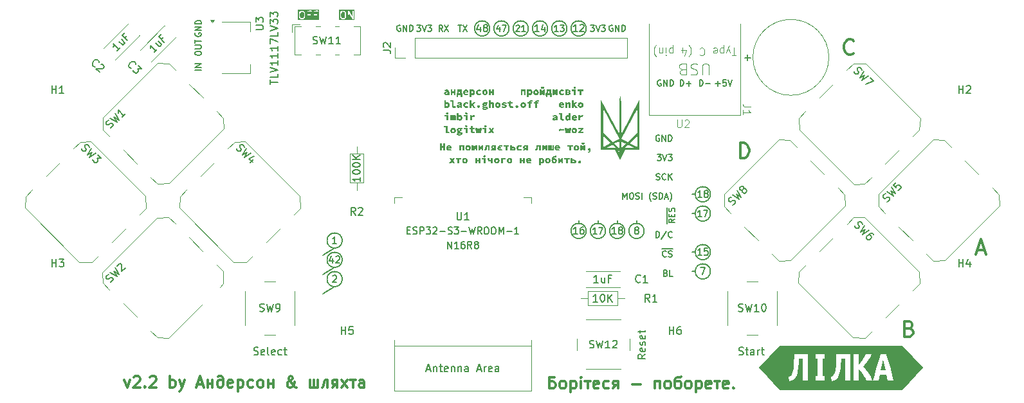
<source format=gbr>
%TF.GenerationSoftware,KiCad,Pcbnew,8.0.2*%
%TF.CreationDate,2024-06-18T15:59:24+03:00*%
%TF.ProjectId,main,6d61696e-2e6b-4696-9361-645f70636258,rev?*%
%TF.SameCoordinates,Original*%
%TF.FileFunction,Legend,Top*%
%TF.FilePolarity,Positive*%
%FSLAX46Y46*%
G04 Gerber Fmt 4.6, Leading zero omitted, Abs format (unit mm)*
G04 Created by KiCad (PCBNEW 8.0.2) date 2024-06-18 15:59:24*
%MOMM*%
%LPD*%
G01*
G04 APERTURE LIST*
%ADD10C,0.200000*%
%ADD11C,0.150000*%
%ADD12C,0.000000*%
%ADD13C,0.300000*%
%ADD14C,0.100000*%
%ADD15C,0.120000*%
G04 APERTURE END LIST*
D10*
X100060000Y-45720000D02*
G75*
G02*
X98060000Y-45720000I-1000000J0D01*
G01*
X98060000Y-45720000D02*
G75*
G02*
X100060000Y-45720000I1000000J0D01*
G01*
X73025000Y-73660000D02*
G75*
G02*
X71025000Y-73660000I-1000000J0D01*
G01*
X71025000Y-73660000D02*
G75*
G02*
X73025000Y-73660000I1000000J0D01*
G01*
D11*
X104140000Y-71390000D02*
X104140000Y-70993000D01*
D10*
X94980000Y-45720000D02*
G75*
G02*
X92980000Y-45720000I-1000000J0D01*
G01*
X92980000Y-45720000D02*
G75*
G02*
X94980000Y-45720000I1000000J0D01*
G01*
X112760000Y-72390000D02*
G75*
G02*
X110760000Y-72390000I-1000000J0D01*
G01*
X110760000Y-72390000D02*
G75*
G02*
X112760000Y-72390000I1000000J0D01*
G01*
X107680000Y-72390000D02*
G75*
G02*
X105680000Y-72390000I-1000000J0D01*
G01*
X105680000Y-72390000D02*
G75*
G02*
X107680000Y-72390000I1000000J0D01*
G01*
X94980000Y-45720000D02*
G75*
G02*
X92980000Y-45720000I-1000000J0D01*
G01*
X92980000Y-45720000D02*
G75*
G02*
X94980000Y-45720000I1000000J0D01*
G01*
X105140000Y-45720000D02*
G75*
G02*
X103140000Y-45720000I-1000000J0D01*
G01*
X103140000Y-45720000D02*
G75*
G02*
X105140000Y-45720000I1000000J0D01*
G01*
X105140000Y-72390000D02*
G75*
G02*
X103140000Y-72390000I-1000000J0D01*
G01*
X103140000Y-72390000D02*
G75*
G02*
X105140000Y-72390000I1000000J0D01*
G01*
D11*
X106680000Y-71390000D02*
X106680000Y-70993000D01*
D10*
X92440000Y-45720000D02*
G75*
G02*
X90440000Y-45720000I-1000000J0D01*
G01*
X90440000Y-45720000D02*
G75*
G02*
X92440000Y-45720000I1000000J0D01*
G01*
X121489000Y-77724000D02*
G75*
G02*
X119489000Y-77724000I-1000000J0D01*
G01*
X119489000Y-77724000D02*
G75*
G02*
X121489000Y-77724000I1000000J0D01*
G01*
X100060000Y-45720000D02*
G75*
G02*
X98060000Y-45720000I-1000000J0D01*
G01*
X98060000Y-45720000D02*
G75*
G02*
X100060000Y-45720000I1000000J0D01*
G01*
D11*
X119489000Y-75184000D02*
X119092000Y-75184000D01*
D10*
X73025000Y-78740000D02*
G75*
G02*
X71025000Y-78740000I-1000000J0D01*
G01*
X71025000Y-78740000D02*
G75*
G02*
X73025000Y-78740000I1000000J0D01*
G01*
X97520000Y-45720000D02*
G75*
G02*
X95520000Y-45720000I-1000000J0D01*
G01*
X95520000Y-45720000D02*
G75*
G02*
X97520000Y-45720000I1000000J0D01*
G01*
X121489000Y-67564000D02*
G75*
G02*
X119489000Y-67564000I-1000000J0D01*
G01*
X119489000Y-67564000D02*
G75*
G02*
X121489000Y-67564000I1000000J0D01*
G01*
X105140000Y-45720000D02*
G75*
G02*
X103140000Y-45720000I-1000000J0D01*
G01*
X103140000Y-45720000D02*
G75*
G02*
X105140000Y-45720000I1000000J0D01*
G01*
D11*
X72025000Y-79740000D02*
X70485000Y-80645000D01*
D10*
X97520000Y-45720000D02*
G75*
G02*
X95520000Y-45720000I-1000000J0D01*
G01*
X95520000Y-45720000D02*
G75*
G02*
X97520000Y-45720000I1000000J0D01*
G01*
D11*
X111760000Y-71390000D02*
X111760000Y-70993000D01*
X119489000Y-77724000D02*
X119092000Y-77724000D01*
X72025000Y-74660000D02*
X70485000Y-75565000D01*
D10*
X121489000Y-75184000D02*
G75*
G02*
X119489000Y-75184000I-1000000J0D01*
G01*
X119489000Y-75184000D02*
G75*
G02*
X121489000Y-75184000I1000000J0D01*
G01*
X121489000Y-70104000D02*
G75*
G02*
X119489000Y-70104000I-1000000J0D01*
G01*
X119489000Y-70104000D02*
G75*
G02*
X121489000Y-70104000I1000000J0D01*
G01*
D11*
X119489000Y-70104000D02*
X119092000Y-70104000D01*
D10*
X102600000Y-45720000D02*
G75*
G02*
X100600000Y-45720000I-1000000J0D01*
G01*
X100600000Y-45720000D02*
G75*
G02*
X102600000Y-45720000I1000000J0D01*
G01*
D11*
X72025000Y-77200000D02*
X70485000Y-78105000D01*
D10*
X102600000Y-45720000D02*
G75*
G02*
X100600000Y-45720000I-1000000J0D01*
G01*
X100600000Y-45720000D02*
G75*
G02*
X102600000Y-45720000I1000000J0D01*
G01*
X92440000Y-45720000D02*
G75*
G02*
X90440000Y-45720000I-1000000J0D01*
G01*
X90440000Y-45720000D02*
G75*
G02*
X92440000Y-45720000I1000000J0D01*
G01*
D11*
X119489000Y-67564000D02*
X119092000Y-67564000D01*
D10*
X73025000Y-76200000D02*
G75*
G02*
X71025000Y-76200000I-1000000J0D01*
G01*
X71025000Y-76200000D02*
G75*
G02*
X73025000Y-76200000I1000000J0D01*
G01*
D12*
G36*
X109774000Y-55565001D02*
G01*
X109774000Y-59690001D01*
X112174000Y-55115001D01*
X112174000Y-61715000D01*
X110299000Y-61715000D01*
X109624000Y-63065000D01*
X108949000Y-61715000D01*
X109249000Y-61715000D01*
X109474000Y-62165000D01*
X109474000Y-61865000D01*
X109774000Y-61865000D01*
X109774000Y-62165000D01*
X109999000Y-61715000D01*
X109924000Y-61715000D01*
X109774000Y-61865000D01*
X109474000Y-61865000D01*
X109324000Y-61715000D01*
X109249000Y-61715000D01*
X108949000Y-61715000D01*
X107074000Y-61715000D01*
X107074000Y-61415001D01*
X107824000Y-61415001D01*
X109024000Y-61415001D01*
X108649000Y-61040001D01*
X107824000Y-61415001D01*
X107074000Y-61415001D01*
X107074000Y-61340001D01*
X107374000Y-61340001D01*
X108274001Y-60890000D01*
X108874000Y-60890000D01*
X109399000Y-61415000D01*
X109474000Y-61415000D01*
X109474000Y-60590001D01*
X109774000Y-60590001D01*
X109774000Y-61415001D01*
X109849000Y-61415001D01*
X110223999Y-61415001D01*
X111423999Y-61415001D01*
X110599000Y-61040001D01*
X110223999Y-61415001D01*
X109849000Y-61415001D01*
X110374000Y-60890001D01*
X110223999Y-60815000D01*
X110824000Y-60815000D01*
X111874000Y-61340001D01*
X111874000Y-59840001D01*
X110824000Y-60815000D01*
X110223999Y-60815000D01*
X109774000Y-60590001D01*
X109474000Y-60590001D01*
X108874000Y-60890000D01*
X108274001Y-60890000D01*
X108424000Y-60815000D01*
X107374000Y-59840001D01*
X107374000Y-61340001D01*
X107074000Y-61340001D01*
X107074000Y-59840001D01*
X107074000Y-59465000D01*
X107074000Y-56315001D01*
X107374000Y-56315001D01*
X107374000Y-59465000D01*
X108649000Y-60665000D01*
X109474000Y-60290000D01*
X109774000Y-60290000D01*
X110599000Y-60665000D01*
X111874000Y-59465000D01*
X111874000Y-56315001D01*
X109774000Y-60290000D01*
X109474000Y-60290000D01*
X107374000Y-56315001D01*
X107074000Y-56315001D01*
X107074000Y-55115001D01*
X109474000Y-59690000D01*
X109474000Y-55565001D01*
X109622240Y-54365001D01*
X109774000Y-55565001D01*
G37*
D10*
X110220000Y-72390000D02*
G75*
G02*
X108220000Y-72390000I-1000000J0D01*
G01*
X108220000Y-72390000D02*
G75*
G02*
X110220000Y-72390000I1000000J0D01*
G01*
D11*
X109220000Y-71390000D02*
X109220000Y-70993000D01*
X108610476Y-45320390D02*
X108534286Y-45282295D01*
X108534286Y-45282295D02*
X108420000Y-45282295D01*
X108420000Y-45282295D02*
X108305714Y-45320390D01*
X108305714Y-45320390D02*
X108229524Y-45396580D01*
X108229524Y-45396580D02*
X108191429Y-45472771D01*
X108191429Y-45472771D02*
X108153333Y-45625152D01*
X108153333Y-45625152D02*
X108153333Y-45739438D01*
X108153333Y-45739438D02*
X108191429Y-45891819D01*
X108191429Y-45891819D02*
X108229524Y-45968009D01*
X108229524Y-45968009D02*
X108305714Y-46044200D01*
X108305714Y-46044200D02*
X108420000Y-46082295D01*
X108420000Y-46082295D02*
X108496191Y-46082295D01*
X108496191Y-46082295D02*
X108610476Y-46044200D01*
X108610476Y-46044200D02*
X108648572Y-46006104D01*
X108648572Y-46006104D02*
X108648572Y-45739438D01*
X108648572Y-45739438D02*
X108496191Y-45739438D01*
X108991429Y-46082295D02*
X108991429Y-45282295D01*
X108991429Y-45282295D02*
X109448572Y-46082295D01*
X109448572Y-46082295D02*
X109448572Y-45282295D01*
X109829524Y-46082295D02*
X109829524Y-45282295D01*
X109829524Y-45282295D02*
X110020000Y-45282295D01*
X110020000Y-45282295D02*
X110134286Y-45320390D01*
X110134286Y-45320390D02*
X110210476Y-45396580D01*
X110210476Y-45396580D02*
X110248571Y-45472771D01*
X110248571Y-45472771D02*
X110286667Y-45625152D01*
X110286667Y-45625152D02*
X110286667Y-45739438D01*
X110286667Y-45739438D02*
X110248571Y-45891819D01*
X110248571Y-45891819D02*
X110210476Y-45968009D01*
X110210476Y-45968009D02*
X110134286Y-46044200D01*
X110134286Y-46044200D02*
X110020000Y-46082295D01*
X110020000Y-46082295D02*
X109829524Y-46082295D01*
G36*
X67866722Y-43553770D02*
G01*
X67940514Y-43626152D01*
X67981207Y-43784323D01*
X67982510Y-44099077D01*
X67942396Y-44264325D01*
X67871929Y-44336166D01*
X67802483Y-44371928D01*
X67647314Y-44373018D01*
X67578992Y-44339867D01*
X67505199Y-44267485D01*
X67464506Y-44109313D01*
X67463203Y-43794559D01*
X67503317Y-43629311D01*
X67573785Y-43557470D01*
X67643230Y-43521709D01*
X67798399Y-43520619D01*
X67866722Y-43553770D01*
G37*
G36*
X70002765Y-44632930D02*
G01*
X67203413Y-44632930D01*
X67203413Y-43780152D01*
X67314524Y-43780152D01*
X67315884Y-44108588D01*
X67314613Y-44117131D01*
X67315957Y-44126223D01*
X67315965Y-44128117D01*
X67316387Y-44129138D01*
X67316763Y-44131675D01*
X67363584Y-44313666D01*
X67363584Y-44318592D01*
X67366928Y-44326667D01*
X67369329Y-44335997D01*
X67372648Y-44340476D01*
X67374782Y-44345628D01*
X67384110Y-44356994D01*
X67479877Y-44450932D01*
X67486397Y-44458450D01*
X67489590Y-44460460D01*
X67490713Y-44461561D01*
X67492545Y-44462319D01*
X67498840Y-44466282D01*
X67584729Y-44507957D01*
X67585951Y-44509179D01*
X67594810Y-44512848D01*
X67607809Y-44519156D01*
X67610498Y-44519347D01*
X67612987Y-44520378D01*
X67627619Y-44521819D01*
X67806706Y-44520560D01*
X67808714Y-44521230D01*
X67819386Y-44520471D01*
X67832727Y-44520378D01*
X67835216Y-44519346D01*
X67837904Y-44519156D01*
X67851636Y-44513901D01*
X67946190Y-44465209D01*
X67955001Y-44461560D01*
X67957903Y-44459177D01*
X67959317Y-44458450D01*
X67960616Y-44456951D01*
X67966366Y-44452233D01*
X68054961Y-44361909D01*
X68058963Y-44359509D01*
X68064048Y-44352645D01*
X68070932Y-44345628D01*
X68073065Y-44340476D01*
X68076385Y-44335997D01*
X68081332Y-44322151D01*
X68126572Y-44135785D01*
X68129749Y-44128117D01*
X68130646Y-44119002D01*
X68131101Y-44117131D01*
X68130938Y-44116038D01*
X68131190Y-44113485D01*
X68129829Y-43785048D01*
X68131101Y-43776506D01*
X68129756Y-43767413D01*
X68129749Y-43765520D01*
X68129326Y-43764498D01*
X68128951Y-43761962D01*
X68082130Y-43579970D01*
X68082130Y-43575045D01*
X68078784Y-43566968D01*
X68076385Y-43557640D01*
X68073066Y-43553161D01*
X68070932Y-43548008D01*
X68061604Y-43536643D01*
X67970029Y-43446819D01*
X68409762Y-43446819D01*
X68411203Y-44461451D01*
X68422402Y-44488487D01*
X68443094Y-44509179D01*
X68470130Y-44520378D01*
X68499394Y-44520378D01*
X68526430Y-44509179D01*
X68547122Y-44488487D01*
X68558321Y-44461451D01*
X68559762Y-44446819D01*
X68559124Y-43997701D01*
X68832727Y-43996568D01*
X68859763Y-43985369D01*
X68880455Y-43964677D01*
X68891654Y-43937641D01*
X68891654Y-43908377D01*
X68880455Y-43881341D01*
X68859763Y-43860649D01*
X68832727Y-43849450D01*
X68818095Y-43848009D01*
X68558913Y-43849082D01*
X68558447Y-43521602D01*
X68975584Y-43520378D01*
X69002620Y-43509179D01*
X69023312Y-43488487D01*
X69034511Y-43461451D01*
X69034511Y-43446819D01*
X69266905Y-43446819D01*
X69268346Y-44461451D01*
X69279545Y-44488487D01*
X69300237Y-44509179D01*
X69327273Y-44520378D01*
X69356537Y-44520378D01*
X69383573Y-44509179D01*
X69404265Y-44488487D01*
X69415464Y-44461451D01*
X69416905Y-44446819D01*
X69416267Y-43997701D01*
X69689870Y-43996568D01*
X69716906Y-43985369D01*
X69737598Y-43964677D01*
X69748797Y-43937641D01*
X69748797Y-43908377D01*
X69737598Y-43881341D01*
X69716906Y-43860649D01*
X69689870Y-43849450D01*
X69675238Y-43848009D01*
X69416056Y-43849082D01*
X69415590Y-43521602D01*
X69832727Y-43520378D01*
X69859763Y-43509179D01*
X69880455Y-43488487D01*
X69891654Y-43461451D01*
X69891654Y-43432187D01*
X69880455Y-43405151D01*
X69859763Y-43384459D01*
X69832727Y-43373260D01*
X69818095Y-43371819D01*
X69327273Y-43373260D01*
X69300237Y-43384459D01*
X69279545Y-43405151D01*
X69268346Y-43432187D01*
X69266905Y-43446819D01*
X69034511Y-43446819D01*
X69034511Y-43432187D01*
X69023312Y-43405151D01*
X69002620Y-43384459D01*
X68975584Y-43373260D01*
X68960952Y-43371819D01*
X68470130Y-43373260D01*
X68443094Y-43384459D01*
X68422402Y-43405151D01*
X68411203Y-43432187D01*
X68409762Y-43446819D01*
X67970029Y-43446819D01*
X67965841Y-43442711D01*
X67959317Y-43435188D01*
X67956120Y-43433175D01*
X67955001Y-43432078D01*
X67953173Y-43431320D01*
X67946874Y-43427356D01*
X67860985Y-43385681D01*
X67859763Y-43384459D01*
X67850897Y-43380786D01*
X67837904Y-43374482D01*
X67835216Y-43374291D01*
X67832727Y-43373260D01*
X67818095Y-43371819D01*
X67639006Y-43373077D01*
X67636999Y-43372408D01*
X67626326Y-43373166D01*
X67612987Y-43373260D01*
X67610498Y-43374290D01*
X67607809Y-43374482D01*
X67594078Y-43379737D01*
X67499528Y-43428425D01*
X67490713Y-43432077D01*
X67487807Y-43434461D01*
X67486397Y-43435188D01*
X67485098Y-43436684D01*
X67479348Y-43441405D01*
X67390752Y-43531726D01*
X67386751Y-43534128D01*
X67381664Y-43540991D01*
X67374783Y-43548008D01*
X67372649Y-43553158D01*
X67369329Y-43557640D01*
X67364382Y-43571486D01*
X67319141Y-43757851D01*
X67315965Y-43765520D01*
X67315067Y-43774634D01*
X67314613Y-43776506D01*
X67314775Y-43777598D01*
X67314524Y-43780152D01*
X67203413Y-43780152D01*
X67203413Y-43260708D01*
X70002765Y-43260708D01*
X70002765Y-44632930D01*
G37*
X103968571Y-72798557D02*
X103454285Y-72798557D01*
X103711428Y-72798557D02*
X103711428Y-71898557D01*
X103711428Y-71898557D02*
X103625714Y-72027128D01*
X103625714Y-72027128D02*
X103539999Y-72112842D01*
X103539999Y-72112842D02*
X103454285Y-72155700D01*
X104740000Y-71898557D02*
X104568571Y-71898557D01*
X104568571Y-71898557D02*
X104482857Y-71941414D01*
X104482857Y-71941414D02*
X104440000Y-71984271D01*
X104440000Y-71984271D02*
X104354285Y-72112842D01*
X104354285Y-72112842D02*
X104311428Y-72284271D01*
X104311428Y-72284271D02*
X104311428Y-72627128D01*
X104311428Y-72627128D02*
X104354285Y-72712842D01*
X104354285Y-72712842D02*
X104397142Y-72755700D01*
X104397142Y-72755700D02*
X104482857Y-72798557D01*
X104482857Y-72798557D02*
X104654285Y-72798557D01*
X104654285Y-72798557D02*
X104740000Y-72755700D01*
X104740000Y-72755700D02*
X104782857Y-72712842D01*
X104782857Y-72712842D02*
X104825714Y-72627128D01*
X104825714Y-72627128D02*
X104825714Y-72412842D01*
X104825714Y-72412842D02*
X104782857Y-72327128D01*
X104782857Y-72327128D02*
X104740000Y-72284271D01*
X104740000Y-72284271D02*
X104654285Y-72241414D01*
X104654285Y-72241414D02*
X104482857Y-72241414D01*
X104482857Y-72241414D02*
X104397142Y-72284271D01*
X104397142Y-72284271D02*
X104354285Y-72327128D01*
X104354285Y-72327128D02*
X104311428Y-72412842D01*
X71767857Y-76008557D02*
X71767857Y-76608557D01*
X71553571Y-75665700D02*
X71339285Y-76308557D01*
X71339285Y-76308557D02*
X71896428Y-76308557D01*
X72196428Y-75794271D02*
X72239285Y-75751414D01*
X72239285Y-75751414D02*
X72325000Y-75708557D01*
X72325000Y-75708557D02*
X72539285Y-75708557D01*
X72539285Y-75708557D02*
X72625000Y-75751414D01*
X72625000Y-75751414D02*
X72667857Y-75794271D01*
X72667857Y-75794271D02*
X72710714Y-75879985D01*
X72710714Y-75879985D02*
X72710714Y-75965700D01*
X72710714Y-75965700D02*
X72667857Y-76094271D01*
X72667857Y-76094271D02*
X72153571Y-76608557D01*
X72153571Y-76608557D02*
X72710714Y-76608557D01*
X53702390Y-46329523D02*
X53664295Y-46405713D01*
X53664295Y-46405713D02*
X53664295Y-46519999D01*
X53664295Y-46519999D02*
X53702390Y-46634285D01*
X53702390Y-46634285D02*
X53778580Y-46710475D01*
X53778580Y-46710475D02*
X53854771Y-46748570D01*
X53854771Y-46748570D02*
X54007152Y-46786666D01*
X54007152Y-46786666D02*
X54121438Y-46786666D01*
X54121438Y-46786666D02*
X54273819Y-46748570D01*
X54273819Y-46748570D02*
X54350009Y-46710475D01*
X54350009Y-46710475D02*
X54426200Y-46634285D01*
X54426200Y-46634285D02*
X54464295Y-46519999D01*
X54464295Y-46519999D02*
X54464295Y-46443808D01*
X54464295Y-46443808D02*
X54426200Y-46329523D01*
X54426200Y-46329523D02*
X54388104Y-46291427D01*
X54388104Y-46291427D02*
X54121438Y-46291427D01*
X54121438Y-46291427D02*
X54121438Y-46443808D01*
X54464295Y-45948570D02*
X53664295Y-45948570D01*
X53664295Y-45948570D02*
X54464295Y-45491427D01*
X54464295Y-45491427D02*
X53664295Y-45491427D01*
X54464295Y-45110475D02*
X53664295Y-45110475D01*
X53664295Y-45110475D02*
X53664295Y-44919999D01*
X53664295Y-44919999D02*
X53702390Y-44805713D01*
X53702390Y-44805713D02*
X53778580Y-44729523D01*
X53778580Y-44729523D02*
X53854771Y-44691428D01*
X53854771Y-44691428D02*
X54007152Y-44653332D01*
X54007152Y-44653332D02*
X54121438Y-44653332D01*
X54121438Y-44653332D02*
X54273819Y-44691428D01*
X54273819Y-44691428D02*
X54350009Y-44729523D01*
X54350009Y-44729523D02*
X54426200Y-44805713D01*
X54426200Y-44805713D02*
X54464295Y-44919999D01*
X54464295Y-44919999D02*
X54464295Y-45110475D01*
X120317571Y-75592557D02*
X119803285Y-75592557D01*
X120060428Y-75592557D02*
X120060428Y-74692557D01*
X120060428Y-74692557D02*
X119974714Y-74821128D01*
X119974714Y-74821128D02*
X119888999Y-74906842D01*
X119888999Y-74906842D02*
X119803285Y-74949700D01*
X121131857Y-74692557D02*
X120703285Y-74692557D01*
X120703285Y-74692557D02*
X120660428Y-75121128D01*
X120660428Y-75121128D02*
X120703285Y-75078271D01*
X120703285Y-75078271D02*
X120789000Y-75035414D01*
X120789000Y-75035414D02*
X121003285Y-75035414D01*
X121003285Y-75035414D02*
X121089000Y-75078271D01*
X121089000Y-75078271D02*
X121131857Y-75121128D01*
X121131857Y-75121128D02*
X121174714Y-75206842D01*
X121174714Y-75206842D02*
X121174714Y-75421128D01*
X121174714Y-75421128D02*
X121131857Y-75506842D01*
X121131857Y-75506842D02*
X121089000Y-75549700D01*
X121089000Y-75549700D02*
X121003285Y-75592557D01*
X121003285Y-75592557D02*
X120789000Y-75592557D01*
X120789000Y-75592557D02*
X120703285Y-75549700D01*
X120703285Y-75549700D02*
X120660428Y-75506842D01*
X114370791Y-65602200D02*
X114485077Y-65640295D01*
X114485077Y-65640295D02*
X114675553Y-65640295D01*
X114675553Y-65640295D02*
X114751744Y-65602200D01*
X114751744Y-65602200D02*
X114789839Y-65564104D01*
X114789839Y-65564104D02*
X114827934Y-65487914D01*
X114827934Y-65487914D02*
X114827934Y-65411723D01*
X114827934Y-65411723D02*
X114789839Y-65335533D01*
X114789839Y-65335533D02*
X114751744Y-65297438D01*
X114751744Y-65297438D02*
X114675553Y-65259342D01*
X114675553Y-65259342D02*
X114523172Y-65221247D01*
X114523172Y-65221247D02*
X114446982Y-65183152D01*
X114446982Y-65183152D02*
X114408887Y-65145057D01*
X114408887Y-65145057D02*
X114370791Y-65068866D01*
X114370791Y-65068866D02*
X114370791Y-64992676D01*
X114370791Y-64992676D02*
X114408887Y-64916485D01*
X114408887Y-64916485D02*
X114446982Y-64878390D01*
X114446982Y-64878390D02*
X114523172Y-64840295D01*
X114523172Y-64840295D02*
X114713649Y-64840295D01*
X114713649Y-64840295D02*
X114827934Y-64878390D01*
X115627935Y-65564104D02*
X115589839Y-65602200D01*
X115589839Y-65602200D02*
X115475554Y-65640295D01*
X115475554Y-65640295D02*
X115399363Y-65640295D01*
X115399363Y-65640295D02*
X115285077Y-65602200D01*
X115285077Y-65602200D02*
X115208887Y-65526009D01*
X115208887Y-65526009D02*
X115170792Y-65449819D01*
X115170792Y-65449819D02*
X115132696Y-65297438D01*
X115132696Y-65297438D02*
X115132696Y-65183152D01*
X115132696Y-65183152D02*
X115170792Y-65030771D01*
X115170792Y-65030771D02*
X115208887Y-64954580D01*
X115208887Y-64954580D02*
X115285077Y-64878390D01*
X115285077Y-64878390D02*
X115399363Y-64840295D01*
X115399363Y-64840295D02*
X115475554Y-64840295D01*
X115475554Y-64840295D02*
X115589839Y-64878390D01*
X115589839Y-64878390D02*
X115627935Y-64916485D01*
X115970792Y-65640295D02*
X115970792Y-64840295D01*
X116427935Y-65640295D02*
X116085077Y-65183152D01*
X116427935Y-64840295D02*
X115970792Y-65297438D01*
G36*
X73280055Y-43553770D02*
G01*
X73353847Y-43626152D01*
X73394540Y-43784323D01*
X73395843Y-44099077D01*
X73355729Y-44264325D01*
X73285262Y-44336166D01*
X73215816Y-44371928D01*
X73060647Y-44373018D01*
X72992325Y-44339867D01*
X72918532Y-44267485D01*
X72877839Y-44109313D01*
X72876536Y-43794559D01*
X72916650Y-43629311D01*
X72987118Y-43557470D01*
X73056563Y-43521709D01*
X73211732Y-43520619D01*
X73280055Y-43553770D01*
G37*
G36*
X74655634Y-44632930D02*
G01*
X72616746Y-44632930D01*
X72616746Y-43780152D01*
X72727857Y-43780152D01*
X72729217Y-44108588D01*
X72727946Y-44117131D01*
X72729290Y-44126223D01*
X72729298Y-44128117D01*
X72729720Y-44129138D01*
X72730096Y-44131675D01*
X72776917Y-44313666D01*
X72776917Y-44318592D01*
X72780261Y-44326667D01*
X72782662Y-44335997D01*
X72785981Y-44340476D01*
X72788115Y-44345628D01*
X72797443Y-44356994D01*
X72893210Y-44450932D01*
X72899730Y-44458450D01*
X72902923Y-44460460D01*
X72904046Y-44461561D01*
X72905878Y-44462319D01*
X72912173Y-44466282D01*
X72998062Y-44507957D01*
X72999284Y-44509179D01*
X73008143Y-44512848D01*
X73021142Y-44519156D01*
X73023831Y-44519347D01*
X73026320Y-44520378D01*
X73040952Y-44521819D01*
X73220039Y-44520560D01*
X73222047Y-44521230D01*
X73232719Y-44520471D01*
X73246060Y-44520378D01*
X73248549Y-44519346D01*
X73251237Y-44519156D01*
X73264969Y-44513901D01*
X73359523Y-44465209D01*
X73368334Y-44461560D01*
X73371236Y-44459177D01*
X73372650Y-44458450D01*
X73373949Y-44456951D01*
X73379699Y-44452233D01*
X73468294Y-44361909D01*
X73472296Y-44359509D01*
X73477381Y-44352645D01*
X73484265Y-44345628D01*
X73486398Y-44340476D01*
X73489718Y-44335997D01*
X73494665Y-44322151D01*
X73539905Y-44135785D01*
X73543082Y-44128117D01*
X73543979Y-44119002D01*
X73544434Y-44117131D01*
X73544271Y-44116038D01*
X73544523Y-44113485D01*
X73543162Y-43785048D01*
X73544434Y-43776506D01*
X73543089Y-43767413D01*
X73543082Y-43765520D01*
X73542659Y-43764498D01*
X73542284Y-43761962D01*
X73495463Y-43579970D01*
X73495463Y-43575045D01*
X73492117Y-43566968D01*
X73489718Y-43557640D01*
X73486399Y-43553161D01*
X73484265Y-43548008D01*
X73474937Y-43536643D01*
X73383362Y-43446819D01*
X73823095Y-43446819D01*
X73824536Y-44461451D01*
X73835735Y-44488487D01*
X73856427Y-44509179D01*
X73883463Y-44520378D01*
X73912727Y-44520378D01*
X73939763Y-44509179D01*
X73960455Y-44488487D01*
X73971654Y-44461451D01*
X73973095Y-44446819D01*
X73972072Y-43726749D01*
X74403419Y-44479448D01*
X74407163Y-44488487D01*
X74410525Y-44491849D01*
X74412915Y-44496019D01*
X74420803Y-44502127D01*
X74427855Y-44509179D01*
X74432273Y-44511009D01*
X74436053Y-44513936D01*
X74445674Y-44516560D01*
X74454891Y-44520378D01*
X74459672Y-44520378D01*
X74464284Y-44521636D01*
X74474181Y-44520378D01*
X74484155Y-44520378D01*
X74488570Y-44518548D01*
X74493314Y-44517946D01*
X74501978Y-44512995D01*
X74511191Y-44509179D01*
X74514569Y-44505800D01*
X74518723Y-44503427D01*
X74524832Y-44495537D01*
X74531883Y-44488487D01*
X74533712Y-44484070D01*
X74536640Y-44480290D01*
X74539264Y-44470666D01*
X74543082Y-44461451D01*
X74543818Y-44453968D01*
X74544340Y-44452058D01*
X74544152Y-44450582D01*
X74544523Y-44446819D01*
X74543082Y-43432187D01*
X74531883Y-43405151D01*
X74511191Y-43384459D01*
X74484155Y-43373260D01*
X74454891Y-43373260D01*
X74427855Y-43384459D01*
X74407163Y-43405151D01*
X74395964Y-43432187D01*
X74394523Y-43446819D01*
X74395545Y-44166888D01*
X73964198Y-43414189D01*
X73960455Y-43405151D01*
X73957092Y-43401788D01*
X73954703Y-43397619D01*
X73946813Y-43391509D01*
X73939763Y-43384459D01*
X73935346Y-43382629D01*
X73931566Y-43379702D01*
X73921942Y-43377077D01*
X73912727Y-43373260D01*
X73907946Y-43373260D01*
X73903334Y-43372002D01*
X73893437Y-43373260D01*
X73883463Y-43373260D01*
X73879047Y-43375089D01*
X73874304Y-43375692D01*
X73865639Y-43380642D01*
X73856427Y-43384459D01*
X73853048Y-43387837D01*
X73848895Y-43390211D01*
X73842785Y-43398100D01*
X73835735Y-43405151D01*
X73833905Y-43409567D01*
X73830978Y-43413348D01*
X73828353Y-43422971D01*
X73824536Y-43432187D01*
X73823799Y-43439669D01*
X73823278Y-43441580D01*
X73823465Y-43443055D01*
X73823095Y-43446819D01*
X73383362Y-43446819D01*
X73379174Y-43442711D01*
X73372650Y-43435188D01*
X73369453Y-43433175D01*
X73368334Y-43432078D01*
X73366506Y-43431320D01*
X73360207Y-43427356D01*
X73274318Y-43385681D01*
X73273096Y-43384459D01*
X73264230Y-43380786D01*
X73251237Y-43374482D01*
X73248549Y-43374291D01*
X73246060Y-43373260D01*
X73231428Y-43371819D01*
X73052339Y-43373077D01*
X73050332Y-43372408D01*
X73039659Y-43373166D01*
X73026320Y-43373260D01*
X73023831Y-43374290D01*
X73021142Y-43374482D01*
X73007411Y-43379737D01*
X72912861Y-43428425D01*
X72904046Y-43432077D01*
X72901140Y-43434461D01*
X72899730Y-43435188D01*
X72898431Y-43436684D01*
X72892681Y-43441405D01*
X72804085Y-43531726D01*
X72800084Y-43534128D01*
X72794997Y-43540991D01*
X72788116Y-43548008D01*
X72785982Y-43553158D01*
X72782662Y-43557640D01*
X72777715Y-43571486D01*
X72732474Y-43757851D01*
X72729298Y-43765520D01*
X72728400Y-43774634D01*
X72727946Y-43776506D01*
X72728108Y-43777598D01*
X72727857Y-43780152D01*
X72616746Y-43780152D01*
X72616746Y-43260708D01*
X74655634Y-43260708D01*
X74655634Y-44632930D01*
G37*
X117515238Y-53287295D02*
X117515238Y-52487295D01*
X117515238Y-52487295D02*
X117705714Y-52487295D01*
X117705714Y-52487295D02*
X117820000Y-52525390D01*
X117820000Y-52525390D02*
X117896190Y-52601580D01*
X117896190Y-52601580D02*
X117934285Y-52677771D01*
X117934285Y-52677771D02*
X117972381Y-52830152D01*
X117972381Y-52830152D02*
X117972381Y-52944438D01*
X117972381Y-52944438D02*
X117934285Y-53096819D01*
X117934285Y-53096819D02*
X117896190Y-53173009D01*
X117896190Y-53173009D02*
X117820000Y-53249200D01*
X117820000Y-53249200D02*
X117705714Y-53287295D01*
X117705714Y-53287295D02*
X117515238Y-53287295D01*
X118315238Y-52982533D02*
X118924762Y-52982533D01*
X118620000Y-53287295D02*
X118620000Y-52677771D01*
D10*
G36*
X86809520Y-53761237D02*
G01*
X86862243Y-53765616D01*
X86910883Y-53775394D01*
X86968885Y-53797114D01*
X87018425Y-53829117D01*
X87058818Y-53871795D01*
X87089377Y-53925542D01*
X87105429Y-53973350D01*
X87115272Y-54027770D01*
X87118618Y-54088967D01*
X87118618Y-54480000D01*
X86922735Y-54480000D01*
X86905882Y-54406238D01*
X86900265Y-54406238D01*
X86873894Y-54424525D01*
X86824949Y-54453011D01*
X86772972Y-54475523D01*
X86718575Y-54490313D01*
X86662372Y-54495631D01*
X86662372Y-54496852D01*
X86635835Y-54495688D01*
X86576243Y-54483244D01*
X86526608Y-54458766D01*
X86487323Y-54424239D01*
X86458777Y-54381647D01*
X86441362Y-54332976D01*
X86435471Y-54280209D01*
X86435834Y-54265663D01*
X86436706Y-54260425D01*
X86665059Y-54260425D01*
X86691716Y-54302260D01*
X86740774Y-54311228D01*
X86740774Y-54310983D01*
X86789762Y-54304235D01*
X86836660Y-54284585D01*
X86877794Y-54257494D01*
X86877794Y-54167369D01*
X86833100Y-54169879D01*
X86783326Y-54175758D01*
X86727638Y-54189410D01*
X86683473Y-54215100D01*
X86665059Y-54260425D01*
X86436706Y-54260425D01*
X86444780Y-54211916D01*
X86466349Y-54165157D01*
X86501387Y-54125243D01*
X86550742Y-54092031D01*
X86597663Y-54071434D01*
X86653472Y-54054466D01*
X86718525Y-54041066D01*
X86767206Y-54034086D01*
X86820260Y-54028646D01*
X86877794Y-54024731D01*
X86875779Y-54015536D01*
X86845031Y-53973831D01*
X86796358Y-53955763D01*
X86743461Y-53951458D01*
X86732421Y-53951690D01*
X86681804Y-53958461D01*
X86633502Y-53972330D01*
X86586711Y-53990508D01*
X86541960Y-54010565D01*
X86457941Y-53853517D01*
X86477900Y-53842777D01*
X86528172Y-53818589D01*
X86579064Y-53798360D01*
X86630691Y-53782286D01*
X86683162Y-53770562D01*
X86736591Y-53763385D01*
X86791088Y-53760949D01*
X86809520Y-53761237D01*
G37*
G36*
X87288611Y-54480000D02*
G01*
X87529434Y-54480000D01*
X87529434Y-54229895D01*
X87708709Y-54229895D01*
X87708709Y-54480000D01*
X87949532Y-54480000D01*
X87949532Y-53776580D01*
X87708709Y-53776580D01*
X87708709Y-54020090D01*
X87529434Y-54020090D01*
X87529434Y-53776580D01*
X87288611Y-53776580D01*
X87288611Y-54480000D01*
G37*
G36*
X88752358Y-54292421D02*
G01*
X88867152Y-54292421D01*
X88867152Y-54452156D01*
X88844682Y-54720823D01*
X88637564Y-54720823D01*
X88637564Y-54480000D01*
X88279016Y-54480000D01*
X88279016Y-54720823D01*
X88071898Y-54720823D01*
X88049427Y-54452156D01*
X88049427Y-54292421D01*
X88097055Y-54292421D01*
X88329574Y-54292421D01*
X88511535Y-54292421D01*
X88511535Y-53964403D01*
X88394054Y-53964403D01*
X88379888Y-54100202D01*
X88374317Y-54142555D01*
X88364100Y-54194704D01*
X88348824Y-54247102D01*
X88329574Y-54292421D01*
X88097055Y-54292421D01*
X88099916Y-54290762D01*
X88131006Y-54251045D01*
X88147053Y-54201133D01*
X88157937Y-54148081D01*
X88166443Y-54093067D01*
X88172770Y-54043538D01*
X88203545Y-53776580D01*
X88752358Y-53776580D01*
X88752358Y-54292421D01*
G37*
G36*
X89334786Y-53761389D02*
G01*
X89392209Y-53767819D01*
X89443845Y-53781465D01*
X89489683Y-53801750D01*
X89541760Y-53838126D01*
X89583479Y-53883911D01*
X89614810Y-53937735D01*
X89635726Y-53998231D01*
X89644561Y-54047159D01*
X89647508Y-54098492D01*
X89644843Y-54148005D01*
X89637739Y-54199364D01*
X89188332Y-54199364D01*
X89195309Y-54220695D01*
X89224376Y-54266178D01*
X89268678Y-54295954D01*
X89319959Y-54309986D01*
X89373224Y-54313670D01*
X89388820Y-54313296D01*
X89439755Y-54306640D01*
X89491468Y-54291625D01*
X89541263Y-54270928D01*
X89619665Y-54414542D01*
X89603628Y-54424228D01*
X89552673Y-54449675D01*
X89498911Y-54469636D01*
X89444215Y-54484013D01*
X89390459Y-54492711D01*
X89339518Y-54495631D01*
X89298649Y-54494065D01*
X89239953Y-54485921D01*
X89184912Y-54470970D01*
X89134122Y-54449380D01*
X89088177Y-54421317D01*
X89047670Y-54386947D01*
X89013196Y-54346438D01*
X88985349Y-54299955D01*
X88964722Y-54247666D01*
X88951911Y-54189738D01*
X88947508Y-54126336D01*
X88949567Y-54084639D01*
X88957117Y-54042316D01*
X89189797Y-54042316D01*
X89434773Y-54042316D01*
X89432628Y-54030536D01*
X89412396Y-53982497D01*
X89371359Y-53951234D01*
X89322665Y-53943154D01*
X89298123Y-53944650D01*
X89251058Y-53959136D01*
X89212268Y-53993813D01*
X89189797Y-54042316D01*
X88957117Y-54042316D01*
X88959986Y-54026235D01*
X88978451Y-53973005D01*
X89004115Y-53925178D01*
X89036134Y-53882983D01*
X89073662Y-53846651D01*
X89115855Y-53816410D01*
X89161866Y-53792490D01*
X89210851Y-53775120D01*
X89261964Y-53764530D01*
X89314361Y-53760949D01*
X89334786Y-53761389D01*
G37*
G36*
X90266752Y-53764592D02*
G01*
X90322632Y-53780399D01*
X90371777Y-53808028D01*
X90413650Y-53846721D01*
X90447711Y-53895725D01*
X90473423Y-53954282D01*
X90486904Y-54004016D01*
X90495160Y-54058379D01*
X90497962Y-54117055D01*
X90497540Y-54139372D01*
X90491409Y-54202605D01*
X90478514Y-54260131D01*
X90459541Y-54311788D01*
X90435173Y-54357411D01*
X90406096Y-54396835D01*
X90361183Y-54439474D01*
X90310738Y-54470413D01*
X90256383Y-54489262D01*
X90199741Y-54495631D01*
X90177533Y-54494462D01*
X90124931Y-54481635D01*
X90081329Y-54458638D01*
X90041472Y-54425533D01*
X90035854Y-54425533D01*
X90047090Y-54533000D01*
X90047090Y-54730104D01*
X89806266Y-54730104D01*
X89806266Y-54007390D01*
X90047090Y-54007390D01*
X90047090Y-54266043D01*
X90049871Y-54268353D01*
X90093709Y-54292329D01*
X90142344Y-54299748D01*
X90142344Y-54299260D01*
X90163935Y-54297076D01*
X90207050Y-54274084D01*
X90235381Y-54228673D01*
X90247995Y-54176511D01*
X90251521Y-54119741D01*
X90251418Y-54109153D01*
X90246520Y-54053717D01*
X90231567Y-54005805D01*
X90197845Y-53968818D01*
X90147962Y-53957076D01*
X90134141Y-53957755D01*
X90086859Y-53973694D01*
X90047090Y-54007390D01*
X89806266Y-54007390D01*
X89806266Y-53776580D01*
X90002393Y-53776580D01*
X90019246Y-53842281D01*
X90024863Y-53842281D01*
X90067801Y-53809480D01*
X90115935Y-53783755D01*
X90167505Y-53766959D01*
X90220746Y-53760949D01*
X90266752Y-53764592D01*
G37*
G36*
X91034808Y-54495631D02*
G01*
X91088528Y-54492456D01*
X91144635Y-54482596D01*
X91191924Y-54468911D01*
X91238595Y-54449945D01*
X91283613Y-54425405D01*
X91325945Y-54395003D01*
X91230935Y-54243572D01*
X91183660Y-54270320D01*
X91136239Y-54289872D01*
X91083660Y-54301118D01*
X91058499Y-54302435D01*
X91006510Y-54295512D01*
X90961903Y-54275490D01*
X90921553Y-54237070D01*
X90899009Y-54192512D01*
X90889446Y-54138402D01*
X90889239Y-54128534D01*
X90896648Y-54072829D01*
X90917807Y-54026529D01*
X90951111Y-53990745D01*
X90994958Y-53966590D01*
X91047743Y-53955172D01*
X91067048Y-53954389D01*
X91117782Y-53960185D01*
X91166251Y-53977503D01*
X91208464Y-54002016D01*
X91317641Y-53853517D01*
X91273873Y-53819763D01*
X91228949Y-53796066D01*
X91178226Y-53777925D01*
X91122689Y-53766026D01*
X91073441Y-53761374D01*
X91053126Y-53760949D01*
X90992828Y-53764467D01*
X90934629Y-53774904D01*
X90879366Y-53792080D01*
X90827876Y-53815817D01*
X90780995Y-53845936D01*
X90739561Y-53882259D01*
X90704409Y-53924606D01*
X90676377Y-53972799D01*
X90656302Y-54026659D01*
X90645021Y-54086007D01*
X90642798Y-54128534D01*
X90647200Y-54191374D01*
X90660012Y-54248846D01*
X90680638Y-54300772D01*
X90708486Y-54346974D01*
X90742960Y-54387277D01*
X90783467Y-54421501D01*
X90829412Y-54449469D01*
X90880202Y-54471004D01*
X90935242Y-54485929D01*
X90993939Y-54494066D01*
X91034808Y-54495631D01*
G37*
G36*
X91849690Y-53762517D02*
G01*
X91900565Y-53770667D01*
X91949608Y-53785617D01*
X91995987Y-53807187D01*
X92038874Y-53835199D01*
X92077439Y-53869473D01*
X92110852Y-53909832D01*
X92138285Y-53956096D01*
X92158906Y-54008087D01*
X92171887Y-54065626D01*
X92176399Y-54128534D01*
X92174373Y-54171015D01*
X92164123Y-54230296D01*
X92145956Y-54284090D01*
X92120702Y-54332220D01*
X92089190Y-54374509D01*
X92052250Y-54410779D01*
X92010712Y-54440852D01*
X91965404Y-54464552D01*
X91917157Y-54481700D01*
X91866801Y-54492119D01*
X91815163Y-54495631D01*
X91780678Y-54494066D01*
X91729843Y-54485929D01*
X91680822Y-54471004D01*
X91634448Y-54449469D01*
X91591554Y-54421501D01*
X91552973Y-54387277D01*
X91519539Y-54346974D01*
X91492084Y-54300772D01*
X91471442Y-54248846D01*
X91458446Y-54191374D01*
X91453928Y-54128534D01*
X91700369Y-54128534D01*
X91701269Y-54157431D01*
X91708672Y-54208481D01*
X91727358Y-54255418D01*
X91763018Y-54290238D01*
X91815163Y-54302435D01*
X91836788Y-54300681D01*
X91882653Y-54279689D01*
X91912424Y-54237070D01*
X91926334Y-54184126D01*
X91929958Y-54128534D01*
X91929063Y-54099575D01*
X91921697Y-54048434D01*
X91903060Y-54001436D01*
X91867412Y-53966590D01*
X91815163Y-53954389D01*
X91793595Y-53956143D01*
X91747782Y-53977145D01*
X91717975Y-54019805D01*
X91704014Y-54072829D01*
X91700369Y-54128534D01*
X91453928Y-54128534D01*
X91455957Y-54086007D01*
X91466219Y-54026659D01*
X91484405Y-53972799D01*
X91509682Y-53924606D01*
X91541216Y-53882259D01*
X91578174Y-53845936D01*
X91619722Y-53815817D01*
X91665029Y-53792080D01*
X91713260Y-53774904D01*
X91763583Y-53764467D01*
X91815163Y-53760949D01*
X91849690Y-53762517D01*
G37*
G36*
X92323921Y-54480000D02*
G01*
X92564745Y-54480000D01*
X92564745Y-54229895D01*
X92744019Y-54229895D01*
X92744019Y-54480000D01*
X92984842Y-54480000D01*
X92984842Y-53776580D01*
X92744019Y-53776580D01*
X92744019Y-54020090D01*
X92564745Y-54020090D01*
X92564745Y-53776580D01*
X92323921Y-53776580D01*
X92323921Y-54480000D01*
G37*
G36*
X96520013Y-54480000D02*
G01*
X96760837Y-54480000D01*
X96760837Y-53964403D01*
X96940111Y-53964403D01*
X96940111Y-54480000D01*
X97180935Y-54480000D01*
X97180935Y-53776580D01*
X96520013Y-53776580D01*
X96520013Y-54480000D01*
G37*
G36*
X97819718Y-53764592D02*
G01*
X97875598Y-53780399D01*
X97924743Y-53808028D01*
X97966615Y-53846721D01*
X98000677Y-53895725D01*
X98026389Y-53954282D01*
X98039870Y-54004016D01*
X98048125Y-54058379D01*
X98050928Y-54117055D01*
X98050505Y-54139372D01*
X98044375Y-54202605D01*
X98031480Y-54260131D01*
X98012507Y-54311788D01*
X97988139Y-54357411D01*
X97959062Y-54396835D01*
X97914149Y-54439474D01*
X97863704Y-54470413D01*
X97809349Y-54489262D01*
X97752707Y-54495631D01*
X97730499Y-54494462D01*
X97677897Y-54481635D01*
X97634294Y-54458638D01*
X97594438Y-54425533D01*
X97588820Y-54425533D01*
X97600055Y-54533000D01*
X97600055Y-54730104D01*
X97359232Y-54730104D01*
X97359232Y-54007390D01*
X97600055Y-54007390D01*
X97600055Y-54266043D01*
X97602837Y-54268353D01*
X97646675Y-54292329D01*
X97695310Y-54299748D01*
X97695310Y-54299260D01*
X97716901Y-54297076D01*
X97760016Y-54274084D01*
X97788347Y-54228673D01*
X97800961Y-54176511D01*
X97804487Y-54119741D01*
X97804384Y-54109153D01*
X97799485Y-54053717D01*
X97784533Y-54005805D01*
X97750810Y-53968818D01*
X97700928Y-53957076D01*
X97687106Y-53957755D01*
X97639825Y-53973694D01*
X97600055Y-54007390D01*
X97359232Y-54007390D01*
X97359232Y-53776580D01*
X97555359Y-53776580D01*
X97572212Y-53842281D01*
X97577829Y-53842281D01*
X97620766Y-53809480D01*
X97668901Y-53783755D01*
X97720471Y-53766959D01*
X97773712Y-53760949D01*
X97819718Y-53764592D01*
G37*
G36*
X98563437Y-53762517D02*
G01*
X98614313Y-53770667D01*
X98663355Y-53785617D01*
X98709735Y-53807187D01*
X98752622Y-53835199D01*
X98791186Y-53869473D01*
X98824600Y-53909832D01*
X98852032Y-53956096D01*
X98872653Y-54008087D01*
X98885635Y-54065626D01*
X98890146Y-54128534D01*
X98888120Y-54171015D01*
X98877870Y-54230296D01*
X98859703Y-54284090D01*
X98834449Y-54332220D01*
X98802938Y-54374509D01*
X98765998Y-54410779D01*
X98724459Y-54440852D01*
X98679152Y-54464552D01*
X98630905Y-54481700D01*
X98580548Y-54492119D01*
X98528911Y-54495631D01*
X98494425Y-54494066D01*
X98443591Y-54485929D01*
X98394570Y-54471004D01*
X98348196Y-54449469D01*
X98305302Y-54421501D01*
X98266721Y-54387277D01*
X98233286Y-54346974D01*
X98205831Y-54300772D01*
X98185189Y-54248846D01*
X98172193Y-54191374D01*
X98167676Y-54128534D01*
X98414117Y-54128534D01*
X98415017Y-54157431D01*
X98422420Y-54208481D01*
X98441106Y-54255418D01*
X98476765Y-54290238D01*
X98528911Y-54302435D01*
X98550535Y-54300681D01*
X98596401Y-54279689D01*
X98626172Y-54237070D01*
X98640081Y-54184126D01*
X98643705Y-54128534D01*
X98642811Y-54099575D01*
X98635444Y-54048434D01*
X98616808Y-54001436D01*
X98581160Y-53966590D01*
X98528911Y-53954389D01*
X98507343Y-53956143D01*
X98461530Y-53977145D01*
X98431722Y-54019805D01*
X98417762Y-54072829D01*
X98414117Y-54128534D01*
X98167676Y-54128534D01*
X98169704Y-54086007D01*
X98179966Y-54026659D01*
X98198153Y-53972799D01*
X98223429Y-53924606D01*
X98254963Y-53882259D01*
X98291921Y-53845936D01*
X98333470Y-53815817D01*
X98378776Y-53792080D01*
X98427008Y-53774904D01*
X98477330Y-53764467D01*
X98528911Y-53760949D01*
X98563437Y-53762517D01*
G37*
G36*
X99036448Y-54480000D02*
G01*
X99254801Y-54480000D01*
X99407452Y-54221346D01*
X99431867Y-54173569D01*
X99454965Y-54129364D01*
X99478829Y-54083176D01*
X99482923Y-54075045D01*
X99488541Y-54075045D01*
X99482975Y-54123676D01*
X99477602Y-54172392D01*
X99472247Y-54227863D01*
X99468637Y-54280201D01*
X99467536Y-54321242D01*
X99467536Y-54480000D01*
X99700055Y-54480000D01*
X99700055Y-53776580D01*
X99481702Y-53776580D01*
X99330272Y-54035478D01*
X99308000Y-54079022D01*
X99284392Y-54122902D01*
X99259622Y-54169433D01*
X99253335Y-54181779D01*
X99249183Y-54181779D01*
X99254905Y-54125591D01*
X99260579Y-54068974D01*
X99265315Y-54013952D01*
X99268223Y-53962550D01*
X99268722Y-53935582D01*
X99268722Y-53776580D01*
X99036448Y-53776580D01*
X99036448Y-54480000D01*
G37*
G36*
X99396217Y-53668136D02*
G01*
X99453444Y-53664598D01*
X99503287Y-53653982D01*
X99555154Y-53630753D01*
X99595361Y-53596454D01*
X99623843Y-53551080D01*
X99640531Y-53494625D01*
X99645345Y-53441479D01*
X99460697Y-53431953D01*
X99456083Y-53482138D01*
X99436776Y-53527862D01*
X99396217Y-53542107D01*
X99351159Y-53522630D01*
X99334695Y-53471666D01*
X99331737Y-53432930D01*
X99147090Y-53440502D01*
X99151904Y-53493648D01*
X99168592Y-53550103D01*
X99197073Y-53595477D01*
X99237281Y-53629776D01*
X99289147Y-53653005D01*
X99338990Y-53663621D01*
X99396217Y-53667159D01*
X99396217Y-53668136D01*
G37*
G36*
X100501416Y-54292421D02*
G01*
X100616210Y-54292421D01*
X100616210Y-54452156D01*
X100593740Y-54720823D01*
X100386622Y-54720823D01*
X100386622Y-54480000D01*
X100028073Y-54480000D01*
X100028073Y-54720823D01*
X99820956Y-54720823D01*
X99798485Y-54452156D01*
X99798485Y-54292421D01*
X99846113Y-54292421D01*
X100078632Y-54292421D01*
X100260593Y-54292421D01*
X100260593Y-53964403D01*
X100143112Y-53964403D01*
X100128946Y-54100202D01*
X100123375Y-54142555D01*
X100113158Y-54194704D01*
X100097882Y-54247102D01*
X100078632Y-54292421D01*
X99846113Y-54292421D01*
X99848974Y-54290762D01*
X99880064Y-54251045D01*
X99896111Y-54201133D01*
X99906995Y-54148081D01*
X99915501Y-54093067D01*
X99921828Y-54043538D01*
X99952602Y-53776580D01*
X100501416Y-53776580D01*
X100501416Y-54292421D01*
G37*
G36*
X100714884Y-54480000D02*
G01*
X100933237Y-54480000D01*
X101085889Y-54221346D01*
X101110303Y-54173569D01*
X101133402Y-54129364D01*
X101157266Y-54083176D01*
X101161360Y-54075045D01*
X101166978Y-54075045D01*
X101161412Y-54123676D01*
X101156038Y-54172392D01*
X101150684Y-54227863D01*
X101147074Y-54280201D01*
X101145973Y-54321242D01*
X101145973Y-54480000D01*
X101378492Y-54480000D01*
X101378492Y-53776580D01*
X101160139Y-53776580D01*
X101008709Y-54035478D01*
X100986437Y-54079022D01*
X100962829Y-54122902D01*
X100938059Y-54169433D01*
X100931772Y-54181779D01*
X100927620Y-54181779D01*
X100933342Y-54125591D01*
X100939016Y-54068974D01*
X100943752Y-54013952D01*
X100946660Y-53962550D01*
X100947159Y-53935582D01*
X100947159Y-53776580D01*
X100714884Y-53776580D01*
X100714884Y-54480000D01*
G37*
G36*
X101944647Y-54495631D02*
G01*
X101998368Y-54492456D01*
X102054475Y-54482596D01*
X102101764Y-54468911D01*
X102148435Y-54449945D01*
X102193453Y-54425405D01*
X102235785Y-54395003D01*
X102140774Y-54243572D01*
X102093500Y-54270320D01*
X102046079Y-54289872D01*
X101993499Y-54301118D01*
X101968339Y-54302435D01*
X101916349Y-54295512D01*
X101871743Y-54275490D01*
X101831393Y-54237070D01*
X101808849Y-54192512D01*
X101799286Y-54138402D01*
X101799078Y-54128534D01*
X101806488Y-54072829D01*
X101827646Y-54026529D01*
X101860951Y-53990745D01*
X101904797Y-53966590D01*
X101957583Y-53955172D01*
X101976887Y-53954389D01*
X102027621Y-53960185D01*
X102076091Y-53977503D01*
X102118304Y-54002016D01*
X102227480Y-53853517D01*
X102183713Y-53819763D01*
X102138789Y-53796066D01*
X102088066Y-53777925D01*
X102032528Y-53766026D01*
X101983281Y-53761374D01*
X101962965Y-53760949D01*
X101902668Y-53764467D01*
X101844469Y-53774904D01*
X101789206Y-53792080D01*
X101737716Y-53815817D01*
X101690835Y-53845936D01*
X101649400Y-53882259D01*
X101614249Y-53924606D01*
X101586217Y-53972799D01*
X101566142Y-54026659D01*
X101554860Y-54086007D01*
X101552637Y-54128534D01*
X101557040Y-54191374D01*
X101569851Y-54248846D01*
X101590478Y-54300772D01*
X101618325Y-54346974D01*
X101652799Y-54387277D01*
X101693306Y-54421501D01*
X101739252Y-54449469D01*
X101790041Y-54471004D01*
X101845082Y-54485929D01*
X101903778Y-54494066D01*
X101944647Y-54495631D01*
G37*
G36*
X102759966Y-53776709D02*
G01*
X102819754Y-53779982D01*
X102875482Y-53788168D01*
X102925809Y-53801937D01*
X102979076Y-53828020D01*
X103019183Y-53865179D01*
X103043509Y-53914725D01*
X103049846Y-53964159D01*
X103043683Y-54005577D01*
X103020018Y-54051398D01*
X102981500Y-54085788D01*
X102932365Y-54106796D01*
X102932365Y-54112414D01*
X102948739Y-54116927D01*
X102998938Y-54137827D01*
X103041751Y-54172785D01*
X103067566Y-54221508D01*
X103075003Y-54277034D01*
X103074580Y-54290552D01*
X103060481Y-54350364D01*
X103028519Y-54397796D01*
X102981580Y-54433654D01*
X102935183Y-54454549D01*
X102882524Y-54468963D01*
X102825080Y-54477309D01*
X102764326Y-54480000D01*
X102411395Y-54480000D01*
X102411395Y-54323196D01*
X102646601Y-54323196D01*
X102753091Y-54323196D01*
X102771160Y-54322455D01*
X102820952Y-54306587D01*
X102842728Y-54259937D01*
X102840086Y-54242556D01*
X102802994Y-54207018D01*
X102753091Y-54199364D01*
X102646601Y-54199364D01*
X102646601Y-54323196D01*
X102411395Y-54323196D01*
X102411395Y-54042316D01*
X102646601Y-54042316D01*
X102734773Y-54042316D01*
X102745674Y-54042089D01*
X102794596Y-54031567D01*
X102820258Y-53989316D01*
X102819117Y-53977316D01*
X102785231Y-53941061D01*
X102733551Y-53933628D01*
X102646601Y-53933628D01*
X102646601Y-54042316D01*
X102411395Y-54042316D01*
X102411395Y-53776580D01*
X102744542Y-53776580D01*
X102759966Y-53776709D01*
G37*
G36*
X103513907Y-54480000D02*
G01*
X103754731Y-54480000D01*
X103754731Y-53776580D01*
X103247927Y-53776580D01*
X103247927Y-53964403D01*
X103513907Y-53964403D01*
X103513907Y-54480000D01*
G37*
G36*
X103625771Y-53682791D02*
G01*
X103680572Y-53675053D01*
X103725681Y-53653006D01*
X103762197Y-53612529D01*
X103778220Y-53565707D01*
X103779888Y-53542840D01*
X103771043Y-53491696D01*
X103741434Y-53444852D01*
X103701235Y-53416361D01*
X103650285Y-53401720D01*
X103625771Y-53400202D01*
X103571097Y-53408269D01*
X103526061Y-53431080D01*
X103489581Y-53472527D01*
X103473565Y-53519906D01*
X103471898Y-53542840D01*
X103480740Y-53593654D01*
X103510326Y-53639609D01*
X103557138Y-53670137D01*
X103609311Y-53682142D01*
X103625771Y-53682791D01*
G37*
G36*
X104283028Y-54480000D02*
G01*
X104523852Y-54480000D01*
X104523852Y-53964403D01*
X104761988Y-53964403D01*
X104761988Y-53776580D01*
X104045136Y-53776580D01*
X104045136Y-53964403D01*
X104283028Y-53964403D01*
X104283028Y-54480000D01*
G37*
G36*
X86690216Y-55411151D02*
G01*
X86681912Y-55511046D01*
X86687529Y-55511046D01*
X86711003Y-55491531D01*
X86758084Y-55463973D01*
X86809345Y-55446841D01*
X86862407Y-55440949D01*
X86908449Y-55444591D01*
X86964473Y-55460384D01*
X87013839Y-55487968D01*
X87055975Y-55526570D01*
X87090308Y-55575418D01*
X87116267Y-55633738D01*
X87129895Y-55683229D01*
X87138250Y-55737289D01*
X87141088Y-55795589D01*
X87140666Y-55818039D01*
X87134535Y-55881623D01*
X87121641Y-55939433D01*
X87102667Y-55991312D01*
X87078300Y-56037104D01*
X87049222Y-56076652D01*
X87004310Y-56119397D01*
X86953865Y-56150390D01*
X86899510Y-56169259D01*
X86842868Y-56175631D01*
X86842868Y-56176852D01*
X86789889Y-56169544D01*
X86743720Y-56150759D01*
X86699253Y-56120386D01*
X86662372Y-56084284D01*
X86656755Y-56084284D01*
X86637215Y-56160000D01*
X86449392Y-56160000D01*
X86449392Y-55687634D01*
X86690216Y-55687634D01*
X86690216Y-55946043D01*
X86692998Y-55948353D01*
X86736836Y-55972390D01*
X86785471Y-55980237D01*
X86785471Y-55979748D01*
X86807062Y-55977554D01*
X86850176Y-55954484D01*
X86878508Y-55908984D01*
X86891121Y-55856772D01*
X86894647Y-55799986D01*
X86894545Y-55789375D01*
X86889646Y-55733834D01*
X86874694Y-55685849D01*
X86840971Y-55648823D01*
X86791088Y-55637076D01*
X86777267Y-55637745D01*
X86729986Y-55653640D01*
X86690216Y-55687634D01*
X86449392Y-55687634D01*
X86449392Y-55190844D01*
X86690216Y-55190844D01*
X86690216Y-55411151D01*
G37*
G36*
X87746566Y-56175631D02*
G01*
X87801089Y-56173689D01*
X87854487Y-56167007D01*
X87904236Y-56156050D01*
X87956449Y-56141320D01*
X87963454Y-56139239D01*
X87911674Y-55963140D01*
X87863374Y-55976769D01*
X87813799Y-55982419D01*
X87811046Y-55982435D01*
X87760545Y-55973164D01*
X87720492Y-55939440D01*
X87706184Y-55887461D01*
X87706022Y-55880097D01*
X87706022Y-55190844D01*
X87255150Y-55190844D01*
X87255150Y-55378667D01*
X87465198Y-55378667D01*
X87465198Y-55871793D01*
X87467701Y-55921052D01*
X87478799Y-55981444D01*
X87498730Y-56035089D01*
X87527450Y-56081220D01*
X87564916Y-56119072D01*
X87611086Y-56147875D01*
X87665916Y-56166865D01*
X87729363Y-56175272D01*
X87746566Y-56175631D01*
G37*
G36*
X88487957Y-55441237D02*
G01*
X88540680Y-55445616D01*
X88589320Y-55455394D01*
X88647321Y-55477114D01*
X88696862Y-55509117D01*
X88737255Y-55551795D01*
X88767814Y-55605542D01*
X88783866Y-55653350D01*
X88793709Y-55707770D01*
X88797055Y-55768967D01*
X88797055Y-56160000D01*
X88601172Y-56160000D01*
X88584319Y-56086238D01*
X88578702Y-56086238D01*
X88552331Y-56104525D01*
X88503386Y-56133011D01*
X88451409Y-56155523D01*
X88397012Y-56170313D01*
X88340809Y-56175631D01*
X88340809Y-56176852D01*
X88314272Y-56175688D01*
X88254680Y-56163244D01*
X88205045Y-56138766D01*
X88165759Y-56104239D01*
X88137214Y-56061647D01*
X88119799Y-56012976D01*
X88113907Y-55960209D01*
X88114271Y-55945663D01*
X88115143Y-55940425D01*
X88343496Y-55940425D01*
X88370153Y-55982260D01*
X88419211Y-55991228D01*
X88419211Y-55990983D01*
X88468199Y-55984235D01*
X88515097Y-55964585D01*
X88556231Y-55937494D01*
X88556231Y-55847369D01*
X88511537Y-55849879D01*
X88461763Y-55855758D01*
X88406075Y-55869410D01*
X88361910Y-55895100D01*
X88343496Y-55940425D01*
X88115143Y-55940425D01*
X88123217Y-55891916D01*
X88144786Y-55845157D01*
X88179824Y-55805243D01*
X88229179Y-55772031D01*
X88276100Y-55751434D01*
X88331908Y-55734466D01*
X88396961Y-55721066D01*
X88445643Y-55714086D01*
X88498697Y-55708646D01*
X88556231Y-55704731D01*
X88554215Y-55695536D01*
X88523468Y-55653831D01*
X88474795Y-55635763D01*
X88421898Y-55631458D01*
X88410857Y-55631690D01*
X88360241Y-55638461D01*
X88311939Y-55652330D01*
X88265148Y-55670508D01*
X88220397Y-55690565D01*
X88136378Y-55533517D01*
X88156337Y-55522777D01*
X88206608Y-55498589D01*
X88257501Y-55478360D01*
X88309127Y-55462286D01*
X88361599Y-55450562D01*
X88415028Y-55443385D01*
X88469525Y-55440949D01*
X88487957Y-55441237D01*
G37*
G36*
X89356371Y-56175631D02*
G01*
X89410092Y-56172456D01*
X89466198Y-56162596D01*
X89513488Y-56148911D01*
X89560158Y-56129945D01*
X89605177Y-56105405D01*
X89647508Y-56075003D01*
X89552498Y-55923572D01*
X89505223Y-55950320D01*
X89457802Y-55969872D01*
X89405223Y-55981118D01*
X89380062Y-55982435D01*
X89328073Y-55975512D01*
X89283467Y-55955490D01*
X89243116Y-55917070D01*
X89220572Y-55872512D01*
X89211010Y-55818402D01*
X89210802Y-55808534D01*
X89218211Y-55752829D01*
X89239370Y-55706529D01*
X89272674Y-55670745D01*
X89316521Y-55646590D01*
X89369306Y-55635172D01*
X89388611Y-55634389D01*
X89439345Y-55640185D01*
X89487815Y-55657503D01*
X89530027Y-55682016D01*
X89639204Y-55533517D01*
X89595437Y-55499763D01*
X89550513Y-55476066D01*
X89499789Y-55457925D01*
X89444252Y-55446026D01*
X89395005Y-55441374D01*
X89374689Y-55440949D01*
X89314391Y-55444467D01*
X89256192Y-55454904D01*
X89200930Y-55472080D01*
X89149439Y-55495817D01*
X89102559Y-55525936D01*
X89061124Y-55562259D01*
X89025972Y-55604606D01*
X88997941Y-55652799D01*
X88977865Y-55706659D01*
X88966584Y-55766007D01*
X88964361Y-55808534D01*
X88968764Y-55871374D01*
X88981575Y-55928846D01*
X89002202Y-55980772D01*
X89030049Y-56026974D01*
X89064523Y-56067277D01*
X89105030Y-56101501D01*
X89150975Y-56129469D01*
X89201765Y-56151004D01*
X89256805Y-56165929D01*
X89315502Y-56174066D01*
X89356371Y-56175631D01*
G37*
G36*
X89806266Y-56160000D02*
G01*
X90047090Y-56160000D01*
X90047090Y-55988541D01*
X90128422Y-55898415D01*
X90282295Y-56160000D01*
X90542903Y-56160000D01*
X90265687Y-55746496D01*
X90526050Y-55456580D01*
X90265687Y-55456580D01*
X90052707Y-55707173D01*
X90047090Y-55707173D01*
X90047090Y-55190844D01*
X89806266Y-55190844D01*
X89806266Y-56160000D01*
G37*
G36*
X90975945Y-56175631D02*
G01*
X91033279Y-56167483D01*
X91081497Y-56144655D01*
X91119159Y-56109571D01*
X91144828Y-56064657D01*
X91157062Y-56012337D01*
X91157906Y-55993670D01*
X91150469Y-55939964D01*
X91129119Y-55892412D01*
X91095295Y-55853611D01*
X91050435Y-55826162D01*
X90995980Y-55812661D01*
X90975945Y-55811709D01*
X90918611Y-55819983D01*
X90870394Y-55843072D01*
X90832731Y-55878378D01*
X90807063Y-55923301D01*
X90794828Y-55975245D01*
X90793984Y-55993670D01*
X90801421Y-56047920D01*
X90822771Y-56095572D01*
X90856595Y-56134202D01*
X90901455Y-56161385D01*
X90955910Y-56174696D01*
X90975945Y-56175631D01*
G37*
G36*
X91811137Y-55441355D02*
G01*
X91861103Y-55446064D01*
X91910418Y-55456580D01*
X92193251Y-55456580D01*
X92193251Y-55630237D01*
X92067222Y-55630237D01*
X92078474Y-55656390D01*
X92086762Y-55705708D01*
X92083443Y-55750399D01*
X92069235Y-55801983D01*
X92044823Y-55844784D01*
X92001582Y-55886539D01*
X91958105Y-55911032D01*
X91907884Y-55928034D01*
X91851985Y-55937943D01*
X91791472Y-55941158D01*
X91753247Y-55939211D01*
X91703300Y-55931388D01*
X91680830Y-55969979D01*
X91692424Y-55993524D01*
X91739872Y-56007210D01*
X91790006Y-56009302D01*
X91908953Y-56009302D01*
X91974557Y-56011841D01*
X92032482Y-56019632D01*
X92082399Y-56032936D01*
X92133031Y-56057715D01*
X92169993Y-56092024D01*
X92192642Y-56136370D01*
X92200334Y-56191263D01*
X92199848Y-56205584D01*
X92188391Y-56259697D01*
X92162351Y-56308276D01*
X92122571Y-56350700D01*
X92069896Y-56386353D01*
X92022436Y-56408276D01*
X91968553Y-56425782D01*
X91908604Y-56438609D01*
X91842945Y-56446496D01*
X91771933Y-56449183D01*
X91708536Y-56446889D01*
X91649441Y-56439761D01*
X91595927Y-56427429D01*
X91538833Y-56404134D01*
X91494958Y-56371411D01*
X91466800Y-56328538D01*
X91456859Y-56274794D01*
X91459513Y-56248260D01*
X91465676Y-56234494D01*
X91651521Y-56234494D01*
X91663023Y-56264310D01*
X91706322Y-56288672D01*
X91760135Y-56298531D01*
X91809546Y-56300683D01*
X91835225Y-56300010D01*
X91888776Y-56293449D01*
X91940901Y-56275705D01*
X91971967Y-56234494D01*
X91962873Y-56209870D01*
X91914396Y-56193224D01*
X91862791Y-56191263D01*
X91792937Y-56191263D01*
X91787886Y-56191255D01*
X91737950Y-56189916D01*
X91686448Y-56182958D01*
X91676168Y-56190807D01*
X91651521Y-56234494D01*
X91465676Y-56234494D01*
X91480546Y-56201276D01*
X91517035Y-56165434D01*
X91563105Y-56138262D01*
X91563105Y-56132644D01*
X91529587Y-56105425D01*
X91501582Y-56061176D01*
X91493251Y-56012233D01*
X91493656Y-56003811D01*
X91509152Y-55957085D01*
X91539672Y-55916782D01*
X91577271Y-55885226D01*
X91577271Y-55879609D01*
X91535696Y-55844198D01*
X91506539Y-55801617D01*
X91487725Y-55749898D01*
X91482016Y-55698136D01*
X91707452Y-55698136D01*
X91712578Y-55738033D01*
X91741305Y-55782527D01*
X91791472Y-55798520D01*
X91835266Y-55787113D01*
X91868151Y-55747513D01*
X91876713Y-55698136D01*
X91869885Y-55655088D01*
X91838729Y-55614130D01*
X91791472Y-55600683D01*
X91751530Y-55610003D01*
X91717642Y-55646312D01*
X91707452Y-55698136D01*
X91482016Y-55698136D01*
X91488651Y-55636596D01*
X91507528Y-55583762D01*
X91537104Y-55539481D01*
X91575836Y-55503597D01*
X91622182Y-55475956D01*
X91674598Y-55456405D01*
X91731542Y-55444787D01*
X91791472Y-55440949D01*
X91811137Y-55441355D01*
G37*
G36*
X92323921Y-56160000D02*
G01*
X92564745Y-56160000D01*
X92564745Y-55698869D01*
X92604424Y-55667133D01*
X92653027Y-55647428D01*
X92676852Y-55645380D01*
X92726345Y-55657851D01*
X92752804Y-55701986D01*
X92757883Y-55750733D01*
X92757941Y-55757976D01*
X92757941Y-56160000D01*
X92998764Y-56160000D01*
X92998764Y-55726957D01*
X92995578Y-55664739D01*
X92985865Y-55608904D01*
X92969398Y-55560041D01*
X92938966Y-55509665D01*
X92897175Y-55472257D01*
X92843577Y-55448968D01*
X92791897Y-55441275D01*
X92777725Y-55440949D01*
X92722587Y-55445640D01*
X92673877Y-55458388D01*
X92625018Y-55480788D01*
X92584564Y-55508286D01*
X92556441Y-55533517D01*
X92550823Y-55533517D01*
X92564745Y-55411151D01*
X92564745Y-55190844D01*
X92323921Y-55190844D01*
X92323921Y-56160000D01*
G37*
G36*
X93528126Y-55442517D02*
G01*
X93579002Y-55450667D01*
X93628045Y-55465617D01*
X93674424Y-55487187D01*
X93717311Y-55515199D01*
X93755876Y-55549473D01*
X93789289Y-55589832D01*
X93816721Y-55636096D01*
X93837343Y-55688087D01*
X93850324Y-55745626D01*
X93854836Y-55808534D01*
X93852810Y-55851015D01*
X93842560Y-55910296D01*
X93824393Y-55964090D01*
X93799139Y-56012220D01*
X93767627Y-56054509D01*
X93730687Y-56090779D01*
X93689149Y-56120852D01*
X93643841Y-56144552D01*
X93595594Y-56161700D01*
X93545238Y-56172119D01*
X93493600Y-56175631D01*
X93459115Y-56174066D01*
X93408280Y-56165929D01*
X93359259Y-56151004D01*
X93312885Y-56129469D01*
X93269991Y-56101501D01*
X93231410Y-56067277D01*
X93197976Y-56026974D01*
X93170521Y-55980772D01*
X93149879Y-55928846D01*
X93136882Y-55871374D01*
X93132365Y-55808534D01*
X93378806Y-55808534D01*
X93379706Y-55837431D01*
X93387109Y-55888481D01*
X93405795Y-55935418D01*
X93441454Y-55970238D01*
X93493600Y-55982435D01*
X93515225Y-55980681D01*
X93561090Y-55959689D01*
X93590861Y-55917070D01*
X93604770Y-55864126D01*
X93608394Y-55808534D01*
X93607500Y-55779575D01*
X93600133Y-55728434D01*
X93581497Y-55681436D01*
X93545849Y-55646590D01*
X93493600Y-55634389D01*
X93472032Y-55636143D01*
X93426219Y-55657145D01*
X93396411Y-55699805D01*
X93382451Y-55752829D01*
X93378806Y-55808534D01*
X93132365Y-55808534D01*
X93134393Y-55766007D01*
X93144656Y-55706659D01*
X93162842Y-55652799D01*
X93188119Y-55604606D01*
X93219653Y-55562259D01*
X93256610Y-55525936D01*
X93298159Y-55495817D01*
X93343466Y-55472080D01*
X93391697Y-55454904D01*
X93442020Y-55444467D01*
X93493600Y-55440949D01*
X93528126Y-55442517D01*
G37*
G36*
X94318897Y-56175631D02*
G01*
X94381745Y-56173035D01*
X94438760Y-56165475D01*
X94489865Y-56153295D01*
X94548681Y-56130459D01*
X94596676Y-56100831D01*
X94633669Y-56065225D01*
X94664165Y-56013546D01*
X94676837Y-55955383D01*
X94677201Y-55943112D01*
X94672361Y-55892272D01*
X94651851Y-55840371D01*
X94612052Y-55796973D01*
X94561672Y-55766208D01*
X94508667Y-55744499D01*
X94460835Y-55729617D01*
X94405603Y-55715722D01*
X94351628Y-55703585D01*
X94301056Y-55691273D01*
X94260470Y-55662315D01*
X94260034Y-55656859D01*
X94296132Y-55621540D01*
X94332819Y-55617536D01*
X94381632Y-55620731D01*
X94431825Y-55630194D01*
X94482326Y-55645739D01*
X94532059Y-55667184D01*
X94559720Y-55682016D01*
X94666210Y-55539134D01*
X94621226Y-55512931D01*
X94569915Y-55487782D01*
X94522441Y-55469280D01*
X94470782Y-55454423D01*
X94415033Y-55444538D01*
X94355289Y-55440949D01*
X94300171Y-55443278D01*
X94249176Y-55450127D01*
X94188084Y-55465935D01*
X94135497Y-55488922D01*
X94092088Y-55518600D01*
X94058529Y-55554479D01*
X94031458Y-55607303D01*
X94022521Y-55655344D01*
X94022142Y-55668094D01*
X94027462Y-55716740D01*
X94049077Y-55768252D01*
X94081218Y-55805603D01*
X94127509Y-55838017D01*
X94175553Y-55860476D01*
X94234063Y-55879916D01*
X94285191Y-55892554D01*
X94334589Y-55903194D01*
X94385690Y-55915308D01*
X94431783Y-55936517D01*
X94439309Y-55957278D01*
X94403562Y-55993661D01*
X94352358Y-55999288D01*
X94301407Y-55996488D01*
X94249537Y-55988121D01*
X94197378Y-55974235D01*
X94145557Y-55954877D01*
X94094702Y-55930098D01*
X94078073Y-55920642D01*
X93977201Y-56069385D01*
X94022092Y-56095999D01*
X94071919Y-56120110D01*
X94125461Y-56140896D01*
X94181502Y-56157535D01*
X94238821Y-56169205D01*
X94296201Y-56175085D01*
X94318897Y-56175631D01*
G37*
G36*
X95292449Y-56175631D02*
G01*
X95344004Y-56173717D01*
X95399227Y-56167447D01*
X95449466Y-56158160D01*
X95501213Y-56145641D01*
X95524968Y-56139239D01*
X95482958Y-55965582D01*
X95434665Y-55979151D01*
X95385928Y-55986722D01*
X95355464Y-55988053D01*
X95302908Y-55983203D01*
X95253950Y-55960056D01*
X95226263Y-55913203D01*
X95219665Y-55857138D01*
X95219665Y-55644403D01*
X95496880Y-55644403D01*
X95496880Y-55456580D01*
X95219665Y-55456580D01*
X95219665Y-55246775D01*
X95020851Y-55246775D01*
X94990076Y-55456580D01*
X94810802Y-55465129D01*
X94810802Y-55644403D01*
X94978841Y-55644403D01*
X94978841Y-55861290D01*
X94981107Y-55912615D01*
X94991547Y-55975359D01*
X95011125Y-56030927D01*
X95040564Y-56078579D01*
X95080585Y-56117578D01*
X95131909Y-56147184D01*
X95178253Y-56162780D01*
X95231665Y-56172366D01*
X95292449Y-56175631D01*
G37*
G36*
X96011256Y-56175631D02*
G01*
X96068589Y-56167483D01*
X96116807Y-56144655D01*
X96154470Y-56109571D01*
X96180138Y-56064657D01*
X96192372Y-56012337D01*
X96193217Y-55993670D01*
X96185780Y-55939964D01*
X96164430Y-55892412D01*
X96130605Y-55853611D01*
X96085746Y-55826162D01*
X96031291Y-55812661D01*
X96011256Y-55811709D01*
X95953922Y-55819983D01*
X95905704Y-55843072D01*
X95868041Y-55878378D01*
X95842373Y-55923301D01*
X95830139Y-55975245D01*
X95829295Y-55993670D01*
X95836731Y-56047920D01*
X95858081Y-56095572D01*
X95891906Y-56134202D01*
X95936765Y-56161385D01*
X95991220Y-56174696D01*
X96011256Y-56175631D01*
G37*
G36*
X96885000Y-55442517D02*
G01*
X96935876Y-55450667D01*
X96984918Y-55465617D01*
X97031298Y-55487187D01*
X97074185Y-55515199D01*
X97112750Y-55549473D01*
X97146163Y-55589832D01*
X97173595Y-55636096D01*
X97194217Y-55688087D01*
X97207198Y-55745626D01*
X97211709Y-55808534D01*
X97209684Y-55851015D01*
X97199434Y-55910296D01*
X97181267Y-55964090D01*
X97156013Y-56012220D01*
X97124501Y-56054509D01*
X97087561Y-56090779D01*
X97046022Y-56120852D01*
X97000715Y-56144552D01*
X96952468Y-56161700D01*
X96902111Y-56172119D01*
X96850474Y-56175631D01*
X96815988Y-56174066D01*
X96765154Y-56165929D01*
X96716133Y-56151004D01*
X96669759Y-56129469D01*
X96626865Y-56101501D01*
X96588284Y-56067277D01*
X96554850Y-56026974D01*
X96527395Y-55980772D01*
X96506752Y-55928846D01*
X96493756Y-55871374D01*
X96489239Y-55808534D01*
X96735680Y-55808534D01*
X96736580Y-55837431D01*
X96743983Y-55888481D01*
X96762669Y-55935418D01*
X96798328Y-55970238D01*
X96850474Y-55982435D01*
X96872099Y-55980681D01*
X96917964Y-55959689D01*
X96947735Y-55917070D01*
X96961644Y-55864126D01*
X96965268Y-55808534D01*
X96964374Y-55779575D01*
X96957007Y-55728434D01*
X96938371Y-55681436D01*
X96902723Y-55646590D01*
X96850474Y-55634389D01*
X96828906Y-55636143D01*
X96783093Y-55657145D01*
X96753285Y-55699805D01*
X96739325Y-55752829D01*
X96735680Y-55808534D01*
X96489239Y-55808534D01*
X96491267Y-55766007D01*
X96501530Y-55706659D01*
X96519716Y-55652799D01*
X96544992Y-55604606D01*
X96576526Y-55562259D01*
X96613484Y-55525936D01*
X96655033Y-55495817D01*
X96700340Y-55472080D01*
X96748571Y-55454904D01*
X96798893Y-55444467D01*
X96850474Y-55440949D01*
X96885000Y-55442517D01*
G37*
G36*
X97552428Y-56160000D02*
G01*
X97793251Y-56160000D01*
X97793251Y-55644403D01*
X98014535Y-55644403D01*
X98014535Y-55456580D01*
X97793251Y-55456580D01*
X97793251Y-55454138D01*
X97804675Y-55403245D01*
X97843159Y-55372304D01*
X97894319Y-55363320D01*
X97908046Y-55363035D01*
X97959661Y-55366287D01*
X98008484Y-55374854D01*
X98048241Y-55385750D01*
X98092937Y-55211849D01*
X98041306Y-55197439D01*
X97988767Y-55185914D01*
X97938549Y-55178567D01*
X97885123Y-55175270D01*
X97877271Y-55175212D01*
X97816209Y-55178588D01*
X97762038Y-55188332D01*
X97714564Y-55203872D01*
X97661351Y-55232614D01*
X97619243Y-55269281D01*
X97587782Y-55312510D01*
X97566511Y-55360945D01*
X97554972Y-55413223D01*
X97552428Y-55454138D01*
X97552428Y-55456580D01*
X97373398Y-55465129D01*
X97373398Y-55644403D01*
X97552428Y-55644403D01*
X97552428Y-56160000D01*
G37*
G36*
X98391646Y-56160000D02*
G01*
X98632470Y-56160000D01*
X98632470Y-55644403D01*
X98853754Y-55644403D01*
X98853754Y-55456580D01*
X98632470Y-55456580D01*
X98632470Y-55454138D01*
X98643893Y-55403245D01*
X98682378Y-55372304D01*
X98733538Y-55363320D01*
X98747264Y-55363035D01*
X98798879Y-55366287D01*
X98847702Y-55374854D01*
X98887459Y-55385750D01*
X98932156Y-55211849D01*
X98880524Y-55197439D01*
X98827986Y-55185914D01*
X98777768Y-55178567D01*
X98724342Y-55175270D01*
X98716489Y-55175212D01*
X98655427Y-55178588D01*
X98601256Y-55188332D01*
X98553783Y-55203872D01*
X98500569Y-55232614D01*
X98458461Y-55269281D01*
X98427001Y-55312510D01*
X98405730Y-55360945D01*
X98394190Y-55413223D01*
X98391646Y-55454138D01*
X98391646Y-55456580D01*
X98212616Y-55465129D01*
X98212616Y-55644403D01*
X98391646Y-55644403D01*
X98391646Y-56160000D01*
G37*
G36*
X101923062Y-55441389D02*
G01*
X101980485Y-55447819D01*
X102032122Y-55461465D01*
X102077960Y-55481750D01*
X102130037Y-55518126D01*
X102171755Y-55563911D01*
X102203087Y-55617735D01*
X102224003Y-55678231D01*
X102232837Y-55727159D01*
X102235785Y-55778492D01*
X102233119Y-55828005D01*
X102226015Y-55879364D01*
X101776608Y-55879364D01*
X101783585Y-55900695D01*
X101812652Y-55946178D01*
X101856954Y-55975954D01*
X101908235Y-55989986D01*
X101961500Y-55993670D01*
X101977097Y-55993296D01*
X102028031Y-55986640D01*
X102079744Y-55971625D01*
X102129539Y-55950928D01*
X102207941Y-56094542D01*
X102191904Y-56104228D01*
X102140950Y-56129675D01*
X102087187Y-56149636D01*
X102032492Y-56164013D01*
X101978736Y-56172711D01*
X101927794Y-56175631D01*
X101886925Y-56174065D01*
X101828229Y-56165921D01*
X101773189Y-56150970D01*
X101722399Y-56129380D01*
X101676453Y-56101317D01*
X101635947Y-56066947D01*
X101601473Y-56026438D01*
X101573625Y-55979955D01*
X101552999Y-55927666D01*
X101540187Y-55869738D01*
X101535785Y-55806336D01*
X101537844Y-55764639D01*
X101545394Y-55722316D01*
X101778073Y-55722316D01*
X102023049Y-55722316D01*
X102020905Y-55710536D01*
X102000672Y-55662497D01*
X101959635Y-55631234D01*
X101910942Y-55623154D01*
X101886399Y-55624650D01*
X101839334Y-55639136D01*
X101800544Y-55673813D01*
X101778073Y-55722316D01*
X101545394Y-55722316D01*
X101548263Y-55706235D01*
X101566727Y-55653005D01*
X101592391Y-55605178D01*
X101624410Y-55562983D01*
X101661938Y-55526651D01*
X101704131Y-55496410D01*
X101750142Y-55472490D01*
X101799127Y-55455120D01*
X101850241Y-55444530D01*
X101902637Y-55440949D01*
X101923062Y-55441389D01*
G37*
G36*
X102394542Y-56160000D02*
G01*
X102635366Y-56160000D01*
X102635366Y-55698869D01*
X102675045Y-55667133D01*
X102723649Y-55647428D01*
X102747473Y-55645380D01*
X102796967Y-55657851D01*
X102823425Y-55701986D01*
X102828504Y-55750733D01*
X102828562Y-55757976D01*
X102828562Y-56160000D01*
X103069385Y-56160000D01*
X103069385Y-55726957D01*
X103066196Y-55664739D01*
X103056463Y-55608904D01*
X103039942Y-55560041D01*
X103009367Y-55509665D01*
X102967319Y-55472257D01*
X102913317Y-55448968D01*
X102861185Y-55441275D01*
X102846880Y-55440949D01*
X102792100Y-55445695D01*
X102742698Y-55458826D01*
X102691472Y-55482527D01*
X102646710Y-55512740D01*
X102613140Y-55541821D01*
X102607522Y-55541821D01*
X102590669Y-55456580D01*
X102394542Y-55456580D01*
X102394542Y-56160000D01*
G37*
G36*
X103233761Y-56160000D02*
G01*
X103474584Y-56160000D01*
X103474584Y-55988541D01*
X103555917Y-55898415D01*
X103709790Y-56160000D01*
X103970397Y-56160000D01*
X103693182Y-55746496D01*
X103953545Y-55456580D01*
X103693182Y-55456580D01*
X103480202Y-55707173D01*
X103474584Y-55707173D01*
X103474584Y-55190844D01*
X103233761Y-55190844D01*
X103233761Y-56160000D01*
G37*
G36*
X104437966Y-55442517D02*
G01*
X104488842Y-55450667D01*
X104537884Y-55465617D01*
X104584264Y-55487187D01*
X104627150Y-55515199D01*
X104665715Y-55549473D01*
X104699129Y-55589832D01*
X104726561Y-55636096D01*
X104747182Y-55688087D01*
X104760164Y-55745626D01*
X104764675Y-55808534D01*
X104762649Y-55851015D01*
X104752399Y-55910296D01*
X104734232Y-55964090D01*
X104708978Y-56012220D01*
X104677467Y-56054509D01*
X104640527Y-56090779D01*
X104598988Y-56120852D01*
X104553681Y-56144552D01*
X104505434Y-56161700D01*
X104455077Y-56172119D01*
X104403440Y-56175631D01*
X104368954Y-56174066D01*
X104318119Y-56165929D01*
X104269099Y-56151004D01*
X104222725Y-56129469D01*
X104179831Y-56101501D01*
X104141250Y-56067277D01*
X104107815Y-56026974D01*
X104080360Y-55980772D01*
X104059718Y-55928846D01*
X104046722Y-55871374D01*
X104042205Y-55808534D01*
X104288646Y-55808534D01*
X104289546Y-55837431D01*
X104296948Y-55888481D01*
X104315635Y-55935418D01*
X104351294Y-55970238D01*
X104403440Y-55982435D01*
X104425064Y-55980681D01*
X104470930Y-55959689D01*
X104500701Y-55917070D01*
X104514610Y-55864126D01*
X104518234Y-55808534D01*
X104517340Y-55779575D01*
X104509973Y-55728434D01*
X104491337Y-55681436D01*
X104455689Y-55646590D01*
X104403440Y-55634389D01*
X104381872Y-55636143D01*
X104336059Y-55657145D01*
X104306251Y-55699805D01*
X104292291Y-55752829D01*
X104288646Y-55808534D01*
X104042205Y-55808534D01*
X104044233Y-55766007D01*
X104054495Y-55706659D01*
X104072682Y-55652799D01*
X104097958Y-55604606D01*
X104129492Y-55562259D01*
X104166450Y-55525936D01*
X104207999Y-55495817D01*
X104253305Y-55472080D01*
X104301537Y-55454904D01*
X104351859Y-55444467D01*
X104403440Y-55440949D01*
X104437966Y-55442517D01*
G37*
G36*
X86729539Y-57840000D02*
G01*
X86970362Y-57840000D01*
X86970362Y-57136580D01*
X86463558Y-57136580D01*
X86463558Y-57324403D01*
X86729539Y-57324403D01*
X86729539Y-57840000D01*
G37*
G36*
X86841402Y-57042791D02*
G01*
X86896203Y-57035053D01*
X86941312Y-57013006D01*
X86977829Y-56972529D01*
X86993852Y-56925707D01*
X86995519Y-56902840D01*
X86986675Y-56851696D01*
X86957066Y-56804852D01*
X86916867Y-56776361D01*
X86865917Y-56761720D01*
X86841402Y-56760202D01*
X86786729Y-56768269D01*
X86741693Y-56791080D01*
X86705212Y-56832527D01*
X86689197Y-56879906D01*
X86687529Y-56902840D01*
X86696371Y-56953654D01*
X86725958Y-56999609D01*
X86772769Y-57030137D01*
X86824943Y-57042142D01*
X86841402Y-57042791D01*
G37*
G36*
X87235610Y-57840000D02*
G01*
X87462267Y-57840000D01*
X87462267Y-57378869D01*
X87485604Y-57333992D01*
X87504277Y-57325380D01*
X87532365Y-57367634D01*
X87532365Y-57840000D01*
X87714326Y-57840000D01*
X87714326Y-57378869D01*
X87738309Y-57335381D01*
X87760488Y-57325380D01*
X87784424Y-57367634D01*
X87784424Y-57840000D01*
X88011081Y-57840000D01*
X88011081Y-57350781D01*
X88008481Y-57300654D01*
X87998053Y-57245358D01*
X87979885Y-57199079D01*
X87948220Y-57156703D01*
X87906206Y-57130145D01*
X87854277Y-57120949D01*
X87799811Y-57130188D01*
X87756153Y-57154929D01*
X87720526Y-57195732D01*
X87703091Y-57233056D01*
X87686314Y-57184833D01*
X87656242Y-57146266D01*
X87611521Y-57123806D01*
X87585610Y-57120949D01*
X87531255Y-57129222D01*
X87484845Y-57154975D01*
X87452189Y-57192740D01*
X87437110Y-57221821D01*
X87431493Y-57221821D01*
X87414640Y-57136580D01*
X87235610Y-57136580D01*
X87235610Y-57840000D01*
G37*
G36*
X88368653Y-57091151D02*
G01*
X88360348Y-57191046D01*
X88365966Y-57191046D01*
X88389440Y-57171531D01*
X88436521Y-57143973D01*
X88487782Y-57126841D01*
X88540844Y-57120949D01*
X88586886Y-57124591D01*
X88642910Y-57140384D01*
X88692275Y-57167968D01*
X88734411Y-57206570D01*
X88768745Y-57255418D01*
X88794704Y-57313738D01*
X88808332Y-57363229D01*
X88816687Y-57417289D01*
X88819525Y-57475589D01*
X88819103Y-57498039D01*
X88812972Y-57561623D01*
X88800077Y-57619433D01*
X88781104Y-57671312D01*
X88756736Y-57717104D01*
X88727659Y-57756652D01*
X88682747Y-57799397D01*
X88632301Y-57830390D01*
X88577946Y-57849259D01*
X88521304Y-57855631D01*
X88521304Y-57856852D01*
X88468326Y-57849544D01*
X88422157Y-57830759D01*
X88377690Y-57800386D01*
X88340809Y-57764284D01*
X88335191Y-57764284D01*
X88315652Y-57840000D01*
X88127829Y-57840000D01*
X88127829Y-57367634D01*
X88368653Y-57367634D01*
X88368653Y-57626043D01*
X88371435Y-57628353D01*
X88415273Y-57652390D01*
X88463907Y-57660237D01*
X88463907Y-57659748D01*
X88485499Y-57657554D01*
X88528613Y-57634484D01*
X88556944Y-57588984D01*
X88569558Y-57536772D01*
X88573084Y-57479986D01*
X88572982Y-57469375D01*
X88568083Y-57413834D01*
X88553131Y-57365849D01*
X88519408Y-57328823D01*
X88469525Y-57317076D01*
X88455704Y-57317745D01*
X88408422Y-57333640D01*
X88368653Y-57367634D01*
X88127829Y-57367634D01*
X88127829Y-56870844D01*
X88368653Y-56870844D01*
X88368653Y-57091151D01*
G37*
G36*
X89247194Y-57840000D02*
G01*
X89488018Y-57840000D01*
X89488018Y-57136580D01*
X88981214Y-57136580D01*
X88981214Y-57324403D01*
X89247194Y-57324403D01*
X89247194Y-57840000D01*
G37*
G36*
X89359057Y-57042791D02*
G01*
X89413859Y-57035053D01*
X89458968Y-57013006D01*
X89495484Y-56972529D01*
X89511507Y-56925707D01*
X89513175Y-56902840D01*
X89504330Y-56851696D01*
X89474721Y-56804852D01*
X89434522Y-56776361D01*
X89383572Y-56761720D01*
X89359057Y-56760202D01*
X89304384Y-56768269D01*
X89259348Y-56791080D01*
X89222868Y-56832527D01*
X89206852Y-56879906D01*
X89205184Y-56902840D01*
X89214027Y-56953654D01*
X89243613Y-56999609D01*
X89290424Y-57030137D01*
X89342598Y-57042142D01*
X89359057Y-57042791D01*
G37*
G36*
X89862442Y-57840000D02*
G01*
X90103265Y-57840000D01*
X90103265Y-57491465D01*
X90129840Y-57441487D01*
X90160427Y-57401865D01*
X90201176Y-57366901D01*
X90244888Y-57344405D01*
X90297581Y-57332139D01*
X90320153Y-57330997D01*
X90369857Y-57333908D01*
X90419515Y-57344239D01*
X90442030Y-57350781D01*
X90489658Y-57149036D01*
X90443661Y-57131655D01*
X90394284Y-57122503D01*
X90356545Y-57120949D01*
X90307747Y-57124704D01*
X90260252Y-57136178D01*
X90214721Y-57155684D01*
X90171813Y-57183536D01*
X90132187Y-57220046D01*
X90096503Y-57265526D01*
X90083482Y-57286301D01*
X90077864Y-57286301D01*
X90059790Y-57136580D01*
X89862442Y-57136580D01*
X89862442Y-57840000D01*
G37*
G36*
X101076233Y-57121237D02*
G01*
X101128956Y-57125616D01*
X101177596Y-57135394D01*
X101235598Y-57157114D01*
X101285139Y-57189117D01*
X101325532Y-57231795D01*
X101356090Y-57285542D01*
X101372142Y-57333350D01*
X101381985Y-57387770D01*
X101385331Y-57448967D01*
X101385331Y-57840000D01*
X101189448Y-57840000D01*
X101172595Y-57766238D01*
X101166978Y-57766238D01*
X101140607Y-57784525D01*
X101091663Y-57813011D01*
X101039685Y-57835523D01*
X100985288Y-57850313D01*
X100929085Y-57855631D01*
X100929085Y-57856852D01*
X100902548Y-57855688D01*
X100842956Y-57843244D01*
X100793322Y-57818766D01*
X100754036Y-57784239D01*
X100725490Y-57741647D01*
X100708076Y-57692976D01*
X100702184Y-57640209D01*
X100702547Y-57625663D01*
X100703419Y-57620425D01*
X100931772Y-57620425D01*
X100958430Y-57662260D01*
X101007487Y-57671228D01*
X101007487Y-57670983D01*
X101056475Y-57664235D01*
X101103373Y-57644585D01*
X101144508Y-57617494D01*
X101144508Y-57527369D01*
X101099813Y-57529879D01*
X101050039Y-57535758D01*
X100994352Y-57549410D01*
X100950186Y-57575100D01*
X100931772Y-57620425D01*
X100703419Y-57620425D01*
X100711493Y-57571916D01*
X100733062Y-57525157D01*
X100768100Y-57485243D01*
X100817455Y-57452031D01*
X100864376Y-57431434D01*
X100920185Y-57414466D01*
X100985238Y-57401066D01*
X101033919Y-57394086D01*
X101086974Y-57388646D01*
X101144508Y-57384731D01*
X101142492Y-57375536D01*
X101111744Y-57333831D01*
X101063072Y-57315763D01*
X101010174Y-57311458D01*
X100999134Y-57311690D01*
X100948517Y-57318461D01*
X100900215Y-57332330D01*
X100853425Y-57350508D01*
X100808674Y-57370565D01*
X100724654Y-57213517D01*
X100744614Y-57202777D01*
X100794885Y-57178589D01*
X100845778Y-57158360D01*
X100897404Y-57142286D01*
X100949875Y-57130562D01*
X101003304Y-57123385D01*
X101057801Y-57120949D01*
X101076233Y-57121237D01*
G37*
G36*
X102013279Y-57855631D02*
G01*
X102067802Y-57853689D01*
X102121201Y-57847007D01*
X102170949Y-57836050D01*
X102223163Y-57821320D01*
X102230167Y-57819239D01*
X102178387Y-57643140D01*
X102130088Y-57656769D01*
X102080512Y-57662419D01*
X102077759Y-57662435D01*
X102027258Y-57653164D01*
X101987206Y-57619440D01*
X101972897Y-57567461D01*
X101972735Y-57560097D01*
X101972735Y-56870844D01*
X101521863Y-56870844D01*
X101521863Y-57058667D01*
X101731912Y-57058667D01*
X101731912Y-57551793D01*
X101734414Y-57601052D01*
X101745512Y-57661444D01*
X101765443Y-57715089D01*
X101794163Y-57761220D01*
X101831629Y-57799072D01*
X101877799Y-57827875D01*
X101932629Y-57846865D01*
X101996076Y-57855272D01*
X102013279Y-57855631D01*
G37*
G36*
X103055464Y-57840000D02*
G01*
X102859581Y-57840000D01*
X102842728Y-57774542D01*
X102837110Y-57774542D01*
X102802352Y-57803562D01*
X102757785Y-57830193D01*
X102710313Y-57848120D01*
X102656371Y-57855631D01*
X102656371Y-57856852D01*
X102592747Y-57850374D01*
X102535638Y-57831356D01*
X102485651Y-57800425D01*
X102443391Y-57758209D01*
X102409466Y-57705333D01*
X102389857Y-57659059D01*
X102375534Y-57607406D01*
X102366752Y-57550639D01*
X102363768Y-57489023D01*
X102363972Y-57485603D01*
X102610209Y-57485603D01*
X102610681Y-57508368D01*
X102615899Y-57557540D01*
X102632447Y-57608915D01*
X102668419Y-57647890D01*
X102719385Y-57660237D01*
X102719385Y-57659748D01*
X102733676Y-57659189D01*
X102780372Y-57644338D01*
X102814640Y-57609190D01*
X102814640Y-57350781D01*
X102773370Y-57325425D01*
X102722316Y-57317076D01*
X102700599Y-57319248D01*
X102656552Y-57341586D01*
X102627149Y-57384665D01*
X102613927Y-57433303D01*
X102610209Y-57485603D01*
X102363972Y-57485603D01*
X102367487Y-57426723D01*
X102378171Y-57369528D01*
X102395106Y-57317661D01*
X102417580Y-57271346D01*
X102454931Y-57218615D01*
X102499175Y-57176680D01*
X102548621Y-57146071D01*
X102601583Y-57127317D01*
X102656371Y-57120949D01*
X102683008Y-57122128D01*
X102735090Y-57133132D01*
X102783012Y-57158139D01*
X102820258Y-57191290D01*
X102825875Y-57191290D01*
X102814640Y-57091151D01*
X102814640Y-56870844D01*
X103055464Y-56870844D01*
X103055464Y-57840000D01*
G37*
G36*
X103601499Y-57121389D02*
G01*
X103658922Y-57127819D01*
X103710558Y-57141465D01*
X103756397Y-57161750D01*
X103808473Y-57198126D01*
X103850192Y-57243911D01*
X103881524Y-57297735D01*
X103902439Y-57358231D01*
X103911274Y-57407159D01*
X103914221Y-57458492D01*
X103911556Y-57508005D01*
X103904452Y-57559364D01*
X103455045Y-57559364D01*
X103462022Y-57580695D01*
X103491089Y-57626178D01*
X103535391Y-57655954D01*
X103586672Y-57669986D01*
X103639937Y-57673670D01*
X103655533Y-57673296D01*
X103706468Y-57666640D01*
X103758181Y-57651625D01*
X103807976Y-57630928D01*
X103886378Y-57774542D01*
X103870341Y-57784228D01*
X103819386Y-57809675D01*
X103765624Y-57829636D01*
X103710928Y-57844013D01*
X103657173Y-57852711D01*
X103606231Y-57855631D01*
X103565362Y-57854065D01*
X103506666Y-57845921D01*
X103451625Y-57830970D01*
X103400836Y-57809380D01*
X103354890Y-57781317D01*
X103314383Y-57746947D01*
X103279909Y-57706438D01*
X103252062Y-57659955D01*
X103231436Y-57607666D01*
X103218624Y-57549738D01*
X103214221Y-57486336D01*
X103216281Y-57444639D01*
X103223831Y-57402316D01*
X103456510Y-57402316D01*
X103701486Y-57402316D01*
X103699341Y-57390536D01*
X103679109Y-57342497D01*
X103638072Y-57311234D01*
X103589378Y-57303154D01*
X103564836Y-57304650D01*
X103517771Y-57319136D01*
X103478981Y-57353813D01*
X103456510Y-57402316D01*
X103223831Y-57402316D01*
X103226700Y-57386235D01*
X103245164Y-57333005D01*
X103270828Y-57285178D01*
X103302847Y-57242983D01*
X103340375Y-57206651D01*
X103382568Y-57176410D01*
X103428579Y-57152490D01*
X103477564Y-57135120D01*
X103528678Y-57124530D01*
X103581074Y-57120949D01*
X103601499Y-57121389D01*
G37*
G36*
X104129155Y-57840000D02*
G01*
X104369979Y-57840000D01*
X104369979Y-57491465D01*
X104396553Y-57441487D01*
X104427140Y-57401865D01*
X104467889Y-57366901D01*
X104511601Y-57344405D01*
X104564294Y-57332139D01*
X104586866Y-57330997D01*
X104636570Y-57333908D01*
X104686229Y-57344239D01*
X104708743Y-57350781D01*
X104756371Y-57149036D01*
X104710374Y-57131655D01*
X104660997Y-57122503D01*
X104623258Y-57120949D01*
X104574460Y-57124704D01*
X104526966Y-57136178D01*
X104481434Y-57155684D01*
X104438526Y-57183536D01*
X104398900Y-57220046D01*
X104363217Y-57265526D01*
X104350195Y-57286301D01*
X104344577Y-57286301D01*
X104326503Y-57136580D01*
X104129155Y-57136580D01*
X104129155Y-57840000D01*
G37*
G36*
X86907348Y-59535631D02*
G01*
X86961871Y-59533689D01*
X87015269Y-59527007D01*
X87065018Y-59516050D01*
X87117231Y-59501320D01*
X87124235Y-59499239D01*
X87072456Y-59323140D01*
X87024156Y-59336769D01*
X86974580Y-59342419D01*
X86971828Y-59342435D01*
X86921326Y-59333164D01*
X86881274Y-59299440D01*
X86866965Y-59247461D01*
X86866803Y-59240097D01*
X86866803Y-58550844D01*
X86415931Y-58550844D01*
X86415931Y-58738667D01*
X86625980Y-58738667D01*
X86625980Y-59231793D01*
X86628482Y-59281052D01*
X86639581Y-59341444D01*
X86659512Y-59395089D01*
X86688232Y-59441220D01*
X86725698Y-59479072D01*
X86771867Y-59507875D01*
X86826697Y-59526865D01*
X86890144Y-59535272D01*
X86907348Y-59535631D01*
G37*
G36*
X87653597Y-58802517D02*
G01*
X87704473Y-58810667D01*
X87753516Y-58825617D01*
X87799895Y-58847187D01*
X87842782Y-58875199D01*
X87881347Y-58909473D01*
X87914760Y-58949832D01*
X87942192Y-58996096D01*
X87962814Y-59048087D01*
X87975795Y-59105626D01*
X87980307Y-59168534D01*
X87978281Y-59211015D01*
X87968031Y-59270296D01*
X87949864Y-59324090D01*
X87924610Y-59372220D01*
X87893098Y-59414509D01*
X87856158Y-59450779D01*
X87814620Y-59480852D01*
X87769312Y-59504552D01*
X87721065Y-59521700D01*
X87670709Y-59532119D01*
X87619071Y-59535631D01*
X87584586Y-59534066D01*
X87533751Y-59525929D01*
X87484730Y-59511004D01*
X87438356Y-59489469D01*
X87395462Y-59461501D01*
X87356881Y-59427277D01*
X87323447Y-59386974D01*
X87295992Y-59340772D01*
X87275350Y-59288846D01*
X87262353Y-59231374D01*
X87257836Y-59168534D01*
X87504277Y-59168534D01*
X87505177Y-59197431D01*
X87512580Y-59248481D01*
X87531266Y-59295418D01*
X87566926Y-59330238D01*
X87619071Y-59342435D01*
X87640696Y-59340681D01*
X87686561Y-59319689D01*
X87716332Y-59277070D01*
X87730241Y-59224126D01*
X87733866Y-59168534D01*
X87732971Y-59139575D01*
X87725604Y-59088434D01*
X87706968Y-59041436D01*
X87671320Y-59006590D01*
X87619071Y-58994389D01*
X87597503Y-58996143D01*
X87551690Y-59017145D01*
X87521882Y-59059805D01*
X87507922Y-59112829D01*
X87504277Y-59168534D01*
X87257836Y-59168534D01*
X87259864Y-59126007D01*
X87270127Y-59066659D01*
X87288313Y-59012799D01*
X87313590Y-58964606D01*
X87345124Y-58922259D01*
X87382082Y-58885936D01*
X87423630Y-58855817D01*
X87468937Y-58832080D01*
X87517168Y-58814904D01*
X87567491Y-58804467D01*
X87619071Y-58800949D01*
X87653597Y-58802517D01*
G37*
G36*
X88454263Y-58801355D02*
G01*
X88504229Y-58806064D01*
X88553545Y-58816580D01*
X88836378Y-58816580D01*
X88836378Y-58990237D01*
X88710348Y-58990237D01*
X88721600Y-59016390D01*
X88729888Y-59065708D01*
X88726569Y-59110399D01*
X88712361Y-59161983D01*
X88687950Y-59204784D01*
X88644708Y-59246539D01*
X88601231Y-59271032D01*
X88551010Y-59288034D01*
X88495111Y-59297943D01*
X88434598Y-59301158D01*
X88396374Y-59299211D01*
X88346427Y-59291388D01*
X88323956Y-59329979D01*
X88335550Y-59353524D01*
X88382998Y-59367210D01*
X88433133Y-59369302D01*
X88552079Y-59369302D01*
X88617684Y-59371841D01*
X88675609Y-59379632D01*
X88725525Y-59392936D01*
X88776158Y-59417715D01*
X88813120Y-59452024D01*
X88835768Y-59496370D01*
X88843461Y-59551263D01*
X88842974Y-59565584D01*
X88831518Y-59619697D01*
X88805477Y-59668276D01*
X88765697Y-59710700D01*
X88713022Y-59746353D01*
X88665562Y-59768276D01*
X88611679Y-59785782D01*
X88551730Y-59798609D01*
X88486071Y-59806496D01*
X88415059Y-59809183D01*
X88351662Y-59806889D01*
X88292567Y-59799761D01*
X88239054Y-59787429D01*
X88181960Y-59764134D01*
X88138084Y-59731411D01*
X88109927Y-59688538D01*
X88099986Y-59634794D01*
X88102640Y-59608260D01*
X88108803Y-59594494D01*
X88294647Y-59594494D01*
X88306149Y-59624310D01*
X88349448Y-59648672D01*
X88403261Y-59658531D01*
X88452672Y-59660683D01*
X88478351Y-59660010D01*
X88531903Y-59653449D01*
X88584028Y-59635705D01*
X88615094Y-59594494D01*
X88605999Y-59569870D01*
X88557522Y-59553224D01*
X88505917Y-59551263D01*
X88436064Y-59551263D01*
X88431012Y-59551255D01*
X88381076Y-59549916D01*
X88329574Y-59542958D01*
X88319295Y-59550807D01*
X88294647Y-59594494D01*
X88108803Y-59594494D01*
X88123673Y-59561276D01*
X88160161Y-59525434D01*
X88206231Y-59498262D01*
X88206231Y-59492644D01*
X88172713Y-59465425D01*
X88144708Y-59421176D01*
X88136378Y-59372233D01*
X88136782Y-59363811D01*
X88152279Y-59317085D01*
X88182799Y-59276782D01*
X88220397Y-59245226D01*
X88220397Y-59239609D01*
X88178823Y-59204198D01*
X88149665Y-59161617D01*
X88130851Y-59109898D01*
X88125143Y-59058136D01*
X88350579Y-59058136D01*
X88355704Y-59098033D01*
X88384431Y-59142527D01*
X88434598Y-59158520D01*
X88478392Y-59147113D01*
X88511277Y-59107513D01*
X88519839Y-59058136D01*
X88513012Y-59015088D01*
X88481855Y-58974130D01*
X88434598Y-58960683D01*
X88394656Y-58970003D01*
X88360768Y-59006312D01*
X88350579Y-59058136D01*
X88125143Y-59058136D01*
X88131778Y-58996596D01*
X88150654Y-58943762D01*
X88180230Y-58899481D01*
X88218962Y-58863597D01*
X88265308Y-58835956D01*
X88317724Y-58816405D01*
X88374669Y-58804787D01*
X88434598Y-58800949D01*
X88454263Y-58801355D01*
G37*
G36*
X89247194Y-59520000D02*
G01*
X89488018Y-59520000D01*
X89488018Y-58816580D01*
X88981214Y-58816580D01*
X88981214Y-59004403D01*
X89247194Y-59004403D01*
X89247194Y-59520000D01*
G37*
G36*
X89359057Y-58722791D02*
G01*
X89413859Y-58715053D01*
X89458968Y-58693006D01*
X89495484Y-58652529D01*
X89511507Y-58605707D01*
X89513175Y-58582840D01*
X89504330Y-58531696D01*
X89474721Y-58484852D01*
X89434522Y-58456361D01*
X89383572Y-58441720D01*
X89359057Y-58440202D01*
X89304384Y-58448269D01*
X89259348Y-58471080D01*
X89222868Y-58512527D01*
X89206852Y-58559906D01*
X89205184Y-58582840D01*
X89214027Y-58633654D01*
X89243613Y-58679609D01*
X89290424Y-58710137D01*
X89342598Y-58722142D01*
X89359057Y-58722791D01*
G37*
G36*
X90257138Y-59535631D02*
G01*
X90308694Y-59533717D01*
X90363916Y-59527447D01*
X90414155Y-59518160D01*
X90465902Y-59505641D01*
X90489658Y-59499239D01*
X90447648Y-59325582D01*
X90399355Y-59339151D01*
X90350617Y-59346722D01*
X90320153Y-59348053D01*
X90267598Y-59343203D01*
X90218640Y-59320056D01*
X90190953Y-59273203D01*
X90184354Y-59217138D01*
X90184354Y-59004403D01*
X90461570Y-59004403D01*
X90461570Y-58816580D01*
X90184354Y-58816580D01*
X90184354Y-58606775D01*
X89985540Y-58606775D01*
X89954766Y-58816580D01*
X89775491Y-58825129D01*
X89775491Y-59004403D01*
X89943531Y-59004403D01*
X89943531Y-59221290D01*
X89945797Y-59272615D01*
X89956236Y-59335359D01*
X89975815Y-59390927D01*
X90005254Y-59438579D01*
X90045275Y-59477578D01*
X90096598Y-59507184D01*
X90142942Y-59522780D01*
X90196354Y-59532366D01*
X90257138Y-59535631D01*
G37*
G36*
X90659651Y-59520000D02*
G01*
X90931249Y-59520000D01*
X90953719Y-59332421D01*
X90959248Y-59277953D01*
X90964275Y-59224766D01*
X90968632Y-59174901D01*
X90972868Y-59124052D01*
X90973258Y-59119441D01*
X90978876Y-59119441D01*
X90983409Y-59169858D01*
X90988755Y-59224274D01*
X90994363Y-59276109D01*
X91000327Y-59326233D01*
X91001102Y-59332421D01*
X91023572Y-59520000D01*
X91300788Y-59520000D01*
X91393112Y-58816580D01*
X91169141Y-58816580D01*
X91146915Y-59108206D01*
X91143309Y-59162043D01*
X91140229Y-59216314D01*
X91136645Y-59271181D01*
X91131528Y-59326803D01*
X91125910Y-59326803D01*
X91119343Y-59278089D01*
X91111687Y-59223137D01*
X91103608Y-59168799D01*
X91094830Y-59114917D01*
X91093670Y-59108206D01*
X91062896Y-58926001D01*
X90900474Y-58926001D01*
X90872386Y-59108206D01*
X90862895Y-59160909D01*
X90855075Y-59215307D01*
X90849334Y-59263826D01*
X90844380Y-59312789D01*
X90843077Y-59326803D01*
X90838681Y-59326803D01*
X90833753Y-59278089D01*
X90829010Y-59223137D01*
X90824580Y-59168799D01*
X90819797Y-59114917D01*
X90819141Y-59108206D01*
X90791297Y-58816580D01*
X90558778Y-58816580D01*
X90659651Y-59520000D01*
G37*
G36*
X91764849Y-59520000D02*
G01*
X92005673Y-59520000D01*
X92005673Y-58816580D01*
X91498869Y-58816580D01*
X91498869Y-59004403D01*
X91764849Y-59004403D01*
X91764849Y-59520000D01*
G37*
G36*
X91876713Y-58722791D02*
G01*
X91931514Y-58715053D01*
X91976623Y-58693006D01*
X92013139Y-58652529D01*
X92029162Y-58605707D01*
X92030830Y-58582840D01*
X92021985Y-58531696D01*
X91992376Y-58484852D01*
X91952177Y-58456361D01*
X91901227Y-58441720D01*
X91876713Y-58440202D01*
X91822039Y-58448269D01*
X91777003Y-58471080D01*
X91740523Y-58512527D01*
X91724507Y-58559906D01*
X91722840Y-58582840D01*
X91731682Y-58633654D01*
X91761268Y-58679609D01*
X91808080Y-58710137D01*
X91860253Y-58722142D01*
X91876713Y-58722791D01*
G37*
G36*
X92272142Y-59520000D02*
G01*
X92522735Y-59520000D01*
X92574515Y-59421570D01*
X92595973Y-59375760D01*
X92617997Y-59330414D01*
X92632156Y-59300669D01*
X92637529Y-59300669D01*
X92665758Y-59345835D01*
X92692402Y-59387826D01*
X92713244Y-59421570D01*
X92777725Y-59520000D01*
X93035157Y-59520000D01*
X92801416Y-59182456D01*
X93022700Y-58816580D01*
X92772107Y-58816580D01*
X92725945Y-58915254D01*
X92707243Y-58960420D01*
X92687614Y-59006204D01*
X92675387Y-59036154D01*
X92669769Y-59036154D01*
X92644039Y-58990989D01*
X92617253Y-58945204D01*
X92601137Y-58915254D01*
X92543740Y-58816580D01*
X92286308Y-58816580D01*
X92506127Y-59154368D01*
X92272142Y-59520000D01*
G37*
G36*
X102003510Y-59191737D02*
G01*
X102054761Y-59185060D01*
X102104193Y-59164290D01*
X102151119Y-59128314D01*
X102187816Y-59085919D01*
X102215312Y-59043412D01*
X102240932Y-58992914D01*
X102247020Y-58979002D01*
X102104138Y-58911835D01*
X102083545Y-58958924D01*
X102053629Y-59000985D01*
X102009737Y-59023820D01*
X102006196Y-59023942D01*
X101953707Y-59009875D01*
X101909574Y-58980720D01*
X101867928Y-58953446D01*
X101818453Y-58932608D01*
X101768304Y-58926001D01*
X101716960Y-58932700D01*
X101667501Y-58953525D01*
X101620572Y-58989568D01*
X101583865Y-59032017D01*
X101556340Y-59074554D01*
X101530659Y-59125068D01*
X101524549Y-59138981D01*
X101667431Y-59206147D01*
X101688230Y-59159058D01*
X101718549Y-59116997D01*
X101761961Y-59094163D01*
X101765373Y-59094040D01*
X101817969Y-59109801D01*
X101862117Y-59139754D01*
X101903767Y-59167348D01*
X101953278Y-59188294D01*
X102003510Y-59194912D01*
X102003510Y-59191737D01*
G37*
G36*
X102408709Y-59520000D02*
G01*
X102680307Y-59520000D01*
X102702777Y-59332421D01*
X102708306Y-59277953D01*
X102713333Y-59224766D01*
X102717690Y-59174901D01*
X102721926Y-59124052D01*
X102722316Y-59119441D01*
X102727934Y-59119441D01*
X102732467Y-59169858D01*
X102737813Y-59224274D01*
X102743421Y-59276109D01*
X102749385Y-59326233D01*
X102750160Y-59332421D01*
X102772630Y-59520000D01*
X103049846Y-59520000D01*
X103142170Y-58816580D01*
X102918199Y-58816580D01*
X102895973Y-59108206D01*
X102892367Y-59162043D01*
X102889287Y-59216314D01*
X102885703Y-59271181D01*
X102880586Y-59326803D01*
X102874968Y-59326803D01*
X102868401Y-59278089D01*
X102860745Y-59223137D01*
X102852666Y-59168799D01*
X102843888Y-59114917D01*
X102842728Y-59108206D01*
X102811953Y-58926001D01*
X102649532Y-58926001D01*
X102621444Y-59108206D01*
X102611953Y-59160909D01*
X102604133Y-59215307D01*
X102598392Y-59263826D01*
X102593438Y-59312789D01*
X102592135Y-59326803D01*
X102587739Y-59326803D01*
X102582811Y-59278089D01*
X102578068Y-59223137D01*
X102573637Y-59168799D01*
X102568855Y-59114917D01*
X102568199Y-59108206D01*
X102540355Y-58816580D01*
X102307836Y-58816580D01*
X102408709Y-59520000D01*
G37*
G36*
X103598747Y-58802517D02*
G01*
X103649623Y-58810667D01*
X103698666Y-58825617D01*
X103745045Y-58847187D01*
X103787932Y-58875199D01*
X103826497Y-58909473D01*
X103859910Y-58949832D01*
X103887342Y-58996096D01*
X103907964Y-59048087D01*
X103920945Y-59105626D01*
X103925457Y-59168534D01*
X103923431Y-59211015D01*
X103913181Y-59270296D01*
X103895014Y-59324090D01*
X103869760Y-59372220D01*
X103838248Y-59414509D01*
X103801308Y-59450779D01*
X103759770Y-59480852D01*
X103714462Y-59504552D01*
X103666215Y-59521700D01*
X103615859Y-59532119D01*
X103564221Y-59535631D01*
X103529736Y-59534066D01*
X103478901Y-59525929D01*
X103429880Y-59511004D01*
X103383506Y-59489469D01*
X103340612Y-59461501D01*
X103302031Y-59427277D01*
X103268597Y-59386974D01*
X103241142Y-59340772D01*
X103220500Y-59288846D01*
X103207503Y-59231374D01*
X103202986Y-59168534D01*
X103449427Y-59168534D01*
X103450327Y-59197431D01*
X103457730Y-59248481D01*
X103476416Y-59295418D01*
X103512076Y-59330238D01*
X103564221Y-59342435D01*
X103585846Y-59340681D01*
X103631711Y-59319689D01*
X103661482Y-59277070D01*
X103675391Y-59224126D01*
X103679016Y-59168534D01*
X103678121Y-59139575D01*
X103670754Y-59088434D01*
X103652118Y-59041436D01*
X103616470Y-59006590D01*
X103564221Y-58994389D01*
X103542653Y-58996143D01*
X103496840Y-59017145D01*
X103467032Y-59059805D01*
X103453072Y-59112829D01*
X103449427Y-59168534D01*
X103202986Y-59168534D01*
X103205014Y-59126007D01*
X103215277Y-59066659D01*
X103233463Y-59012799D01*
X103258740Y-58964606D01*
X103290274Y-58922259D01*
X103327232Y-58885936D01*
X103368780Y-58855817D01*
X103414087Y-58832080D01*
X103462318Y-58814904D01*
X103512641Y-58804467D01*
X103564221Y-58800949D01*
X103598747Y-58802517D01*
G37*
G36*
X104081528Y-59520000D02*
G01*
X104745136Y-59520000D01*
X104745136Y-59332421D01*
X104411988Y-59332421D01*
X104736831Y-58945540D01*
X104736831Y-58816580D01*
X104120607Y-58816580D01*
X104120607Y-59004403D01*
X104403440Y-59004403D01*
X104081528Y-59391284D01*
X104081528Y-59520000D01*
G37*
D11*
X111674286Y-72284271D02*
X111588571Y-72241414D01*
X111588571Y-72241414D02*
X111545714Y-72198557D01*
X111545714Y-72198557D02*
X111502857Y-72112842D01*
X111502857Y-72112842D02*
X111502857Y-72069985D01*
X111502857Y-72069985D02*
X111545714Y-71984271D01*
X111545714Y-71984271D02*
X111588571Y-71941414D01*
X111588571Y-71941414D02*
X111674286Y-71898557D01*
X111674286Y-71898557D02*
X111845714Y-71898557D01*
X111845714Y-71898557D02*
X111931429Y-71941414D01*
X111931429Y-71941414D02*
X111974286Y-71984271D01*
X111974286Y-71984271D02*
X112017143Y-72069985D01*
X112017143Y-72069985D02*
X112017143Y-72112842D01*
X112017143Y-72112842D02*
X111974286Y-72198557D01*
X111974286Y-72198557D02*
X111931429Y-72241414D01*
X111931429Y-72241414D02*
X111845714Y-72284271D01*
X111845714Y-72284271D02*
X111674286Y-72284271D01*
X111674286Y-72284271D02*
X111588571Y-72327128D01*
X111588571Y-72327128D02*
X111545714Y-72369985D01*
X111545714Y-72369985D02*
X111502857Y-72455700D01*
X111502857Y-72455700D02*
X111502857Y-72627128D01*
X111502857Y-72627128D02*
X111545714Y-72712842D01*
X111545714Y-72712842D02*
X111588571Y-72755700D01*
X111588571Y-72755700D02*
X111674286Y-72798557D01*
X111674286Y-72798557D02*
X111845714Y-72798557D01*
X111845714Y-72798557D02*
X111931429Y-72755700D01*
X111931429Y-72755700D02*
X111974286Y-72712842D01*
X111974286Y-72712842D02*
X112017143Y-72627128D01*
X112017143Y-72627128D02*
X112017143Y-72455700D01*
X112017143Y-72455700D02*
X111974286Y-72369985D01*
X111974286Y-72369985D02*
X111931429Y-72327128D01*
X111931429Y-72327128D02*
X111845714Y-72284271D01*
X72282143Y-74068557D02*
X71767857Y-74068557D01*
X72025000Y-74068557D02*
X72025000Y-73168557D01*
X72025000Y-73168557D02*
X71939286Y-73297128D01*
X71939286Y-73297128D02*
X71853571Y-73382842D01*
X71853571Y-73382842D02*
X71767857Y-73425700D01*
X105689523Y-45282295D02*
X106184761Y-45282295D01*
X106184761Y-45282295D02*
X105918095Y-45587057D01*
X105918095Y-45587057D02*
X106032380Y-45587057D01*
X106032380Y-45587057D02*
X106108571Y-45625152D01*
X106108571Y-45625152D02*
X106146666Y-45663247D01*
X106146666Y-45663247D02*
X106184761Y-45739438D01*
X106184761Y-45739438D02*
X106184761Y-45929914D01*
X106184761Y-45929914D02*
X106146666Y-46006104D01*
X106146666Y-46006104D02*
X106108571Y-46044200D01*
X106108571Y-46044200D02*
X106032380Y-46082295D01*
X106032380Y-46082295D02*
X105803809Y-46082295D01*
X105803809Y-46082295D02*
X105727618Y-46044200D01*
X105727618Y-46044200D02*
X105689523Y-46006104D01*
X106413333Y-45282295D02*
X106680000Y-46082295D01*
X106680000Y-46082295D02*
X106946666Y-45282295D01*
X107137142Y-45282295D02*
X107632380Y-45282295D01*
X107632380Y-45282295D02*
X107365714Y-45587057D01*
X107365714Y-45587057D02*
X107479999Y-45587057D01*
X107479999Y-45587057D02*
X107556190Y-45625152D01*
X107556190Y-45625152D02*
X107594285Y-45663247D01*
X107594285Y-45663247D02*
X107632380Y-45739438D01*
X107632380Y-45739438D02*
X107632380Y-45929914D01*
X107632380Y-45929914D02*
X107594285Y-46006104D01*
X107594285Y-46006104D02*
X107556190Y-46044200D01*
X107556190Y-46044200D02*
X107479999Y-46082295D01*
X107479999Y-46082295D02*
X107251428Y-46082295D01*
X107251428Y-46082295D02*
X107175237Y-46044200D01*
X107175237Y-46044200D02*
X107137142Y-46006104D01*
X80670476Y-45320390D02*
X80594286Y-45282295D01*
X80594286Y-45282295D02*
X80480000Y-45282295D01*
X80480000Y-45282295D02*
X80365714Y-45320390D01*
X80365714Y-45320390D02*
X80289524Y-45396580D01*
X80289524Y-45396580D02*
X80251429Y-45472771D01*
X80251429Y-45472771D02*
X80213333Y-45625152D01*
X80213333Y-45625152D02*
X80213333Y-45739438D01*
X80213333Y-45739438D02*
X80251429Y-45891819D01*
X80251429Y-45891819D02*
X80289524Y-45968009D01*
X80289524Y-45968009D02*
X80365714Y-46044200D01*
X80365714Y-46044200D02*
X80480000Y-46082295D01*
X80480000Y-46082295D02*
X80556191Y-46082295D01*
X80556191Y-46082295D02*
X80670476Y-46044200D01*
X80670476Y-46044200D02*
X80708572Y-46006104D01*
X80708572Y-46006104D02*
X80708572Y-45739438D01*
X80708572Y-45739438D02*
X80556191Y-45739438D01*
X81051429Y-46082295D02*
X81051429Y-45282295D01*
X81051429Y-45282295D02*
X81508572Y-46082295D01*
X81508572Y-46082295D02*
X81508572Y-45282295D01*
X81889524Y-46082295D02*
X81889524Y-45282295D01*
X81889524Y-45282295D02*
X82080000Y-45282295D01*
X82080000Y-45282295D02*
X82194286Y-45320390D01*
X82194286Y-45320390D02*
X82270476Y-45396580D01*
X82270476Y-45396580D02*
X82308571Y-45472771D01*
X82308571Y-45472771D02*
X82346667Y-45625152D01*
X82346667Y-45625152D02*
X82346667Y-45739438D01*
X82346667Y-45739438D02*
X82308571Y-45891819D01*
X82308571Y-45891819D02*
X82270476Y-45968009D01*
X82270476Y-45968009D02*
X82194286Y-46044200D01*
X82194286Y-46044200D02*
X82080000Y-46082295D01*
X82080000Y-46082295D02*
X81889524Y-46082295D01*
D13*
X100963796Y-91645828D02*
X100249510Y-91645828D01*
X100249510Y-91645828D02*
X100249510Y-93145828D01*
X100249510Y-93145828D02*
X100678082Y-93145828D01*
X100678082Y-93145828D02*
X100892368Y-93074400D01*
X100892368Y-93074400D02*
X101035225Y-92931542D01*
X101035225Y-92931542D02*
X101106653Y-92788685D01*
X101106653Y-92788685D02*
X101106653Y-92574400D01*
X101106653Y-92574400D02*
X101035225Y-92431542D01*
X101035225Y-92431542D02*
X100892368Y-92288685D01*
X100892368Y-92288685D02*
X100678082Y-92217257D01*
X100678082Y-92217257D02*
X100249510Y-92217257D01*
X101963796Y-93145828D02*
X101820939Y-93074400D01*
X101820939Y-93074400D02*
X101749510Y-93002971D01*
X101749510Y-93002971D02*
X101678082Y-92860114D01*
X101678082Y-92860114D02*
X101678082Y-92431542D01*
X101678082Y-92431542D02*
X101749510Y-92288685D01*
X101749510Y-92288685D02*
X101820939Y-92217257D01*
X101820939Y-92217257D02*
X101963796Y-92145828D01*
X101963796Y-92145828D02*
X102178082Y-92145828D01*
X102178082Y-92145828D02*
X102320939Y-92217257D01*
X102320939Y-92217257D02*
X102392368Y-92288685D01*
X102392368Y-92288685D02*
X102463796Y-92431542D01*
X102463796Y-92431542D02*
X102463796Y-92860114D01*
X102463796Y-92860114D02*
X102392368Y-93002971D01*
X102392368Y-93002971D02*
X102320939Y-93074400D01*
X102320939Y-93074400D02*
X102178082Y-93145828D01*
X102178082Y-93145828D02*
X101963796Y-93145828D01*
X103106653Y-92145828D02*
X103106653Y-93645828D01*
X103106653Y-92217257D02*
X103249511Y-92145828D01*
X103249511Y-92145828D02*
X103535225Y-92145828D01*
X103535225Y-92145828D02*
X103678082Y-92217257D01*
X103678082Y-92217257D02*
X103749511Y-92288685D01*
X103749511Y-92288685D02*
X103820939Y-92431542D01*
X103820939Y-92431542D02*
X103820939Y-92860114D01*
X103820939Y-92860114D02*
X103749511Y-93002971D01*
X103749511Y-93002971D02*
X103678082Y-93074400D01*
X103678082Y-93074400D02*
X103535225Y-93145828D01*
X103535225Y-93145828D02*
X103249511Y-93145828D01*
X103249511Y-93145828D02*
X103106653Y-93074400D01*
X104463796Y-93145828D02*
X104463796Y-92145828D01*
X104463796Y-91645828D02*
X104392368Y-91717257D01*
X104392368Y-91717257D02*
X104463796Y-91788685D01*
X104463796Y-91788685D02*
X104535225Y-91717257D01*
X104535225Y-91717257D02*
X104463796Y-91645828D01*
X104463796Y-91645828D02*
X104463796Y-91788685D01*
X104963797Y-92145828D02*
X105678082Y-92145828D01*
X105320940Y-92145828D02*
X105320940Y-93145828D01*
X106749511Y-93074400D02*
X106606654Y-93145828D01*
X106606654Y-93145828D02*
X106320940Y-93145828D01*
X106320940Y-93145828D02*
X106178082Y-93074400D01*
X106178082Y-93074400D02*
X106106654Y-92931542D01*
X106106654Y-92931542D02*
X106106654Y-92360114D01*
X106106654Y-92360114D02*
X106178082Y-92217257D01*
X106178082Y-92217257D02*
X106320940Y-92145828D01*
X106320940Y-92145828D02*
X106606654Y-92145828D01*
X106606654Y-92145828D02*
X106749511Y-92217257D01*
X106749511Y-92217257D02*
X106820940Y-92360114D01*
X106820940Y-92360114D02*
X106820940Y-92502971D01*
X106820940Y-92502971D02*
X106106654Y-92645828D01*
X108106654Y-93074400D02*
X107963796Y-93145828D01*
X107963796Y-93145828D02*
X107678082Y-93145828D01*
X107678082Y-93145828D02*
X107535225Y-93074400D01*
X107535225Y-93074400D02*
X107463796Y-93002971D01*
X107463796Y-93002971D02*
X107392368Y-92860114D01*
X107392368Y-92860114D02*
X107392368Y-92431542D01*
X107392368Y-92431542D02*
X107463796Y-92288685D01*
X107463796Y-92288685D02*
X107535225Y-92217257D01*
X107535225Y-92217257D02*
X107678082Y-92145828D01*
X107678082Y-92145828D02*
X107963796Y-92145828D01*
X107963796Y-92145828D02*
X108106654Y-92217257D01*
X109035225Y-92717257D02*
X108678082Y-93145828D01*
X109320939Y-93145828D02*
X109320939Y-92145828D01*
X109320939Y-92145828D02*
X108892368Y-92145828D01*
X108892368Y-92145828D02*
X108749510Y-92217257D01*
X108749510Y-92217257D02*
X108678082Y-92360114D01*
X108678082Y-92360114D02*
X108678082Y-92502971D01*
X108678082Y-92502971D02*
X108749510Y-92645828D01*
X108749510Y-92645828D02*
X108892368Y-92717257D01*
X108892368Y-92717257D02*
X109320939Y-92717257D01*
X111178081Y-92574400D02*
X112320939Y-92574400D01*
X114178081Y-93145828D02*
X114178081Y-92145828D01*
X114178081Y-92145828D02*
X114820939Y-92145828D01*
X114820939Y-92145828D02*
X114820939Y-93145828D01*
X115749510Y-93145828D02*
X115606653Y-93074400D01*
X115606653Y-93074400D02*
X115535224Y-93002971D01*
X115535224Y-93002971D02*
X115463796Y-92860114D01*
X115463796Y-92860114D02*
X115463796Y-92431542D01*
X115463796Y-92431542D02*
X115535224Y-92288685D01*
X115535224Y-92288685D02*
X115606653Y-92217257D01*
X115606653Y-92217257D02*
X115749510Y-92145828D01*
X115749510Y-92145828D02*
X115963796Y-92145828D01*
X115963796Y-92145828D02*
X116106653Y-92217257D01*
X116106653Y-92217257D02*
X116178082Y-92288685D01*
X116178082Y-92288685D02*
X116249510Y-92431542D01*
X116249510Y-92431542D02*
X116249510Y-92860114D01*
X116249510Y-92860114D02*
X116178082Y-93002971D01*
X116178082Y-93002971D02*
X116106653Y-93074400D01*
X116106653Y-93074400D02*
X115963796Y-93145828D01*
X115963796Y-93145828D02*
X115749510Y-93145828D01*
X117606653Y-91574400D02*
X117535225Y-91645828D01*
X117535225Y-91645828D02*
X117392367Y-91717257D01*
X117392367Y-91717257D02*
X117106653Y-91717257D01*
X117106653Y-91717257D02*
X116963796Y-91788685D01*
X116963796Y-91788685D02*
X116892367Y-91860114D01*
X116892367Y-91860114D02*
X116820939Y-92002971D01*
X116820939Y-92002971D02*
X116820939Y-92860114D01*
X116820939Y-92860114D02*
X116892367Y-93002971D01*
X116892367Y-93002971D02*
X116963796Y-93074400D01*
X116963796Y-93074400D02*
X117106653Y-93145828D01*
X117106653Y-93145828D02*
X117320939Y-93145828D01*
X117320939Y-93145828D02*
X117463796Y-93074400D01*
X117463796Y-93074400D02*
X117535225Y-93002971D01*
X117535225Y-93002971D02*
X117606653Y-92860114D01*
X117606653Y-92860114D02*
X117606653Y-92431542D01*
X117606653Y-92431542D02*
X117535225Y-92288685D01*
X117535225Y-92288685D02*
X117463796Y-92217257D01*
X117463796Y-92217257D02*
X117320939Y-92145828D01*
X117320939Y-92145828D02*
X117035225Y-92145828D01*
X117035225Y-92145828D02*
X116892367Y-92217257D01*
X116892367Y-92217257D02*
X116820939Y-92288685D01*
X118463796Y-93145828D02*
X118320939Y-93074400D01*
X118320939Y-93074400D02*
X118249510Y-93002971D01*
X118249510Y-93002971D02*
X118178082Y-92860114D01*
X118178082Y-92860114D02*
X118178082Y-92431542D01*
X118178082Y-92431542D02*
X118249510Y-92288685D01*
X118249510Y-92288685D02*
X118320939Y-92217257D01*
X118320939Y-92217257D02*
X118463796Y-92145828D01*
X118463796Y-92145828D02*
X118678082Y-92145828D01*
X118678082Y-92145828D02*
X118820939Y-92217257D01*
X118820939Y-92217257D02*
X118892368Y-92288685D01*
X118892368Y-92288685D02*
X118963796Y-92431542D01*
X118963796Y-92431542D02*
X118963796Y-92860114D01*
X118963796Y-92860114D02*
X118892368Y-93002971D01*
X118892368Y-93002971D02*
X118820939Y-93074400D01*
X118820939Y-93074400D02*
X118678082Y-93145828D01*
X118678082Y-93145828D02*
X118463796Y-93145828D01*
X119606653Y-92145828D02*
X119606653Y-93645828D01*
X119606653Y-92217257D02*
X119749511Y-92145828D01*
X119749511Y-92145828D02*
X120035225Y-92145828D01*
X120035225Y-92145828D02*
X120178082Y-92217257D01*
X120178082Y-92217257D02*
X120249511Y-92288685D01*
X120249511Y-92288685D02*
X120320939Y-92431542D01*
X120320939Y-92431542D02*
X120320939Y-92860114D01*
X120320939Y-92860114D02*
X120249511Y-93002971D01*
X120249511Y-93002971D02*
X120178082Y-93074400D01*
X120178082Y-93074400D02*
X120035225Y-93145828D01*
X120035225Y-93145828D02*
X119749511Y-93145828D01*
X119749511Y-93145828D02*
X119606653Y-93074400D01*
X121535225Y-93074400D02*
X121392368Y-93145828D01*
X121392368Y-93145828D02*
X121106654Y-93145828D01*
X121106654Y-93145828D02*
X120963796Y-93074400D01*
X120963796Y-93074400D02*
X120892368Y-92931542D01*
X120892368Y-92931542D02*
X120892368Y-92360114D01*
X120892368Y-92360114D02*
X120963796Y-92217257D01*
X120963796Y-92217257D02*
X121106654Y-92145828D01*
X121106654Y-92145828D02*
X121392368Y-92145828D01*
X121392368Y-92145828D02*
X121535225Y-92217257D01*
X121535225Y-92217257D02*
X121606654Y-92360114D01*
X121606654Y-92360114D02*
X121606654Y-92502971D01*
X121606654Y-92502971D02*
X120892368Y-92645828D01*
X122035225Y-92145828D02*
X122749510Y-92145828D01*
X122392368Y-92145828D02*
X122392368Y-93145828D01*
X123820939Y-93074400D02*
X123678082Y-93145828D01*
X123678082Y-93145828D02*
X123392368Y-93145828D01*
X123392368Y-93145828D02*
X123249510Y-93074400D01*
X123249510Y-93074400D02*
X123178082Y-92931542D01*
X123178082Y-92931542D02*
X123178082Y-92360114D01*
X123178082Y-92360114D02*
X123249510Y-92217257D01*
X123249510Y-92217257D02*
X123392368Y-92145828D01*
X123392368Y-92145828D02*
X123678082Y-92145828D01*
X123678082Y-92145828D02*
X123820939Y-92217257D01*
X123820939Y-92217257D02*
X123892368Y-92360114D01*
X123892368Y-92360114D02*
X123892368Y-92502971D01*
X123892368Y-92502971D02*
X123178082Y-92645828D01*
X124535224Y-93002971D02*
X124606653Y-93074400D01*
X124606653Y-93074400D02*
X124535224Y-93145828D01*
X124535224Y-93145828D02*
X124463796Y-93074400D01*
X124463796Y-93074400D02*
X124535224Y-93002971D01*
X124535224Y-93002971D02*
X124535224Y-93145828D01*
D11*
X54464295Y-51219046D02*
X53664295Y-51219046D01*
X54464295Y-50838094D02*
X53664295Y-50838094D01*
X53664295Y-50838094D02*
X54464295Y-50380951D01*
X54464295Y-50380951D02*
X53664295Y-50380951D01*
X71767857Y-78334271D02*
X71810714Y-78291414D01*
X71810714Y-78291414D02*
X71896429Y-78248557D01*
X71896429Y-78248557D02*
X72110714Y-78248557D01*
X72110714Y-78248557D02*
X72196429Y-78291414D01*
X72196429Y-78291414D02*
X72239286Y-78334271D01*
X72239286Y-78334271D02*
X72282143Y-78419985D01*
X72282143Y-78419985D02*
X72282143Y-78505700D01*
X72282143Y-78505700D02*
X72239286Y-78634271D01*
X72239286Y-78634271D02*
X71725000Y-79148557D01*
X71725000Y-79148557D02*
X72282143Y-79148557D01*
D10*
G36*
X85895467Y-61805000D02*
G01*
X86136291Y-61805000D01*
X86136291Y-61445474D01*
X86332173Y-61445474D01*
X86332173Y-61805000D01*
X86572997Y-61805000D01*
X86572997Y-60896660D01*
X86332173Y-60896660D01*
X86332173Y-61235669D01*
X86136291Y-61235669D01*
X86136291Y-60896660D01*
X85895467Y-60896660D01*
X85895467Y-61805000D01*
G37*
G36*
X87110728Y-61086389D02*
G01*
X87168151Y-61092819D01*
X87219787Y-61106465D01*
X87265625Y-61126750D01*
X87317702Y-61163126D01*
X87359421Y-61208911D01*
X87390752Y-61262735D01*
X87411668Y-61323231D01*
X87420503Y-61372159D01*
X87423450Y-61423492D01*
X87420785Y-61473005D01*
X87413681Y-61524364D01*
X86964274Y-61524364D01*
X86971251Y-61545695D01*
X87000318Y-61591178D01*
X87044620Y-61620954D01*
X87095901Y-61634986D01*
X87149166Y-61638670D01*
X87164762Y-61638296D01*
X87215697Y-61631640D01*
X87267410Y-61616625D01*
X87317205Y-61595928D01*
X87395607Y-61739542D01*
X87379570Y-61749228D01*
X87328615Y-61774675D01*
X87274853Y-61794636D01*
X87220157Y-61809013D01*
X87166402Y-61817711D01*
X87115460Y-61820631D01*
X87074591Y-61819065D01*
X87015895Y-61810921D01*
X86960854Y-61795970D01*
X86910065Y-61774380D01*
X86864119Y-61746317D01*
X86823612Y-61711947D01*
X86789138Y-61671438D01*
X86761291Y-61624955D01*
X86740664Y-61572666D01*
X86727853Y-61514738D01*
X86723450Y-61451336D01*
X86725510Y-61409639D01*
X86733060Y-61367316D01*
X86965739Y-61367316D01*
X87210715Y-61367316D01*
X87208570Y-61355536D01*
X87188338Y-61307497D01*
X87147301Y-61276234D01*
X87098607Y-61268154D01*
X87074065Y-61269650D01*
X87027000Y-61284136D01*
X86988210Y-61318813D01*
X86965739Y-61367316D01*
X86733060Y-61367316D01*
X86735929Y-61351235D01*
X86754393Y-61298005D01*
X86780057Y-61250178D01*
X86812076Y-61207983D01*
X86849604Y-61171651D01*
X86891797Y-61141410D01*
X86937808Y-61117490D01*
X86986793Y-61100120D01*
X87037907Y-61089530D01*
X87090303Y-61085949D01*
X87110728Y-61086389D01*
G37*
G36*
X88421427Y-61805000D02*
G01*
X88662250Y-61805000D01*
X88662250Y-61289403D01*
X88841524Y-61289403D01*
X88841524Y-61805000D01*
X89082348Y-61805000D01*
X89082348Y-61101580D01*
X88421427Y-61101580D01*
X88421427Y-61805000D01*
G37*
G36*
X89625632Y-61087517D02*
G01*
X89676507Y-61095667D01*
X89725550Y-61110617D01*
X89771929Y-61132187D01*
X89814816Y-61160199D01*
X89853381Y-61194473D01*
X89886795Y-61234832D01*
X89914227Y-61281096D01*
X89934848Y-61333087D01*
X89947829Y-61390626D01*
X89952341Y-61453534D01*
X89950315Y-61496015D01*
X89940065Y-61555296D01*
X89921898Y-61609090D01*
X89896644Y-61657220D01*
X89865132Y-61699509D01*
X89828192Y-61735779D01*
X89786654Y-61765852D01*
X89741347Y-61789552D01*
X89693100Y-61806700D01*
X89642743Y-61817119D01*
X89591106Y-61820631D01*
X89556620Y-61819066D01*
X89505785Y-61810929D01*
X89456764Y-61796004D01*
X89410390Y-61774469D01*
X89367496Y-61746501D01*
X89328916Y-61712277D01*
X89295481Y-61671974D01*
X89268026Y-61625772D01*
X89247384Y-61573846D01*
X89234388Y-61516374D01*
X89229870Y-61453534D01*
X89476312Y-61453534D01*
X89477211Y-61482431D01*
X89484614Y-61533481D01*
X89503300Y-61580418D01*
X89538960Y-61615238D01*
X89591106Y-61627435D01*
X89612730Y-61625681D01*
X89658595Y-61604689D01*
X89688366Y-61562070D01*
X89702276Y-61509126D01*
X89705900Y-61453534D01*
X89705006Y-61424575D01*
X89697639Y-61373434D01*
X89679003Y-61326436D01*
X89643355Y-61291590D01*
X89591106Y-61279389D01*
X89569538Y-61281143D01*
X89523724Y-61302145D01*
X89493917Y-61344805D01*
X89479957Y-61397829D01*
X89476312Y-61453534D01*
X89229870Y-61453534D01*
X89231899Y-61411007D01*
X89242161Y-61351659D01*
X89260347Y-61297799D01*
X89285624Y-61249606D01*
X89317158Y-61207259D01*
X89354116Y-61170936D01*
X89395665Y-61140817D01*
X89440971Y-61117080D01*
X89489202Y-61099904D01*
X89539525Y-61089467D01*
X89591106Y-61085949D01*
X89625632Y-61087517D01*
G37*
G36*
X90046863Y-61805000D02*
G01*
X90256667Y-61805000D01*
X90256667Y-61675307D01*
X90255078Y-61622275D01*
X90251782Y-61569221D01*
X90247295Y-61512213D01*
X90242181Y-61455098D01*
X90237006Y-61401722D01*
X90231510Y-61348021D01*
X90237128Y-61348021D01*
X90253576Y-61398099D01*
X90269808Y-61445556D01*
X90286245Y-61493420D01*
X90303433Y-61544962D01*
X90307226Y-61556849D01*
X90368775Y-61745893D01*
X90491873Y-61745893D01*
X90550736Y-61556849D01*
X90567184Y-61507184D01*
X90583415Y-61460341D01*
X90599853Y-61412748D01*
X90617041Y-61360391D01*
X90620833Y-61348021D01*
X90626451Y-61348021D01*
X90620955Y-61401722D01*
X90615780Y-61455098D01*
X90610667Y-61512213D01*
X90606180Y-61569221D01*
X90602883Y-61622275D01*
X90601294Y-61675307D01*
X90601294Y-61805000D01*
X90814030Y-61805000D01*
X90814030Y-61101580D01*
X90540966Y-61101580D01*
X90483569Y-61308942D01*
X90468508Y-61359428D01*
X90453072Y-61406568D01*
X90437259Y-61456373D01*
X90435942Y-61460861D01*
X90430324Y-61460861D01*
X90415848Y-61411156D01*
X90402087Y-61364267D01*
X90387199Y-61314185D01*
X90385628Y-61308942D01*
X90321148Y-61101580D01*
X90046863Y-61101580D01*
X90046863Y-61805000D01*
G37*
G36*
X90937861Y-61805000D02*
G01*
X91156214Y-61805000D01*
X91308866Y-61546346D01*
X91333280Y-61498569D01*
X91356378Y-61454364D01*
X91380242Y-61408176D01*
X91384337Y-61400045D01*
X91389954Y-61400045D01*
X91384388Y-61448676D01*
X91379015Y-61497392D01*
X91373661Y-61552863D01*
X91370051Y-61605201D01*
X91368949Y-61646242D01*
X91368949Y-61805000D01*
X91601469Y-61805000D01*
X91601469Y-61101580D01*
X91383115Y-61101580D01*
X91231685Y-61360478D01*
X91209413Y-61404022D01*
X91185805Y-61447902D01*
X91161035Y-61494433D01*
X91154748Y-61506779D01*
X91150596Y-61506779D01*
X91156318Y-61450591D01*
X91161992Y-61393974D01*
X91166728Y-61338952D01*
X91169637Y-61287550D01*
X91170136Y-61260582D01*
X91170136Y-61101580D01*
X90937861Y-61101580D01*
X90937861Y-61805000D01*
G37*
G36*
X91791001Y-61820631D02*
G01*
X91843128Y-61816461D01*
X91899890Y-61799796D01*
X91947449Y-61770881D01*
X91985937Y-61730223D01*
X92015491Y-61678333D01*
X92032790Y-61629075D01*
X92044525Y-61573213D01*
X92052090Y-61520601D01*
X92059195Y-61467206D01*
X92065946Y-61413483D01*
X92072449Y-61359886D01*
X92078810Y-61306868D01*
X92080917Y-61289403D01*
X92198398Y-61289403D01*
X92198398Y-61805000D01*
X92439221Y-61805000D01*
X92439221Y-61101580D01*
X91890408Y-61101580D01*
X91884748Y-61152056D01*
X91879245Y-61202540D01*
X91873805Y-61253019D01*
X91868334Y-61303477D01*
X91862737Y-61353902D01*
X91856920Y-61404277D01*
X91850788Y-61454590D01*
X91844246Y-61504825D01*
X91831279Y-61554940D01*
X91796473Y-61590493D01*
X91775614Y-61593974D01*
X91739221Y-61588356D01*
X91699898Y-61805000D01*
X91748514Y-61818627D01*
X91791001Y-61821852D01*
X91791001Y-61820631D01*
G37*
G36*
X93278440Y-61805000D02*
G01*
X93037616Y-61805000D01*
X93037616Y-61589577D01*
X92971915Y-61589577D01*
X92833185Y-61805000D01*
X92564518Y-61805000D01*
X92745014Y-61547568D01*
X92713041Y-61527749D01*
X92674259Y-61492767D01*
X92644454Y-61448845D01*
X92625834Y-61395430D01*
X92621135Y-61348510D01*
X92857121Y-61348510D01*
X92863891Y-61384632D01*
X92898983Y-61420424D01*
X92947979Y-61429842D01*
X93037616Y-61429842D01*
X93037616Y-61275237D01*
X92947979Y-61275237D01*
X92916195Y-61277855D01*
X92871398Y-61301278D01*
X92857121Y-61348510D01*
X92621135Y-61348510D01*
X92620450Y-61341671D01*
X92623905Y-61293875D01*
X92638637Y-61239641D01*
X92663814Y-61195577D01*
X92708102Y-61153665D01*
X92752291Y-61129762D01*
X92802933Y-61113609D01*
X92858803Y-61104463D01*
X92918670Y-61101580D01*
X93278440Y-61101580D01*
X93278440Y-61805000D01*
G37*
G36*
X93854365Y-61820631D02*
G01*
X93906080Y-61818636D01*
X93960414Y-61811679D01*
X94015347Y-61798302D01*
X94068859Y-61777045D01*
X94118933Y-61746450D01*
X94134511Y-61733925D01*
X94050492Y-61587135D01*
X94006244Y-61612400D01*
X93958274Y-61628896D01*
X93906102Y-61637688D01*
X93882452Y-61638670D01*
X93829730Y-61635112D01*
X93776860Y-61621385D01*
X93734228Y-61596381D01*
X93699301Y-61552698D01*
X93687791Y-61524364D01*
X93939850Y-61524364D01*
X93939850Y-61367316D01*
X93690722Y-61367316D01*
X93717596Y-61322147D01*
X93757705Y-61291357D01*
X93810179Y-61273756D01*
X93865553Y-61268239D01*
X93874148Y-61268154D01*
X93925972Y-61271086D01*
X93974183Y-61281880D01*
X94019316Y-61303533D01*
X94028021Y-61309431D01*
X94128894Y-61164595D01*
X94084618Y-61134113D01*
X94033168Y-61111002D01*
X93984032Y-61097116D01*
X93930838Y-61088748D01*
X93874148Y-61085949D01*
X93811352Y-61089197D01*
X93751122Y-61098927D01*
X93694247Y-61115115D01*
X93641514Y-61137739D01*
X93593713Y-61166776D01*
X93551632Y-61202202D01*
X93516059Y-61243995D01*
X93487783Y-61292132D01*
X93467592Y-61346589D01*
X93456276Y-61407345D01*
X93454051Y-61451336D01*
X93458495Y-61517333D01*
X93471445Y-61576839D01*
X93492326Y-61629853D01*
X93520563Y-61676375D01*
X93555581Y-61716406D01*
X93596806Y-61749946D01*
X93643663Y-61776994D01*
X93695576Y-61797550D01*
X93751972Y-61811615D01*
X93812275Y-61819188D01*
X93854365Y-61820631D01*
G37*
G36*
X94506004Y-61805000D02*
G01*
X94746828Y-61805000D01*
X94746828Y-61289403D01*
X94984965Y-61289403D01*
X94984965Y-61101580D01*
X94268112Y-61101580D01*
X94268112Y-61289403D01*
X94506004Y-61289403D01*
X94506004Y-61805000D01*
G37*
G36*
X95375997Y-61316025D02*
G01*
X95518880Y-61316025D01*
X95584194Y-61318909D01*
X95644848Y-61328058D01*
X95699594Y-61344220D01*
X95747186Y-61368141D01*
X95786373Y-61400568D01*
X95815909Y-61442249D01*
X95834546Y-61493931D01*
X95841036Y-61556360D01*
X95840621Y-61573792D01*
X95830977Y-61636086D01*
X95809498Y-61687127D01*
X95777432Y-61727769D01*
X95736027Y-61758863D01*
X95686530Y-61781263D01*
X95630189Y-61795823D01*
X95568253Y-61803394D01*
X95518880Y-61805000D01*
X95135174Y-61805000D01*
X95135174Y-61623039D01*
X95375997Y-61623039D01*
X95510575Y-61623039D01*
X95545348Y-61620694D01*
X95592442Y-61601941D01*
X95611203Y-61556360D01*
X95601688Y-61523120D01*
X95559893Y-61497625D01*
X95510575Y-61492369D01*
X95375997Y-61492369D01*
X95375997Y-61623039D01*
X95135174Y-61623039D01*
X95135174Y-61101580D01*
X95375997Y-61101580D01*
X95375997Y-61316025D01*
G37*
G36*
X96363716Y-61820631D02*
G01*
X96417436Y-61817456D01*
X96473543Y-61807596D01*
X96520832Y-61793911D01*
X96567503Y-61774945D01*
X96612521Y-61750405D01*
X96654853Y-61720003D01*
X96559843Y-61568572D01*
X96512568Y-61595320D01*
X96465147Y-61614872D01*
X96412568Y-61626118D01*
X96387407Y-61627435D01*
X96335418Y-61620512D01*
X96290811Y-61600490D01*
X96250461Y-61562070D01*
X96227917Y-61517512D01*
X96218354Y-61463402D01*
X96218147Y-61453534D01*
X96225556Y-61397829D01*
X96246715Y-61351529D01*
X96280019Y-61315745D01*
X96323866Y-61291590D01*
X96376651Y-61280172D01*
X96395956Y-61279389D01*
X96446690Y-61285185D01*
X96495159Y-61302503D01*
X96537372Y-61327016D01*
X96646549Y-61178517D01*
X96602781Y-61144763D01*
X96557857Y-61121066D01*
X96507134Y-61102925D01*
X96451597Y-61091026D01*
X96402349Y-61086374D01*
X96382034Y-61085949D01*
X96321736Y-61089467D01*
X96263537Y-61099904D01*
X96208274Y-61117080D01*
X96156784Y-61140817D01*
X96109903Y-61170936D01*
X96068469Y-61207259D01*
X96033317Y-61249606D01*
X96005285Y-61297799D01*
X95985210Y-61351659D01*
X95973928Y-61411007D01*
X95971706Y-61453534D01*
X95976108Y-61516374D01*
X95988920Y-61573846D01*
X96009546Y-61625772D01*
X96037394Y-61671974D01*
X96071868Y-61712277D01*
X96112375Y-61746501D01*
X96158320Y-61774469D01*
X96209110Y-61796004D01*
X96264150Y-61810929D01*
X96322847Y-61819066D01*
X96363716Y-61820631D01*
G37*
G36*
X97474532Y-61805000D02*
G01*
X97233709Y-61805000D01*
X97233709Y-61589577D01*
X97168007Y-61589577D01*
X97029277Y-61805000D01*
X96760610Y-61805000D01*
X96941106Y-61547568D01*
X96909133Y-61527749D01*
X96870352Y-61492767D01*
X96840546Y-61448845D01*
X96821926Y-61395430D01*
X96817227Y-61348510D01*
X97053213Y-61348510D01*
X97059984Y-61384632D01*
X97095076Y-61420424D01*
X97144071Y-61429842D01*
X97233709Y-61429842D01*
X97233709Y-61275237D01*
X97144071Y-61275237D01*
X97112287Y-61277855D01*
X97067490Y-61301278D01*
X97053213Y-61348510D01*
X96817227Y-61348510D01*
X96816542Y-61341671D01*
X96819997Y-61293875D01*
X96834729Y-61239641D01*
X96859906Y-61195577D01*
X96904194Y-61153665D01*
X96948383Y-61129762D01*
X96999026Y-61113609D01*
X97054895Y-61104463D01*
X97114762Y-61101580D01*
X97474532Y-61101580D01*
X97474532Y-61805000D01*
G37*
G36*
X98504748Y-61820631D02*
G01*
X98556875Y-61816461D01*
X98613637Y-61799796D01*
X98661196Y-61770881D01*
X98699685Y-61730223D01*
X98729238Y-61678333D01*
X98746537Y-61629075D01*
X98758272Y-61573213D01*
X98765838Y-61520601D01*
X98772943Y-61467206D01*
X98779693Y-61413483D01*
X98786196Y-61359886D01*
X98792557Y-61306868D01*
X98794665Y-61289403D01*
X98912145Y-61289403D01*
X98912145Y-61805000D01*
X99152969Y-61805000D01*
X99152969Y-61101580D01*
X98604155Y-61101580D01*
X98598495Y-61152056D01*
X98592993Y-61202540D01*
X98587553Y-61253019D01*
X98582082Y-61303477D01*
X98576485Y-61353902D01*
X98570667Y-61404277D01*
X98564535Y-61454590D01*
X98557993Y-61504825D01*
X98545027Y-61554940D01*
X98510221Y-61590493D01*
X98489361Y-61593974D01*
X98452969Y-61588356D01*
X98413646Y-61805000D01*
X98462261Y-61818627D01*
X98504748Y-61821852D01*
X98504748Y-61820631D01*
G37*
G36*
X99330045Y-61805000D02*
G01*
X99548398Y-61805000D01*
X99701050Y-61546346D01*
X99725464Y-61498569D01*
X99748563Y-61454364D01*
X99772426Y-61408176D01*
X99776521Y-61400045D01*
X99782138Y-61400045D01*
X99776572Y-61448676D01*
X99771199Y-61497392D01*
X99765845Y-61552863D01*
X99762235Y-61605201D01*
X99761134Y-61646242D01*
X99761134Y-61805000D01*
X99993653Y-61805000D01*
X99993653Y-61101580D01*
X99775300Y-61101580D01*
X99623869Y-61360478D01*
X99601597Y-61404022D01*
X99577989Y-61447902D01*
X99553219Y-61494433D01*
X99546933Y-61506779D01*
X99542780Y-61506779D01*
X99548503Y-61450591D01*
X99554177Y-61393974D01*
X99558913Y-61338952D01*
X99561821Y-61287550D01*
X99562320Y-61260582D01*
X99562320Y-61101580D01*
X99330045Y-61101580D01*
X99330045Y-61805000D01*
G37*
G36*
X100117484Y-61805000D02*
G01*
X100884651Y-61805000D01*
X100884651Y-61101580D01*
X100671915Y-61101580D01*
X100671915Y-61617421D01*
X100596200Y-61617421D01*
X100596200Y-61101580D01*
X100405690Y-61101580D01*
X100405690Y-61617421D01*
X100330219Y-61617421D01*
X100330219Y-61101580D01*
X100117484Y-61101580D01*
X100117484Y-61805000D01*
G37*
G36*
X101377441Y-61086389D02*
G01*
X101434864Y-61092819D01*
X101486501Y-61106465D01*
X101532339Y-61126750D01*
X101584416Y-61163126D01*
X101626134Y-61208911D01*
X101657466Y-61262735D01*
X101678382Y-61323231D01*
X101687216Y-61372159D01*
X101690164Y-61423492D01*
X101687498Y-61473005D01*
X101680394Y-61524364D01*
X101230987Y-61524364D01*
X101237964Y-61545695D01*
X101267031Y-61591178D01*
X101311333Y-61620954D01*
X101362614Y-61634986D01*
X101415879Y-61638670D01*
X101431476Y-61638296D01*
X101482410Y-61631640D01*
X101534123Y-61616625D01*
X101583918Y-61595928D01*
X101662320Y-61739542D01*
X101646283Y-61749228D01*
X101595329Y-61774675D01*
X101541566Y-61794636D01*
X101486871Y-61809013D01*
X101433115Y-61817711D01*
X101382173Y-61820631D01*
X101341304Y-61819065D01*
X101282608Y-61810921D01*
X101227568Y-61795970D01*
X101176778Y-61774380D01*
X101130832Y-61746317D01*
X101090326Y-61711947D01*
X101055852Y-61671438D01*
X101028004Y-61624955D01*
X101007378Y-61572666D01*
X100994566Y-61514738D01*
X100990164Y-61451336D01*
X100992223Y-61409639D01*
X100999773Y-61367316D01*
X101232452Y-61367316D01*
X101477428Y-61367316D01*
X101475284Y-61355536D01*
X101455051Y-61307497D01*
X101414014Y-61276234D01*
X101365321Y-61268154D01*
X101340778Y-61269650D01*
X101293713Y-61284136D01*
X101254923Y-61318813D01*
X101232452Y-61367316D01*
X100999773Y-61367316D01*
X101002642Y-61351235D01*
X101021106Y-61298005D01*
X101046770Y-61250178D01*
X101078789Y-61207983D01*
X101116317Y-61171651D01*
X101158510Y-61141410D01*
X101204521Y-61117490D01*
X101253506Y-61100120D01*
X101304620Y-61089530D01*
X101357016Y-61085949D01*
X101377441Y-61086389D01*
G37*
G36*
X102898189Y-61805000D02*
G01*
X103139012Y-61805000D01*
X103139012Y-61289403D01*
X103377149Y-61289403D01*
X103377149Y-61101580D01*
X102660296Y-61101580D01*
X102660296Y-61289403D01*
X102898189Y-61289403D01*
X102898189Y-61805000D01*
G37*
G36*
X103892345Y-61087517D02*
G01*
X103943221Y-61095667D01*
X103992263Y-61110617D01*
X104038643Y-61132187D01*
X104081529Y-61160199D01*
X104120094Y-61194473D01*
X104153508Y-61234832D01*
X104180940Y-61281096D01*
X104201561Y-61333087D01*
X104214543Y-61390626D01*
X104219054Y-61453534D01*
X104217028Y-61496015D01*
X104206778Y-61555296D01*
X104188611Y-61609090D01*
X104163357Y-61657220D01*
X104131846Y-61699509D01*
X104094906Y-61735779D01*
X104053367Y-61765852D01*
X104008060Y-61789552D01*
X103959813Y-61806700D01*
X103909456Y-61817119D01*
X103857819Y-61820631D01*
X103823333Y-61819066D01*
X103772498Y-61810929D01*
X103723478Y-61796004D01*
X103677104Y-61774469D01*
X103634210Y-61746501D01*
X103595629Y-61712277D01*
X103562194Y-61671974D01*
X103534739Y-61625772D01*
X103514097Y-61573846D01*
X103501101Y-61516374D01*
X103496584Y-61453534D01*
X103743025Y-61453534D01*
X103743925Y-61482431D01*
X103751327Y-61533481D01*
X103770014Y-61580418D01*
X103805673Y-61615238D01*
X103857819Y-61627435D01*
X103879443Y-61625681D01*
X103925309Y-61604689D01*
X103955080Y-61562070D01*
X103968989Y-61509126D01*
X103972613Y-61453534D01*
X103971719Y-61424575D01*
X103964352Y-61373434D01*
X103945716Y-61326436D01*
X103910068Y-61291590D01*
X103857819Y-61279389D01*
X103836251Y-61281143D01*
X103790438Y-61302145D01*
X103760630Y-61344805D01*
X103746670Y-61397829D01*
X103743025Y-61453534D01*
X103496584Y-61453534D01*
X103498612Y-61411007D01*
X103508874Y-61351659D01*
X103527061Y-61297799D01*
X103552337Y-61249606D01*
X103583871Y-61207259D01*
X103620829Y-61170936D01*
X103662378Y-61140817D01*
X103707684Y-61117080D01*
X103755916Y-61099904D01*
X103806238Y-61089467D01*
X103857819Y-61085949D01*
X103892345Y-61087517D01*
G37*
G36*
X104365355Y-61805000D02*
G01*
X104583709Y-61805000D01*
X104736360Y-61546346D01*
X104760775Y-61498569D01*
X104783873Y-61454364D01*
X104807737Y-61408176D01*
X104811831Y-61400045D01*
X104817449Y-61400045D01*
X104811883Y-61448676D01*
X104806510Y-61497392D01*
X104801155Y-61552863D01*
X104797545Y-61605201D01*
X104796444Y-61646242D01*
X104796444Y-61805000D01*
X105028963Y-61805000D01*
X105028963Y-61101580D01*
X104810610Y-61101580D01*
X104659180Y-61360478D01*
X104636908Y-61404022D01*
X104613300Y-61447902D01*
X104588530Y-61494433D01*
X104582243Y-61506779D01*
X104578091Y-61506779D01*
X104583813Y-61450591D01*
X104589487Y-61393974D01*
X104594223Y-61338952D01*
X104597131Y-61287550D01*
X104597630Y-61260582D01*
X104597630Y-61101580D01*
X104365355Y-61101580D01*
X104365355Y-61805000D01*
G37*
G36*
X104725125Y-60993136D02*
G01*
X104782352Y-60989598D01*
X104832195Y-60978982D01*
X104884062Y-60955753D01*
X104924269Y-60921454D01*
X104952751Y-60876080D01*
X104969439Y-60819625D01*
X104974253Y-60766479D01*
X104789605Y-60756953D01*
X104784991Y-60807138D01*
X104765684Y-60852862D01*
X104725125Y-60867107D01*
X104680066Y-60847630D01*
X104663603Y-60796666D01*
X104660645Y-60757930D01*
X104475997Y-60765502D01*
X104480812Y-60818648D01*
X104497500Y-60875103D01*
X104525981Y-60920477D01*
X104566189Y-60954776D01*
X104618055Y-60978005D01*
X104667898Y-60988621D01*
X104725125Y-60992159D01*
X104725125Y-60993136D01*
G37*
G36*
X105421462Y-62115188D02*
G01*
X105477394Y-62096757D01*
X105527858Y-62074518D01*
X105572846Y-62048589D01*
X105612352Y-62019090D01*
X105656484Y-61974412D01*
X105690839Y-61923884D01*
X105715400Y-61867789D01*
X105730149Y-61806410D01*
X105734762Y-61757079D01*
X105735069Y-61740031D01*
X105732000Y-61681313D01*
X105722834Y-61629236D01*
X105702900Y-61574036D01*
X105673661Y-61530499D01*
X105635240Y-61499342D01*
X105587761Y-61481279D01*
X105543339Y-61476737D01*
X105490808Y-61481607D01*
X105444888Y-61499316D01*
X105402647Y-61534152D01*
X105375985Y-61581934D01*
X105368217Y-61631343D01*
X105376294Y-61683293D01*
X105403393Y-61731629D01*
X105444984Y-61765901D01*
X105496295Y-61785218D01*
X105536256Y-61789368D01*
X105547491Y-61789368D01*
X105540308Y-61839837D01*
X105514809Y-61886052D01*
X105478258Y-61921500D01*
X105428043Y-61952421D01*
X105375687Y-61974263D01*
X105364064Y-61978168D01*
X105421462Y-62115188D01*
G37*
G36*
X87110820Y-63485000D02*
G01*
X87361413Y-63485000D01*
X87413193Y-63386570D01*
X87434651Y-63340760D01*
X87456675Y-63295414D01*
X87470834Y-63265669D01*
X87476207Y-63265669D01*
X87504436Y-63310835D01*
X87531080Y-63352826D01*
X87551922Y-63386570D01*
X87616403Y-63485000D01*
X87873835Y-63485000D01*
X87640094Y-63147456D01*
X87861378Y-62781580D01*
X87610785Y-62781580D01*
X87564623Y-62880254D01*
X87545921Y-62925420D01*
X87526292Y-62971204D01*
X87514065Y-63001154D01*
X87508447Y-63001154D01*
X87482717Y-62955989D01*
X87455931Y-62910204D01*
X87439815Y-62880254D01*
X87382418Y-62781580D01*
X87124986Y-62781580D01*
X87344805Y-63119368D01*
X87110820Y-63485000D01*
G37*
G36*
X88211867Y-63485000D02*
G01*
X88452690Y-63485000D01*
X88452690Y-62969403D01*
X88690827Y-62969403D01*
X88690827Y-62781580D01*
X87973974Y-62781580D01*
X87973974Y-62969403D01*
X88211867Y-62969403D01*
X88211867Y-63485000D01*
G37*
G36*
X89206023Y-62767517D02*
G01*
X89256899Y-62775667D01*
X89305941Y-62790617D01*
X89352320Y-62812187D01*
X89395207Y-62840199D01*
X89433772Y-62874473D01*
X89467186Y-62914832D01*
X89494618Y-62961096D01*
X89515239Y-63013087D01*
X89528221Y-63070626D01*
X89532732Y-63133534D01*
X89530706Y-63176015D01*
X89520456Y-63235296D01*
X89502289Y-63289090D01*
X89477035Y-63337220D01*
X89445524Y-63379509D01*
X89408584Y-63415779D01*
X89367045Y-63445852D01*
X89321738Y-63469552D01*
X89273491Y-63486700D01*
X89223134Y-63497119D01*
X89171497Y-63500631D01*
X89137011Y-63499066D01*
X89086176Y-63490929D01*
X89037156Y-63476004D01*
X88990782Y-63454469D01*
X88947888Y-63426501D01*
X88909307Y-63392277D01*
X88875872Y-63351974D01*
X88848417Y-63305772D01*
X88827775Y-63253846D01*
X88814779Y-63196374D01*
X88810262Y-63133534D01*
X89056703Y-63133534D01*
X89057603Y-63162431D01*
X89065005Y-63213481D01*
X89083691Y-63260418D01*
X89119351Y-63295238D01*
X89171497Y-63307435D01*
X89193121Y-63305681D01*
X89238987Y-63284689D01*
X89268758Y-63242070D01*
X89282667Y-63189126D01*
X89286291Y-63133534D01*
X89285397Y-63104575D01*
X89278030Y-63053434D01*
X89259394Y-63006436D01*
X89223746Y-62971590D01*
X89171497Y-62959389D01*
X89149929Y-62961143D01*
X89104116Y-62982145D01*
X89074308Y-63024805D01*
X89060348Y-63077829D01*
X89056703Y-63133534D01*
X88810262Y-63133534D01*
X88812290Y-63091007D01*
X88822552Y-63031659D01*
X88840739Y-62977799D01*
X88866015Y-62929606D01*
X88897549Y-62887259D01*
X88934507Y-62850936D01*
X88976056Y-62820817D01*
X89021362Y-62797080D01*
X89069594Y-62779904D01*
X89119916Y-62769467D01*
X89171497Y-62765949D01*
X89206023Y-62767517D01*
G37*
G36*
X90519473Y-63485000D02*
G01*
X90760297Y-63485000D01*
X90760297Y-63234895D01*
X90939571Y-63234895D01*
X90939571Y-63485000D01*
X91180394Y-63485000D01*
X91180394Y-62781580D01*
X90939571Y-62781580D01*
X90939571Y-63025090D01*
X90760297Y-63025090D01*
X90760297Y-62781580D01*
X90519473Y-62781580D01*
X90519473Y-63485000D01*
G37*
G36*
X91638838Y-63485000D02*
G01*
X91879661Y-63485000D01*
X91879661Y-62781580D01*
X91372858Y-62781580D01*
X91372858Y-62969403D01*
X91638838Y-62969403D01*
X91638838Y-63485000D01*
G37*
G36*
X91750701Y-62687791D02*
G01*
X91805503Y-62680053D01*
X91850611Y-62658006D01*
X91887128Y-62617529D01*
X91903151Y-62570707D01*
X91904819Y-62547840D01*
X91895974Y-62496696D01*
X91866365Y-62449852D01*
X91826166Y-62421361D01*
X91775216Y-62406720D01*
X91750701Y-62405202D01*
X91696028Y-62413269D01*
X91650992Y-62436080D01*
X91614511Y-62477527D01*
X91598496Y-62524906D01*
X91596828Y-62547840D01*
X91605671Y-62598654D01*
X91635257Y-62644609D01*
X91682068Y-62675137D01*
X91734242Y-62687142D01*
X91750701Y-62687791D01*
G37*
G36*
X92612390Y-63485000D02*
G01*
X92853213Y-63485000D01*
X92853213Y-62781580D01*
X92612390Y-62781580D01*
X92612390Y-63071741D01*
X92562639Y-63078125D01*
X92536919Y-63078579D01*
X92485090Y-63072241D01*
X92441375Y-63041966D01*
X92425639Y-62991465D01*
X92424812Y-62971845D01*
X92424812Y-62781580D01*
X92183988Y-62781580D01*
X92183988Y-62971845D01*
X92187346Y-63029056D01*
X92197119Y-63079295D01*
X92219354Y-63135944D01*
X92251132Y-63181418D01*
X92291388Y-63216412D01*
X92339057Y-63241622D01*
X92393074Y-63257742D01*
X92452375Y-63265469D01*
X92483674Y-63266402D01*
X92533471Y-63265809D01*
X92582208Y-63262136D01*
X92612390Y-63256632D01*
X92612390Y-63485000D01*
G37*
G36*
X93402115Y-62767517D02*
G01*
X93452991Y-62775667D01*
X93502033Y-62790617D01*
X93548413Y-62812187D01*
X93591300Y-62840199D01*
X93629864Y-62874473D01*
X93663278Y-62914832D01*
X93690710Y-62961096D01*
X93711331Y-63013087D01*
X93724313Y-63070626D01*
X93728824Y-63133534D01*
X93726799Y-63176015D01*
X93716548Y-63235296D01*
X93698382Y-63289090D01*
X93673127Y-63337220D01*
X93641616Y-63379509D01*
X93604676Y-63415779D01*
X93563137Y-63445852D01*
X93517830Y-63469552D01*
X93469583Y-63486700D01*
X93419226Y-63497119D01*
X93367589Y-63500631D01*
X93333103Y-63499066D01*
X93282269Y-63490929D01*
X93233248Y-63476004D01*
X93186874Y-63454469D01*
X93143980Y-63426501D01*
X93105399Y-63392277D01*
X93071964Y-63351974D01*
X93044510Y-63305772D01*
X93023867Y-63253846D01*
X93010871Y-63196374D01*
X93006354Y-63133534D01*
X93252795Y-63133534D01*
X93253695Y-63162431D01*
X93261098Y-63213481D01*
X93279784Y-63260418D01*
X93315443Y-63295238D01*
X93367589Y-63307435D01*
X93389213Y-63305681D01*
X93435079Y-63284689D01*
X93464850Y-63242070D01*
X93478759Y-63189126D01*
X93482383Y-63133534D01*
X93481489Y-63104575D01*
X93474122Y-63053434D01*
X93455486Y-63006436D01*
X93419838Y-62971590D01*
X93367589Y-62959389D01*
X93346021Y-62961143D01*
X93300208Y-62982145D01*
X93270400Y-63024805D01*
X93256440Y-63077829D01*
X93252795Y-63133534D01*
X93006354Y-63133534D01*
X93008382Y-63091007D01*
X93018645Y-63031659D01*
X93036831Y-62977799D01*
X93062107Y-62929606D01*
X93093641Y-62887259D01*
X93130599Y-62850936D01*
X93172148Y-62820817D01*
X93217454Y-62797080D01*
X93265686Y-62779904D01*
X93316008Y-62769467D01*
X93367589Y-62765949D01*
X93402115Y-62767517D01*
G37*
G36*
X93932523Y-63485000D02*
G01*
X94173346Y-63485000D01*
X94173346Y-62969403D01*
X94526033Y-62969403D01*
X94526033Y-62781580D01*
X93932523Y-62781580D01*
X93932523Y-63485000D01*
G37*
G36*
X95080552Y-62767517D02*
G01*
X95131428Y-62775667D01*
X95180470Y-62790617D01*
X95226849Y-62812187D01*
X95269736Y-62840199D01*
X95308301Y-62874473D01*
X95341715Y-62914832D01*
X95369147Y-62961096D01*
X95389768Y-63013087D01*
X95402750Y-63070626D01*
X95407261Y-63133534D01*
X95405235Y-63176015D01*
X95394985Y-63235296D01*
X95376818Y-63289090D01*
X95351564Y-63337220D01*
X95320052Y-63379509D01*
X95283113Y-63415779D01*
X95241574Y-63445852D01*
X95196267Y-63469552D01*
X95148020Y-63486700D01*
X95097663Y-63497119D01*
X95046026Y-63500631D01*
X95011540Y-63499066D01*
X94960705Y-63490929D01*
X94911685Y-63476004D01*
X94865311Y-63454469D01*
X94822417Y-63426501D01*
X94783836Y-63392277D01*
X94750401Y-63351974D01*
X94722946Y-63305772D01*
X94702304Y-63253846D01*
X94689308Y-63196374D01*
X94684791Y-63133534D01*
X94931232Y-63133534D01*
X94932132Y-63162431D01*
X94939534Y-63213481D01*
X94958220Y-63260418D01*
X94993880Y-63295238D01*
X95046026Y-63307435D01*
X95067650Y-63305681D01*
X95113516Y-63284689D01*
X95143286Y-63242070D01*
X95157196Y-63189126D01*
X95160820Y-63133534D01*
X95159926Y-63104575D01*
X95152559Y-63053434D01*
X95133923Y-63006436D01*
X95098275Y-62971590D01*
X95046026Y-62959389D01*
X95024458Y-62961143D01*
X94978644Y-62982145D01*
X94948837Y-63024805D01*
X94934877Y-63077829D01*
X94931232Y-63133534D01*
X94684791Y-63133534D01*
X94686819Y-63091007D01*
X94697081Y-63031659D01*
X94715268Y-62977799D01*
X94740544Y-62929606D01*
X94772078Y-62887259D01*
X94809036Y-62850936D01*
X94850585Y-62820817D01*
X94895891Y-62797080D01*
X94944122Y-62779904D01*
X94994445Y-62769467D01*
X95046026Y-62765949D01*
X95080552Y-62767517D01*
G37*
G36*
X96394002Y-63485000D02*
G01*
X96634825Y-63485000D01*
X96634825Y-63234895D01*
X96814100Y-63234895D01*
X96814100Y-63485000D01*
X97054923Y-63485000D01*
X97054923Y-62781580D01*
X96814100Y-62781580D01*
X96814100Y-63025090D01*
X96634825Y-63025090D01*
X96634825Y-62781580D01*
X96394002Y-62781580D01*
X96394002Y-63485000D01*
G37*
G36*
X97600959Y-62766389D02*
G01*
X97658381Y-62772819D01*
X97710018Y-62786465D01*
X97755856Y-62806750D01*
X97807933Y-62843126D01*
X97849652Y-62888911D01*
X97880983Y-62942735D01*
X97901899Y-63003231D01*
X97910734Y-63052159D01*
X97913681Y-63103492D01*
X97911016Y-63153005D01*
X97903911Y-63204364D01*
X97454504Y-63204364D01*
X97461481Y-63225695D01*
X97490548Y-63271178D01*
X97534851Y-63300954D01*
X97586132Y-63314986D01*
X97639396Y-63318670D01*
X97654993Y-63318296D01*
X97705928Y-63311640D01*
X97757641Y-63296625D01*
X97807435Y-63275928D01*
X97885837Y-63419542D01*
X97869800Y-63429228D01*
X97818846Y-63454675D01*
X97765084Y-63474636D01*
X97710388Y-63489013D01*
X97656632Y-63497711D01*
X97605691Y-63500631D01*
X97564822Y-63499065D01*
X97506125Y-63490921D01*
X97451085Y-63475970D01*
X97400295Y-63454380D01*
X97354350Y-63426317D01*
X97313843Y-63391947D01*
X97279369Y-63351438D01*
X97251522Y-63304955D01*
X97230895Y-63252666D01*
X97218084Y-63194738D01*
X97213681Y-63131336D01*
X97215740Y-63089639D01*
X97223290Y-63047316D01*
X97455970Y-63047316D01*
X97700946Y-63047316D01*
X97698801Y-63035536D01*
X97678569Y-62987497D01*
X97637532Y-62956234D01*
X97588838Y-62948154D01*
X97564295Y-62949650D01*
X97517230Y-62964136D01*
X97478441Y-62998813D01*
X97455970Y-63047316D01*
X97223290Y-63047316D01*
X97226159Y-63031235D01*
X97244624Y-62978005D01*
X97270288Y-62930178D01*
X97302307Y-62887983D01*
X97339835Y-62851651D01*
X97382027Y-62821410D01*
X97428039Y-62797490D01*
X97477024Y-62780120D01*
X97528137Y-62769530D01*
X97580534Y-62765949D01*
X97600959Y-62766389D01*
G37*
G36*
X99372143Y-62769592D02*
G01*
X99428023Y-62785399D01*
X99477169Y-62813028D01*
X99519041Y-62851721D01*
X99553102Y-62900725D01*
X99578814Y-62959282D01*
X99592296Y-63009016D01*
X99600551Y-63063379D01*
X99603353Y-63122055D01*
X99602931Y-63144372D01*
X99596800Y-63207605D01*
X99583906Y-63265131D01*
X99564932Y-63316788D01*
X99540565Y-63362411D01*
X99511487Y-63401835D01*
X99466575Y-63444474D01*
X99416129Y-63475413D01*
X99361774Y-63494262D01*
X99305133Y-63500631D01*
X99282925Y-63499462D01*
X99230322Y-63486635D01*
X99186720Y-63463638D01*
X99146863Y-63430533D01*
X99141246Y-63430533D01*
X99152481Y-63538000D01*
X99152481Y-63735104D01*
X98911657Y-63735104D01*
X98911657Y-63012390D01*
X99152481Y-63012390D01*
X99152481Y-63271043D01*
X99155263Y-63273353D01*
X99199101Y-63297329D01*
X99247735Y-63304748D01*
X99247735Y-63304260D01*
X99269327Y-63302076D01*
X99312441Y-63279084D01*
X99340773Y-63233673D01*
X99353386Y-63181511D01*
X99356912Y-63124741D01*
X99356810Y-63114153D01*
X99351911Y-63058717D01*
X99336959Y-63010805D01*
X99303236Y-62973818D01*
X99253353Y-62962076D01*
X99239532Y-62962755D01*
X99192251Y-62978694D01*
X99152481Y-63012390D01*
X98911657Y-63012390D01*
X98911657Y-62781580D01*
X99107784Y-62781580D01*
X99124637Y-62847281D01*
X99130255Y-62847281D01*
X99173192Y-62814480D01*
X99221327Y-62788755D01*
X99272896Y-62771959D01*
X99326137Y-62765949D01*
X99372143Y-62769592D01*
G37*
G36*
X100115862Y-62767517D02*
G01*
X100166738Y-62775667D01*
X100215781Y-62790617D01*
X100262160Y-62812187D01*
X100305047Y-62840199D01*
X100343612Y-62874473D01*
X100377025Y-62914832D01*
X100404457Y-62961096D01*
X100425079Y-63013087D01*
X100438060Y-63070626D01*
X100442571Y-63133534D01*
X100440546Y-63176015D01*
X100430296Y-63235296D01*
X100412129Y-63289090D01*
X100386875Y-63337220D01*
X100355363Y-63379509D01*
X100318423Y-63415779D01*
X100276885Y-63445852D01*
X100231577Y-63469552D01*
X100183330Y-63486700D01*
X100132973Y-63497119D01*
X100081336Y-63500631D01*
X100046850Y-63499066D01*
X99996016Y-63490929D01*
X99946995Y-63476004D01*
X99900621Y-63454469D01*
X99857727Y-63426501D01*
X99819146Y-63392277D01*
X99785712Y-63351974D01*
X99758257Y-63305772D01*
X99737615Y-63253846D01*
X99724618Y-63196374D01*
X99720101Y-63133534D01*
X99966542Y-63133534D01*
X99967442Y-63162431D01*
X99974845Y-63213481D01*
X99993531Y-63260418D01*
X100029190Y-63295238D01*
X100081336Y-63307435D01*
X100102961Y-63305681D01*
X100148826Y-63284689D01*
X100178597Y-63242070D01*
X100192506Y-63189126D01*
X100196130Y-63133534D01*
X100195236Y-63104575D01*
X100187869Y-63053434D01*
X100169233Y-63006436D01*
X100133585Y-62971590D01*
X100081336Y-62959389D01*
X100059768Y-62961143D01*
X100013955Y-62982145D01*
X99984147Y-63024805D01*
X99970187Y-63077829D01*
X99966542Y-63133534D01*
X99720101Y-63133534D01*
X99722129Y-63091007D01*
X99732392Y-63031659D01*
X99750578Y-62977799D01*
X99775855Y-62929606D01*
X99807388Y-62887259D01*
X99844346Y-62850936D01*
X99885895Y-62820817D01*
X99931202Y-62797080D01*
X99979433Y-62779904D01*
X100029756Y-62769467D01*
X100081336Y-62765949D01*
X100115862Y-62767517D01*
G37*
G36*
X101239780Y-62671427D02*
G01*
X101216036Y-62687306D01*
X101170546Y-62706105D01*
X101117815Y-62719546D01*
X101069054Y-62727602D01*
X101052229Y-62729646D01*
X100992074Y-62737488D01*
X100942576Y-62746120D01*
X100894113Y-62760719D01*
X100847668Y-62794455D01*
X100823943Y-62842188D01*
X100812844Y-62899794D01*
X100850545Y-62867481D01*
X100895367Y-62844259D01*
X100945456Y-62830242D01*
X100998957Y-62825544D01*
X101025007Y-62826760D01*
X101075472Y-62836534D01*
X101122661Y-62856196D01*
X101165260Y-62885868D01*
X101201957Y-62925670D01*
X101231436Y-62975721D01*
X101252384Y-63036141D01*
X101261706Y-63088334D01*
X101264937Y-63146479D01*
X101261316Y-63204090D01*
X101250731Y-63257705D01*
X101233595Y-63306958D01*
X101210326Y-63351485D01*
X101181338Y-63390922D01*
X101134509Y-63434954D01*
X101079237Y-63468423D01*
X101032834Y-63486073D01*
X100982651Y-63496931D01*
X100929103Y-63500631D01*
X100908127Y-63500133D01*
X100848793Y-63492736D01*
X100794943Y-63476700D01*
X100746703Y-63452298D01*
X100704197Y-63419803D01*
X100667550Y-63379487D01*
X100636885Y-63331623D01*
X100612327Y-63276484D01*
X100594001Y-63214344D01*
X100582031Y-63145474D01*
X100577643Y-63095958D01*
X100576955Y-63071496D01*
X100805761Y-63071496D01*
X100805761Y-63102027D01*
X100809163Y-63163674D01*
X100819028Y-63213630D01*
X100838672Y-63258861D01*
X100876652Y-63295639D01*
X100926172Y-63307435D01*
X100976157Y-63290224D01*
X101004121Y-63247508D01*
X101015502Y-63198428D01*
X101018496Y-63146479D01*
X101016770Y-63106684D01*
X101005936Y-63054718D01*
X100975284Y-63013173D01*
X100924707Y-63000422D01*
X100885647Y-63006526D01*
X100839468Y-63032176D01*
X100805761Y-63071496D01*
X100576955Y-63071496D01*
X100576172Y-63043653D01*
X100578312Y-62972059D01*
X100584620Y-62907083D01*
X100594932Y-62848392D01*
X100609084Y-62795655D01*
X100637151Y-62726985D01*
X100672932Y-62669843D01*
X100715871Y-62623108D01*
X100765413Y-62585659D01*
X100821002Y-62556377D01*
X100882082Y-62534139D01*
X100948099Y-62517827D01*
X101018496Y-62506318D01*
X101041872Y-62503152D01*
X101094911Y-62494395D01*
X101147099Y-62481852D01*
X101195084Y-62464309D01*
X101239780Y-62671427D01*
G37*
G36*
X101428091Y-63485000D02*
G01*
X101646444Y-63485000D01*
X101799096Y-63226346D01*
X101823510Y-63178569D01*
X101846609Y-63134364D01*
X101870473Y-63088176D01*
X101874567Y-63080045D01*
X101880185Y-63080045D01*
X101874619Y-63128676D01*
X101869245Y-63177392D01*
X101863891Y-63232863D01*
X101860281Y-63285201D01*
X101859180Y-63326242D01*
X101859180Y-63485000D01*
X102091699Y-63485000D01*
X102091699Y-62781580D01*
X101873346Y-62781580D01*
X101721916Y-63040478D01*
X101699644Y-63084022D01*
X101676036Y-63127902D01*
X101651266Y-63174433D01*
X101644979Y-63186779D01*
X101640827Y-63186779D01*
X101646549Y-63130591D01*
X101652223Y-63073974D01*
X101656959Y-63018952D01*
X101659867Y-62967550D01*
X101660366Y-62940582D01*
X101660366Y-62781580D01*
X101428091Y-62781580D01*
X101428091Y-63485000D01*
G37*
G36*
X102478580Y-63485000D02*
G01*
X102719403Y-63485000D01*
X102719403Y-62969403D01*
X102957540Y-62969403D01*
X102957540Y-62781580D01*
X102240687Y-62781580D01*
X102240687Y-62969403D01*
X102478580Y-62969403D01*
X102478580Y-63485000D01*
G37*
G36*
X103348573Y-62996025D02*
G01*
X103491455Y-62996025D01*
X103556769Y-62998909D01*
X103617423Y-63008058D01*
X103672170Y-63024220D01*
X103719761Y-63048141D01*
X103758949Y-63080568D01*
X103788485Y-63122249D01*
X103807122Y-63173931D01*
X103813611Y-63236360D01*
X103813196Y-63253792D01*
X103803552Y-63316086D01*
X103782074Y-63367127D01*
X103750008Y-63407769D01*
X103708602Y-63438863D01*
X103659105Y-63461263D01*
X103602765Y-63475823D01*
X103540829Y-63483394D01*
X103491455Y-63485000D01*
X103107749Y-63485000D01*
X103107749Y-63303039D01*
X103348573Y-63303039D01*
X103483151Y-63303039D01*
X103517923Y-63300694D01*
X103565018Y-63281941D01*
X103583779Y-63236360D01*
X103574263Y-63203120D01*
X103532468Y-63177625D01*
X103483151Y-63172369D01*
X103348573Y-63172369D01*
X103348573Y-63303039D01*
X103107749Y-63303039D01*
X103107749Y-62781580D01*
X103348573Y-62781580D01*
X103348573Y-62996025D01*
G37*
G36*
X104277428Y-63500631D02*
G01*
X104334762Y-63492483D01*
X104382980Y-63469655D01*
X104420643Y-63434571D01*
X104446311Y-63389657D01*
X104458545Y-63337337D01*
X104459389Y-63318670D01*
X104451953Y-63264964D01*
X104430603Y-63217412D01*
X104396778Y-63178611D01*
X104351919Y-63151162D01*
X104297464Y-63137661D01*
X104277428Y-63136709D01*
X104220095Y-63144983D01*
X104171877Y-63168072D01*
X104134214Y-63203378D01*
X104108546Y-63248301D01*
X104096312Y-63300245D01*
X104095467Y-63318670D01*
X104102904Y-63372920D01*
X104124254Y-63420572D01*
X104158079Y-63459202D01*
X104202938Y-63486385D01*
X104257393Y-63499696D01*
X104277428Y-63500631D01*
G37*
D11*
X82829523Y-45282295D02*
X83324761Y-45282295D01*
X83324761Y-45282295D02*
X83058095Y-45587057D01*
X83058095Y-45587057D02*
X83172380Y-45587057D01*
X83172380Y-45587057D02*
X83248571Y-45625152D01*
X83248571Y-45625152D02*
X83286666Y-45663247D01*
X83286666Y-45663247D02*
X83324761Y-45739438D01*
X83324761Y-45739438D02*
X83324761Y-45929914D01*
X83324761Y-45929914D02*
X83286666Y-46006104D01*
X83286666Y-46006104D02*
X83248571Y-46044200D01*
X83248571Y-46044200D02*
X83172380Y-46082295D01*
X83172380Y-46082295D02*
X82943809Y-46082295D01*
X82943809Y-46082295D02*
X82867618Y-46044200D01*
X82867618Y-46044200D02*
X82829523Y-46006104D01*
X83553333Y-45282295D02*
X83820000Y-46082295D01*
X83820000Y-46082295D02*
X84086666Y-45282295D01*
X84277142Y-45282295D02*
X84772380Y-45282295D01*
X84772380Y-45282295D02*
X84505714Y-45587057D01*
X84505714Y-45587057D02*
X84619999Y-45587057D01*
X84619999Y-45587057D02*
X84696190Y-45625152D01*
X84696190Y-45625152D02*
X84734285Y-45663247D01*
X84734285Y-45663247D02*
X84772380Y-45739438D01*
X84772380Y-45739438D02*
X84772380Y-45929914D01*
X84772380Y-45929914D02*
X84734285Y-46006104D01*
X84734285Y-46006104D02*
X84696190Y-46044200D01*
X84696190Y-46044200D02*
X84619999Y-46082295D01*
X84619999Y-46082295D02*
X84391428Y-46082295D01*
X84391428Y-46082295D02*
X84315237Y-46044200D01*
X84315237Y-46044200D02*
X84277142Y-46006104D01*
X114485077Y-62300295D02*
X114980315Y-62300295D01*
X114980315Y-62300295D02*
X114713649Y-62605057D01*
X114713649Y-62605057D02*
X114827934Y-62605057D01*
X114827934Y-62605057D02*
X114904125Y-62643152D01*
X114904125Y-62643152D02*
X114942220Y-62681247D01*
X114942220Y-62681247D02*
X114980315Y-62757438D01*
X114980315Y-62757438D02*
X114980315Y-62947914D01*
X114980315Y-62947914D02*
X114942220Y-63024104D01*
X114942220Y-63024104D02*
X114904125Y-63062200D01*
X114904125Y-63062200D02*
X114827934Y-63100295D01*
X114827934Y-63100295D02*
X114599363Y-63100295D01*
X114599363Y-63100295D02*
X114523172Y-63062200D01*
X114523172Y-63062200D02*
X114485077Y-63024104D01*
X115208887Y-62300295D02*
X115475554Y-63100295D01*
X115475554Y-63100295D02*
X115742220Y-62300295D01*
X115932696Y-62300295D02*
X116427934Y-62300295D01*
X116427934Y-62300295D02*
X116161268Y-62605057D01*
X116161268Y-62605057D02*
X116275553Y-62605057D01*
X116275553Y-62605057D02*
X116351744Y-62643152D01*
X116351744Y-62643152D02*
X116389839Y-62681247D01*
X116389839Y-62681247D02*
X116427934Y-62757438D01*
X116427934Y-62757438D02*
X116427934Y-62947914D01*
X116427934Y-62947914D02*
X116389839Y-63024104D01*
X116389839Y-63024104D02*
X116351744Y-63062200D01*
X116351744Y-63062200D02*
X116275553Y-63100295D01*
X116275553Y-63100295D02*
X116046982Y-63100295D01*
X116046982Y-63100295D02*
X115970791Y-63062200D01*
X115970791Y-63062200D02*
X115932696Y-63024104D01*
X120317571Y-67972557D02*
X119803285Y-67972557D01*
X120060428Y-67972557D02*
X120060428Y-67072557D01*
X120060428Y-67072557D02*
X119974714Y-67201128D01*
X119974714Y-67201128D02*
X119888999Y-67286842D01*
X119888999Y-67286842D02*
X119803285Y-67329700D01*
X120831857Y-67458271D02*
X120746142Y-67415414D01*
X120746142Y-67415414D02*
X120703285Y-67372557D01*
X120703285Y-67372557D02*
X120660428Y-67286842D01*
X120660428Y-67286842D02*
X120660428Y-67243985D01*
X120660428Y-67243985D02*
X120703285Y-67158271D01*
X120703285Y-67158271D02*
X120746142Y-67115414D01*
X120746142Y-67115414D02*
X120831857Y-67072557D01*
X120831857Y-67072557D02*
X121003285Y-67072557D01*
X121003285Y-67072557D02*
X121089000Y-67115414D01*
X121089000Y-67115414D02*
X121131857Y-67158271D01*
X121131857Y-67158271D02*
X121174714Y-67243985D01*
X121174714Y-67243985D02*
X121174714Y-67286842D01*
X121174714Y-67286842D02*
X121131857Y-67372557D01*
X121131857Y-67372557D02*
X121089000Y-67415414D01*
X121089000Y-67415414D02*
X121003285Y-67458271D01*
X121003285Y-67458271D02*
X120831857Y-67458271D01*
X120831857Y-67458271D02*
X120746142Y-67501128D01*
X120746142Y-67501128D02*
X120703285Y-67543985D01*
X120703285Y-67543985D02*
X120660428Y-67629700D01*
X120660428Y-67629700D02*
X120660428Y-67801128D01*
X120660428Y-67801128D02*
X120703285Y-67886842D01*
X120703285Y-67886842D02*
X120746142Y-67929700D01*
X120746142Y-67929700D02*
X120831857Y-67972557D01*
X120831857Y-67972557D02*
X121003285Y-67972557D01*
X121003285Y-67972557D02*
X121089000Y-67929700D01*
X121089000Y-67929700D02*
X121131857Y-67886842D01*
X121131857Y-67886842D02*
X121174714Y-67801128D01*
X121174714Y-67801128D02*
X121174714Y-67629700D01*
X121174714Y-67629700D02*
X121131857Y-67543985D01*
X121131857Y-67543985D02*
X121089000Y-67501128D01*
X121089000Y-67501128D02*
X121003285Y-67458271D01*
X120336618Y-70466295D02*
X119879475Y-70466295D01*
X120108047Y-70466295D02*
X120108047Y-69666295D01*
X120108047Y-69666295D02*
X120031856Y-69780580D01*
X120031856Y-69780580D02*
X119955666Y-69856771D01*
X119955666Y-69856771D02*
X119879475Y-69894866D01*
X120603285Y-69666295D02*
X121136619Y-69666295D01*
X121136619Y-69666295D02*
X120793761Y-70466295D01*
X91182857Y-45528557D02*
X91182857Y-46128557D01*
X90968571Y-45185700D02*
X90754285Y-45828557D01*
X90754285Y-45828557D02*
X91311428Y-45828557D01*
X91782857Y-45614271D02*
X91697142Y-45571414D01*
X91697142Y-45571414D02*
X91654285Y-45528557D01*
X91654285Y-45528557D02*
X91611428Y-45442842D01*
X91611428Y-45442842D02*
X91611428Y-45399985D01*
X91611428Y-45399985D02*
X91654285Y-45314271D01*
X91654285Y-45314271D02*
X91697142Y-45271414D01*
X91697142Y-45271414D02*
X91782857Y-45228557D01*
X91782857Y-45228557D02*
X91954285Y-45228557D01*
X91954285Y-45228557D02*
X92040000Y-45271414D01*
X92040000Y-45271414D02*
X92082857Y-45314271D01*
X92082857Y-45314271D02*
X92125714Y-45399985D01*
X92125714Y-45399985D02*
X92125714Y-45442842D01*
X92125714Y-45442842D02*
X92082857Y-45528557D01*
X92082857Y-45528557D02*
X92040000Y-45571414D01*
X92040000Y-45571414D02*
X91954285Y-45614271D01*
X91954285Y-45614271D02*
X91782857Y-45614271D01*
X91782857Y-45614271D02*
X91697142Y-45657128D01*
X91697142Y-45657128D02*
X91654285Y-45699985D01*
X91654285Y-45699985D02*
X91611428Y-45785700D01*
X91611428Y-45785700D02*
X91611428Y-45957128D01*
X91611428Y-45957128D02*
X91654285Y-46042842D01*
X91654285Y-46042842D02*
X91697142Y-46085700D01*
X91697142Y-46085700D02*
X91782857Y-46128557D01*
X91782857Y-46128557D02*
X91954285Y-46128557D01*
X91954285Y-46128557D02*
X92040000Y-46085700D01*
X92040000Y-46085700D02*
X92082857Y-46042842D01*
X92082857Y-46042842D02*
X92125714Y-45957128D01*
X92125714Y-45957128D02*
X92125714Y-45785700D01*
X92125714Y-45785700D02*
X92082857Y-45699985D01*
X92082857Y-45699985D02*
X92040000Y-45657128D01*
X92040000Y-45657128D02*
X91954285Y-45614271D01*
X86226667Y-46082295D02*
X85960000Y-45701342D01*
X85769524Y-46082295D02*
X85769524Y-45282295D01*
X85769524Y-45282295D02*
X86074286Y-45282295D01*
X86074286Y-45282295D02*
X86150476Y-45320390D01*
X86150476Y-45320390D02*
X86188571Y-45358485D01*
X86188571Y-45358485D02*
X86226667Y-45434676D01*
X86226667Y-45434676D02*
X86226667Y-45548961D01*
X86226667Y-45548961D02*
X86188571Y-45625152D01*
X86188571Y-45625152D02*
X86150476Y-45663247D01*
X86150476Y-45663247D02*
X86074286Y-45701342D01*
X86074286Y-45701342D02*
X85769524Y-45701342D01*
X86493333Y-45282295D02*
X87026667Y-46082295D01*
X87026667Y-45282295D02*
X86493333Y-46082295D01*
X120055238Y-53287295D02*
X120055238Y-52487295D01*
X120055238Y-52487295D02*
X120245714Y-52487295D01*
X120245714Y-52487295D02*
X120360000Y-52525390D01*
X120360000Y-52525390D02*
X120436190Y-52601580D01*
X120436190Y-52601580D02*
X120474285Y-52677771D01*
X120474285Y-52677771D02*
X120512381Y-52830152D01*
X120512381Y-52830152D02*
X120512381Y-52944438D01*
X120512381Y-52944438D02*
X120474285Y-53096819D01*
X120474285Y-53096819D02*
X120436190Y-53173009D01*
X120436190Y-53173009D02*
X120360000Y-53249200D01*
X120360000Y-53249200D02*
X120245714Y-53287295D01*
X120245714Y-53287295D02*
X120055238Y-53287295D01*
X120855238Y-52982533D02*
X121464762Y-52982533D01*
X106527618Y-72752295D02*
X106070475Y-72752295D01*
X106299047Y-72752295D02*
X106299047Y-71952295D01*
X106299047Y-71952295D02*
X106222856Y-72066580D01*
X106222856Y-72066580D02*
X106146666Y-72142771D01*
X106146666Y-72142771D02*
X106070475Y-72180866D01*
X106794285Y-71952295D02*
X107327619Y-71952295D01*
X107327619Y-71952295D02*
X106984761Y-72752295D01*
X98888571Y-46128557D02*
X98374285Y-46128557D01*
X98631428Y-46128557D02*
X98631428Y-45228557D01*
X98631428Y-45228557D02*
X98545714Y-45357128D01*
X98545714Y-45357128D02*
X98459999Y-45442842D01*
X98459999Y-45442842D02*
X98374285Y-45485700D01*
X99660000Y-45528557D02*
X99660000Y-46128557D01*
X99445714Y-45185700D02*
X99231428Y-45828557D01*
X99231428Y-45828557D02*
X99788571Y-45828557D01*
X114332697Y-73260295D02*
X114332697Y-72460295D01*
X114332697Y-72460295D02*
X114523173Y-72460295D01*
X114523173Y-72460295D02*
X114637459Y-72498390D01*
X114637459Y-72498390D02*
X114713649Y-72574580D01*
X114713649Y-72574580D02*
X114751744Y-72650771D01*
X114751744Y-72650771D02*
X114789840Y-72803152D01*
X114789840Y-72803152D02*
X114789840Y-72917438D01*
X114789840Y-72917438D02*
X114751744Y-73069819D01*
X114751744Y-73069819D02*
X114713649Y-73146009D01*
X114713649Y-73146009D02*
X114637459Y-73222200D01*
X114637459Y-73222200D02*
X114523173Y-73260295D01*
X114523173Y-73260295D02*
X114332697Y-73260295D01*
X115704125Y-72422200D02*
X115018411Y-73450771D01*
X116427935Y-73184104D02*
X116389839Y-73222200D01*
X116389839Y-73222200D02*
X116275554Y-73260295D01*
X116275554Y-73260295D02*
X116199363Y-73260295D01*
X116199363Y-73260295D02*
X116085077Y-73222200D01*
X116085077Y-73222200D02*
X116008887Y-73146009D01*
X116008887Y-73146009D02*
X115970792Y-73069819D01*
X115970792Y-73069819D02*
X115932696Y-72917438D01*
X115932696Y-72917438D02*
X115932696Y-72803152D01*
X115932696Y-72803152D02*
X115970792Y-72650771D01*
X115970792Y-72650771D02*
X116008887Y-72574580D01*
X116008887Y-72574580D02*
X116085077Y-72498390D01*
X116085077Y-72498390D02*
X116199363Y-72460295D01*
X116199363Y-72460295D02*
X116275554Y-72460295D01*
X116275554Y-72460295D02*
X116389839Y-72498390D01*
X116389839Y-72498390D02*
X116427935Y-72536485D01*
X122161429Y-52982533D02*
X122770953Y-52982533D01*
X122466191Y-53287295D02*
X122466191Y-52677771D01*
X123532857Y-52487295D02*
X123151905Y-52487295D01*
X123151905Y-52487295D02*
X123113809Y-52868247D01*
X123113809Y-52868247D02*
X123151905Y-52830152D01*
X123151905Y-52830152D02*
X123228095Y-52792057D01*
X123228095Y-52792057D02*
X123418571Y-52792057D01*
X123418571Y-52792057D02*
X123494762Y-52830152D01*
X123494762Y-52830152D02*
X123532857Y-52868247D01*
X123532857Y-52868247D02*
X123570952Y-52944438D01*
X123570952Y-52944438D02*
X123570952Y-53134914D01*
X123570952Y-53134914D02*
X123532857Y-53211104D01*
X123532857Y-53211104D02*
X123494762Y-53249200D01*
X123494762Y-53249200D02*
X123418571Y-53287295D01*
X123418571Y-53287295D02*
X123228095Y-53287295D01*
X123228095Y-53287295D02*
X123151905Y-53249200D01*
X123151905Y-53249200D02*
X123113809Y-53211104D01*
X123799524Y-52487295D02*
X124066191Y-53287295D01*
X124066191Y-53287295D02*
X124332857Y-52487295D01*
X95910475Y-45358485D02*
X95948571Y-45320390D01*
X95948571Y-45320390D02*
X96024761Y-45282295D01*
X96024761Y-45282295D02*
X96215237Y-45282295D01*
X96215237Y-45282295D02*
X96291428Y-45320390D01*
X96291428Y-45320390D02*
X96329523Y-45358485D01*
X96329523Y-45358485D02*
X96367618Y-45434676D01*
X96367618Y-45434676D02*
X96367618Y-45510866D01*
X96367618Y-45510866D02*
X96329523Y-45625152D01*
X96329523Y-45625152D02*
X95872380Y-46082295D01*
X95872380Y-46082295D02*
X96367618Y-46082295D01*
X97129523Y-46082295D02*
X96672380Y-46082295D01*
X96900952Y-46082295D02*
X96900952Y-45282295D01*
X96900952Y-45282295D02*
X96824761Y-45396580D01*
X96824761Y-45396580D02*
X96748571Y-45472771D01*
X96748571Y-45472771D02*
X96672380Y-45510866D01*
X103968571Y-46128557D02*
X103454285Y-46128557D01*
X103711428Y-46128557D02*
X103711428Y-45228557D01*
X103711428Y-45228557D02*
X103625714Y-45357128D01*
X103625714Y-45357128D02*
X103539999Y-45442842D01*
X103539999Y-45442842D02*
X103454285Y-45485700D01*
X104311428Y-45314271D02*
X104354285Y-45271414D01*
X104354285Y-45271414D02*
X104440000Y-45228557D01*
X104440000Y-45228557D02*
X104654285Y-45228557D01*
X104654285Y-45228557D02*
X104740000Y-45271414D01*
X104740000Y-45271414D02*
X104782857Y-45314271D01*
X104782857Y-45314271D02*
X104825714Y-45399985D01*
X104825714Y-45399985D02*
X104825714Y-45485700D01*
X104825714Y-45485700D02*
X104782857Y-45614271D01*
X104782857Y-45614271D02*
X104268571Y-46128557D01*
X104268571Y-46128557D02*
X104825714Y-46128557D01*
X88290476Y-45282295D02*
X88747619Y-45282295D01*
X88519047Y-46082295D02*
X88519047Y-45282295D01*
X88938095Y-45282295D02*
X89471429Y-46082295D01*
X89471429Y-45282295D02*
X88938095Y-46082295D01*
X53664295Y-49059999D02*
X53664295Y-48907618D01*
X53664295Y-48907618D02*
X53702390Y-48831428D01*
X53702390Y-48831428D02*
X53778580Y-48755237D01*
X53778580Y-48755237D02*
X53930961Y-48717142D01*
X53930961Y-48717142D02*
X54197628Y-48717142D01*
X54197628Y-48717142D02*
X54350009Y-48755237D01*
X54350009Y-48755237D02*
X54426200Y-48831428D01*
X54426200Y-48831428D02*
X54464295Y-48907618D01*
X54464295Y-48907618D02*
X54464295Y-49059999D01*
X54464295Y-49059999D02*
X54426200Y-49136190D01*
X54426200Y-49136190D02*
X54350009Y-49212380D01*
X54350009Y-49212380D02*
X54197628Y-49250476D01*
X54197628Y-49250476D02*
X53930961Y-49250476D01*
X53930961Y-49250476D02*
X53778580Y-49212380D01*
X53778580Y-49212380D02*
X53702390Y-49136190D01*
X53702390Y-49136190D02*
X53664295Y-49059999D01*
X53664295Y-48374285D02*
X54311914Y-48374285D01*
X54311914Y-48374285D02*
X54388104Y-48336190D01*
X54388104Y-48336190D02*
X54426200Y-48298095D01*
X54426200Y-48298095D02*
X54464295Y-48221904D01*
X54464295Y-48221904D02*
X54464295Y-48069523D01*
X54464295Y-48069523D02*
X54426200Y-47993333D01*
X54426200Y-47993333D02*
X54388104Y-47955238D01*
X54388104Y-47955238D02*
X54311914Y-47917142D01*
X54311914Y-47917142D02*
X53664295Y-47917142D01*
X53664295Y-47650476D02*
X53664295Y-47193333D01*
X54464295Y-47421905D02*
X53664295Y-47421905D01*
X109048571Y-72798557D02*
X108534285Y-72798557D01*
X108791428Y-72798557D02*
X108791428Y-71898557D01*
X108791428Y-71898557D02*
X108705714Y-72027128D01*
X108705714Y-72027128D02*
X108619999Y-72112842D01*
X108619999Y-72112842D02*
X108534285Y-72155700D01*
X109562857Y-72284271D02*
X109477142Y-72241414D01*
X109477142Y-72241414D02*
X109434285Y-72198557D01*
X109434285Y-72198557D02*
X109391428Y-72112842D01*
X109391428Y-72112842D02*
X109391428Y-72069985D01*
X109391428Y-72069985D02*
X109434285Y-71984271D01*
X109434285Y-71984271D02*
X109477142Y-71941414D01*
X109477142Y-71941414D02*
X109562857Y-71898557D01*
X109562857Y-71898557D02*
X109734285Y-71898557D01*
X109734285Y-71898557D02*
X109820000Y-71941414D01*
X109820000Y-71941414D02*
X109862857Y-71984271D01*
X109862857Y-71984271D02*
X109905714Y-72069985D01*
X109905714Y-72069985D02*
X109905714Y-72112842D01*
X109905714Y-72112842D02*
X109862857Y-72198557D01*
X109862857Y-72198557D02*
X109820000Y-72241414D01*
X109820000Y-72241414D02*
X109734285Y-72284271D01*
X109734285Y-72284271D02*
X109562857Y-72284271D01*
X109562857Y-72284271D02*
X109477142Y-72327128D01*
X109477142Y-72327128D02*
X109434285Y-72369985D01*
X109434285Y-72369985D02*
X109391428Y-72455700D01*
X109391428Y-72455700D02*
X109391428Y-72627128D01*
X109391428Y-72627128D02*
X109434285Y-72712842D01*
X109434285Y-72712842D02*
X109477142Y-72755700D01*
X109477142Y-72755700D02*
X109562857Y-72798557D01*
X109562857Y-72798557D02*
X109734285Y-72798557D01*
X109734285Y-72798557D02*
X109820000Y-72755700D01*
X109820000Y-72755700D02*
X109862857Y-72712842D01*
X109862857Y-72712842D02*
X109905714Y-72627128D01*
X109905714Y-72627128D02*
X109905714Y-72455700D01*
X109905714Y-72455700D02*
X109862857Y-72369985D01*
X109862857Y-72369985D02*
X109820000Y-72327128D01*
X109820000Y-72327128D02*
X109734285Y-72284271D01*
X101447618Y-46082295D02*
X100990475Y-46082295D01*
X101219047Y-46082295D02*
X101219047Y-45282295D01*
X101219047Y-45282295D02*
X101142856Y-45396580D01*
X101142856Y-45396580D02*
X101066666Y-45472771D01*
X101066666Y-45472771D02*
X100990475Y-45510866D01*
X101714285Y-45282295D02*
X102209523Y-45282295D01*
X102209523Y-45282295D02*
X101942857Y-45587057D01*
X101942857Y-45587057D02*
X102057142Y-45587057D01*
X102057142Y-45587057D02*
X102133333Y-45625152D01*
X102133333Y-45625152D02*
X102171428Y-45663247D01*
X102171428Y-45663247D02*
X102209523Y-45739438D01*
X102209523Y-45739438D02*
X102209523Y-45929914D01*
X102209523Y-45929914D02*
X102171428Y-46006104D01*
X102171428Y-46006104D02*
X102133333Y-46044200D01*
X102133333Y-46044200D02*
X102057142Y-46082295D01*
X102057142Y-46082295D02*
X101828571Y-46082295D01*
X101828571Y-46082295D02*
X101752380Y-46044200D01*
X101752380Y-46044200D02*
X101714285Y-46006104D01*
X115666030Y-75724104D02*
X115627934Y-75762200D01*
X115627934Y-75762200D02*
X115513649Y-75800295D01*
X115513649Y-75800295D02*
X115437458Y-75800295D01*
X115437458Y-75800295D02*
X115323172Y-75762200D01*
X115323172Y-75762200D02*
X115246982Y-75686009D01*
X115246982Y-75686009D02*
X115208887Y-75609819D01*
X115208887Y-75609819D02*
X115170791Y-75457438D01*
X115170791Y-75457438D02*
X115170791Y-75343152D01*
X115170791Y-75343152D02*
X115208887Y-75190771D01*
X115208887Y-75190771D02*
X115246982Y-75114580D01*
X115246982Y-75114580D02*
X115323172Y-75038390D01*
X115323172Y-75038390D02*
X115437458Y-75000295D01*
X115437458Y-75000295D02*
X115513649Y-75000295D01*
X115513649Y-75000295D02*
X115627934Y-75038390D01*
X115627934Y-75038390D02*
X115666030Y-75076485D01*
X115970791Y-75762200D02*
X116085077Y-75800295D01*
X116085077Y-75800295D02*
X116275553Y-75800295D01*
X116275553Y-75800295D02*
X116351744Y-75762200D01*
X116351744Y-75762200D02*
X116389839Y-75724104D01*
X116389839Y-75724104D02*
X116427934Y-75647914D01*
X116427934Y-75647914D02*
X116427934Y-75571723D01*
X116427934Y-75571723D02*
X116389839Y-75495533D01*
X116389839Y-75495533D02*
X116351744Y-75457438D01*
X116351744Y-75457438D02*
X116275553Y-75419342D01*
X116275553Y-75419342D02*
X116123172Y-75381247D01*
X116123172Y-75381247D02*
X116046982Y-75343152D01*
X116046982Y-75343152D02*
X116008887Y-75305057D01*
X116008887Y-75305057D02*
X115970791Y-75228866D01*
X115970791Y-75228866D02*
X115970791Y-75152676D01*
X115970791Y-75152676D02*
X116008887Y-75076485D01*
X116008887Y-75076485D02*
X116046982Y-75038390D01*
X116046982Y-75038390D02*
X116123172Y-75000295D01*
X116123172Y-75000295D02*
X116313649Y-75000295D01*
X116313649Y-75000295D02*
X116427934Y-75038390D01*
X115098411Y-74778200D02*
X116500316Y-74778200D01*
X116787295Y-70853237D02*
X116406342Y-71119904D01*
X116787295Y-71310380D02*
X115987295Y-71310380D01*
X115987295Y-71310380D02*
X115987295Y-71005618D01*
X115987295Y-71005618D02*
X116025390Y-70929428D01*
X116025390Y-70929428D02*
X116063485Y-70891333D01*
X116063485Y-70891333D02*
X116139676Y-70853237D01*
X116139676Y-70853237D02*
X116253961Y-70853237D01*
X116253961Y-70853237D02*
X116330152Y-70891333D01*
X116330152Y-70891333D02*
X116368247Y-70929428D01*
X116368247Y-70929428D02*
X116406342Y-71005618D01*
X116406342Y-71005618D02*
X116406342Y-71310380D01*
X116368247Y-70510380D02*
X116368247Y-70243714D01*
X116787295Y-70129428D02*
X116787295Y-70510380D01*
X116787295Y-70510380D02*
X115987295Y-70510380D01*
X115987295Y-70510380D02*
X115987295Y-70129428D01*
X116749200Y-69824666D02*
X116787295Y-69710380D01*
X116787295Y-69710380D02*
X116787295Y-69519904D01*
X116787295Y-69519904D02*
X116749200Y-69443713D01*
X116749200Y-69443713D02*
X116711104Y-69405618D01*
X116711104Y-69405618D02*
X116634914Y-69367523D01*
X116634914Y-69367523D02*
X116558723Y-69367523D01*
X116558723Y-69367523D02*
X116482533Y-69405618D01*
X116482533Y-69405618D02*
X116444438Y-69443713D01*
X116444438Y-69443713D02*
X116406342Y-69519904D01*
X116406342Y-69519904D02*
X116368247Y-69672285D01*
X116368247Y-69672285D02*
X116330152Y-69748475D01*
X116330152Y-69748475D02*
X116292057Y-69786570D01*
X116292057Y-69786570D02*
X116215866Y-69824666D01*
X116215866Y-69824666D02*
X116139676Y-69824666D01*
X116139676Y-69824666D02*
X116063485Y-69786570D01*
X116063485Y-69786570D02*
X116025390Y-69748475D01*
X116025390Y-69748475D02*
X115987295Y-69672285D01*
X115987295Y-69672285D02*
X115987295Y-69481808D01*
X115987295Y-69481808D02*
X116025390Y-69367523D01*
X115765200Y-71420857D02*
X115765200Y-69295142D01*
X109951745Y-68180295D02*
X109951745Y-67380295D01*
X109951745Y-67380295D02*
X110218411Y-67951723D01*
X110218411Y-67951723D02*
X110485078Y-67380295D01*
X110485078Y-67380295D02*
X110485078Y-68180295D01*
X111018412Y-67380295D02*
X111170793Y-67380295D01*
X111170793Y-67380295D02*
X111246983Y-67418390D01*
X111246983Y-67418390D02*
X111323174Y-67494580D01*
X111323174Y-67494580D02*
X111361269Y-67646961D01*
X111361269Y-67646961D02*
X111361269Y-67913628D01*
X111361269Y-67913628D02*
X111323174Y-68066009D01*
X111323174Y-68066009D02*
X111246983Y-68142200D01*
X111246983Y-68142200D02*
X111170793Y-68180295D01*
X111170793Y-68180295D02*
X111018412Y-68180295D01*
X111018412Y-68180295D02*
X110942221Y-68142200D01*
X110942221Y-68142200D02*
X110866031Y-68066009D01*
X110866031Y-68066009D02*
X110827935Y-67913628D01*
X110827935Y-67913628D02*
X110827935Y-67646961D01*
X110827935Y-67646961D02*
X110866031Y-67494580D01*
X110866031Y-67494580D02*
X110942221Y-67418390D01*
X110942221Y-67418390D02*
X111018412Y-67380295D01*
X111666030Y-68142200D02*
X111780316Y-68180295D01*
X111780316Y-68180295D02*
X111970792Y-68180295D01*
X111970792Y-68180295D02*
X112046983Y-68142200D01*
X112046983Y-68142200D02*
X112085078Y-68104104D01*
X112085078Y-68104104D02*
X112123173Y-68027914D01*
X112123173Y-68027914D02*
X112123173Y-67951723D01*
X112123173Y-67951723D02*
X112085078Y-67875533D01*
X112085078Y-67875533D02*
X112046983Y-67837438D01*
X112046983Y-67837438D02*
X111970792Y-67799342D01*
X111970792Y-67799342D02*
X111818411Y-67761247D01*
X111818411Y-67761247D02*
X111742221Y-67723152D01*
X111742221Y-67723152D02*
X111704126Y-67685057D01*
X111704126Y-67685057D02*
X111666030Y-67608866D01*
X111666030Y-67608866D02*
X111666030Y-67532676D01*
X111666030Y-67532676D02*
X111704126Y-67456485D01*
X111704126Y-67456485D02*
X111742221Y-67418390D01*
X111742221Y-67418390D02*
X111818411Y-67380295D01*
X111818411Y-67380295D02*
X112008888Y-67380295D01*
X112008888Y-67380295D02*
X112123173Y-67418390D01*
X112466031Y-68180295D02*
X112466031Y-67380295D01*
X113685078Y-68485057D02*
X113646983Y-68446961D01*
X113646983Y-68446961D02*
X113570792Y-68332676D01*
X113570792Y-68332676D02*
X113532697Y-68256485D01*
X113532697Y-68256485D02*
X113494602Y-68142200D01*
X113494602Y-68142200D02*
X113456507Y-67951723D01*
X113456507Y-67951723D02*
X113456507Y-67799342D01*
X113456507Y-67799342D02*
X113494602Y-67608866D01*
X113494602Y-67608866D02*
X113532697Y-67494580D01*
X113532697Y-67494580D02*
X113570792Y-67418390D01*
X113570792Y-67418390D02*
X113646983Y-67304104D01*
X113646983Y-67304104D02*
X113685078Y-67266009D01*
X113951744Y-68142200D02*
X114066030Y-68180295D01*
X114066030Y-68180295D02*
X114256506Y-68180295D01*
X114256506Y-68180295D02*
X114332697Y-68142200D01*
X114332697Y-68142200D02*
X114370792Y-68104104D01*
X114370792Y-68104104D02*
X114408887Y-68027914D01*
X114408887Y-68027914D02*
X114408887Y-67951723D01*
X114408887Y-67951723D02*
X114370792Y-67875533D01*
X114370792Y-67875533D02*
X114332697Y-67837438D01*
X114332697Y-67837438D02*
X114256506Y-67799342D01*
X114256506Y-67799342D02*
X114104125Y-67761247D01*
X114104125Y-67761247D02*
X114027935Y-67723152D01*
X114027935Y-67723152D02*
X113989840Y-67685057D01*
X113989840Y-67685057D02*
X113951744Y-67608866D01*
X113951744Y-67608866D02*
X113951744Y-67532676D01*
X113951744Y-67532676D02*
X113989840Y-67456485D01*
X113989840Y-67456485D02*
X114027935Y-67418390D01*
X114027935Y-67418390D02*
X114104125Y-67380295D01*
X114104125Y-67380295D02*
X114294602Y-67380295D01*
X114294602Y-67380295D02*
X114408887Y-67418390D01*
X114751745Y-68180295D02*
X114751745Y-67380295D01*
X114751745Y-67380295D02*
X114942221Y-67380295D01*
X114942221Y-67380295D02*
X115056507Y-67418390D01*
X115056507Y-67418390D02*
X115132697Y-67494580D01*
X115132697Y-67494580D02*
X115170792Y-67570771D01*
X115170792Y-67570771D02*
X115208888Y-67723152D01*
X115208888Y-67723152D02*
X115208888Y-67837438D01*
X115208888Y-67837438D02*
X115170792Y-67989819D01*
X115170792Y-67989819D02*
X115132697Y-68066009D01*
X115132697Y-68066009D02*
X115056507Y-68142200D01*
X115056507Y-68142200D02*
X114942221Y-68180295D01*
X114942221Y-68180295D02*
X114751745Y-68180295D01*
X115513649Y-67951723D02*
X115894602Y-67951723D01*
X115437459Y-68180295D02*
X115704126Y-67380295D01*
X115704126Y-67380295D02*
X115970792Y-68180295D01*
X116161268Y-68485057D02*
X116199363Y-68446961D01*
X116199363Y-68446961D02*
X116275554Y-68332676D01*
X116275554Y-68332676D02*
X116313649Y-68256485D01*
X116313649Y-68256485D02*
X116351744Y-68142200D01*
X116351744Y-68142200D02*
X116389840Y-67951723D01*
X116389840Y-67951723D02*
X116389840Y-67799342D01*
X116389840Y-67799342D02*
X116351744Y-67608866D01*
X116351744Y-67608866D02*
X116313649Y-67494580D01*
X116313649Y-67494580D02*
X116275554Y-67418390D01*
X116275554Y-67418390D02*
X116199363Y-67304104D01*
X116199363Y-67304104D02*
X116161268Y-67266009D01*
X120189000Y-77232557D02*
X120789000Y-77232557D01*
X120789000Y-77232557D02*
X120403286Y-78132557D01*
X114751744Y-59798390D02*
X114675554Y-59760295D01*
X114675554Y-59760295D02*
X114561268Y-59760295D01*
X114561268Y-59760295D02*
X114446982Y-59798390D01*
X114446982Y-59798390D02*
X114370792Y-59874580D01*
X114370792Y-59874580D02*
X114332697Y-59950771D01*
X114332697Y-59950771D02*
X114294601Y-60103152D01*
X114294601Y-60103152D02*
X114294601Y-60217438D01*
X114294601Y-60217438D02*
X114332697Y-60369819D01*
X114332697Y-60369819D02*
X114370792Y-60446009D01*
X114370792Y-60446009D02*
X114446982Y-60522200D01*
X114446982Y-60522200D02*
X114561268Y-60560295D01*
X114561268Y-60560295D02*
X114637459Y-60560295D01*
X114637459Y-60560295D02*
X114751744Y-60522200D01*
X114751744Y-60522200D02*
X114789840Y-60484104D01*
X114789840Y-60484104D02*
X114789840Y-60217438D01*
X114789840Y-60217438D02*
X114637459Y-60217438D01*
X115132697Y-60560295D02*
X115132697Y-59760295D01*
X115132697Y-59760295D02*
X115589840Y-60560295D01*
X115589840Y-60560295D02*
X115589840Y-59760295D01*
X115970792Y-60560295D02*
X115970792Y-59760295D01*
X115970792Y-59760295D02*
X116161268Y-59760295D01*
X116161268Y-59760295D02*
X116275554Y-59798390D01*
X116275554Y-59798390D02*
X116351744Y-59874580D01*
X116351744Y-59874580D02*
X116389839Y-59950771D01*
X116389839Y-59950771D02*
X116427935Y-60103152D01*
X116427935Y-60103152D02*
X116427935Y-60217438D01*
X116427935Y-60217438D02*
X116389839Y-60369819D01*
X116389839Y-60369819D02*
X116351744Y-60446009D01*
X116351744Y-60446009D02*
X116275554Y-60522200D01*
X116275554Y-60522200D02*
X116161268Y-60560295D01*
X116161268Y-60560295D02*
X115970792Y-60560295D01*
X114960476Y-52525390D02*
X114884286Y-52487295D01*
X114884286Y-52487295D02*
X114770000Y-52487295D01*
X114770000Y-52487295D02*
X114655714Y-52525390D01*
X114655714Y-52525390D02*
X114579524Y-52601580D01*
X114579524Y-52601580D02*
X114541429Y-52677771D01*
X114541429Y-52677771D02*
X114503333Y-52830152D01*
X114503333Y-52830152D02*
X114503333Y-52944438D01*
X114503333Y-52944438D02*
X114541429Y-53096819D01*
X114541429Y-53096819D02*
X114579524Y-53173009D01*
X114579524Y-53173009D02*
X114655714Y-53249200D01*
X114655714Y-53249200D02*
X114770000Y-53287295D01*
X114770000Y-53287295D02*
X114846191Y-53287295D01*
X114846191Y-53287295D02*
X114960476Y-53249200D01*
X114960476Y-53249200D02*
X114998572Y-53211104D01*
X114998572Y-53211104D02*
X114998572Y-52944438D01*
X114998572Y-52944438D02*
X114846191Y-52944438D01*
X115341429Y-53287295D02*
X115341429Y-52487295D01*
X115341429Y-52487295D02*
X115798572Y-53287295D01*
X115798572Y-53287295D02*
X115798572Y-52487295D01*
X116179524Y-53287295D02*
X116179524Y-52487295D01*
X116179524Y-52487295D02*
X116370000Y-52487295D01*
X116370000Y-52487295D02*
X116484286Y-52525390D01*
X116484286Y-52525390D02*
X116560476Y-52601580D01*
X116560476Y-52601580D02*
X116598571Y-52677771D01*
X116598571Y-52677771D02*
X116636667Y-52830152D01*
X116636667Y-52830152D02*
X116636667Y-52944438D01*
X116636667Y-52944438D02*
X116598571Y-53096819D01*
X116598571Y-53096819D02*
X116560476Y-53173009D01*
X116560476Y-53173009D02*
X116484286Y-53249200D01*
X116484286Y-53249200D02*
X116370000Y-53287295D01*
X116370000Y-53287295D02*
X116179524Y-53287295D01*
X93751428Y-45548961D02*
X93751428Y-46082295D01*
X93560952Y-45244200D02*
X93370475Y-45815628D01*
X93370475Y-45815628D02*
X93865714Y-45815628D01*
X94094285Y-45282295D02*
X94627619Y-45282295D01*
X94627619Y-45282295D02*
X94284761Y-46082295D01*
D13*
X44353653Y-92018828D02*
X44710796Y-93018828D01*
X44710796Y-93018828D02*
X45067939Y-92018828D01*
X45567939Y-91661685D02*
X45639367Y-91590257D01*
X45639367Y-91590257D02*
X45782225Y-91518828D01*
X45782225Y-91518828D02*
X46139367Y-91518828D01*
X46139367Y-91518828D02*
X46282225Y-91590257D01*
X46282225Y-91590257D02*
X46353653Y-91661685D01*
X46353653Y-91661685D02*
X46425082Y-91804542D01*
X46425082Y-91804542D02*
X46425082Y-91947400D01*
X46425082Y-91947400D02*
X46353653Y-92161685D01*
X46353653Y-92161685D02*
X45496510Y-93018828D01*
X45496510Y-93018828D02*
X46425082Y-93018828D01*
X47067938Y-92875971D02*
X47139367Y-92947400D01*
X47139367Y-92947400D02*
X47067938Y-93018828D01*
X47067938Y-93018828D02*
X46996510Y-92947400D01*
X46996510Y-92947400D02*
X47067938Y-92875971D01*
X47067938Y-92875971D02*
X47067938Y-93018828D01*
X47710796Y-91661685D02*
X47782224Y-91590257D01*
X47782224Y-91590257D02*
X47925082Y-91518828D01*
X47925082Y-91518828D02*
X48282224Y-91518828D01*
X48282224Y-91518828D02*
X48425082Y-91590257D01*
X48425082Y-91590257D02*
X48496510Y-91661685D01*
X48496510Y-91661685D02*
X48567939Y-91804542D01*
X48567939Y-91804542D02*
X48567939Y-91947400D01*
X48567939Y-91947400D02*
X48496510Y-92161685D01*
X48496510Y-92161685D02*
X47639367Y-93018828D01*
X47639367Y-93018828D02*
X48567939Y-93018828D01*
X50353652Y-93018828D02*
X50353652Y-91518828D01*
X50353652Y-92090257D02*
X50496510Y-92018828D01*
X50496510Y-92018828D02*
X50782224Y-92018828D01*
X50782224Y-92018828D02*
X50925081Y-92090257D01*
X50925081Y-92090257D02*
X50996510Y-92161685D01*
X50996510Y-92161685D02*
X51067938Y-92304542D01*
X51067938Y-92304542D02*
X51067938Y-92733114D01*
X51067938Y-92733114D02*
X50996510Y-92875971D01*
X50996510Y-92875971D02*
X50925081Y-92947400D01*
X50925081Y-92947400D02*
X50782224Y-93018828D01*
X50782224Y-93018828D02*
X50496510Y-93018828D01*
X50496510Y-93018828D02*
X50353652Y-92947400D01*
X51567938Y-92018828D02*
X51925081Y-93018828D01*
X52282224Y-92018828D02*
X51925081Y-93018828D01*
X51925081Y-93018828D02*
X51782224Y-93375971D01*
X51782224Y-93375971D02*
X51710795Y-93447400D01*
X51710795Y-93447400D02*
X51567938Y-93518828D01*
X53925081Y-92590257D02*
X54639367Y-92590257D01*
X53782224Y-93018828D02*
X54282224Y-91518828D01*
X54282224Y-91518828D02*
X54782224Y-93018828D01*
X55282223Y-92518828D02*
X55925081Y-92518828D01*
X55282223Y-92018828D02*
X55282223Y-93018828D01*
X55925081Y-92018828D02*
X55925081Y-93018828D01*
X57353652Y-92161685D02*
X57282224Y-92090257D01*
X57282224Y-92090257D02*
X57139366Y-92018828D01*
X57139366Y-92018828D02*
X56853652Y-92018828D01*
X56853652Y-92018828D02*
X56710795Y-92090257D01*
X56710795Y-92090257D02*
X56639366Y-92161685D01*
X56639366Y-92161685D02*
X56567938Y-92304542D01*
X56567938Y-92304542D02*
X56567938Y-92733114D01*
X56567938Y-92733114D02*
X56639366Y-92875971D01*
X56639366Y-92875971D02*
X56710795Y-92947400D01*
X56710795Y-92947400D02*
X56853652Y-93018828D01*
X56853652Y-93018828D02*
X57067938Y-93018828D01*
X57067938Y-93018828D02*
X57210795Y-92947400D01*
X57210795Y-92947400D02*
X57282224Y-92875971D01*
X57282224Y-92875971D02*
X57353652Y-92733114D01*
X57353652Y-92733114D02*
X57353652Y-91804542D01*
X57353652Y-91804542D02*
X57282224Y-91661685D01*
X57282224Y-91661685D02*
X57210795Y-91590257D01*
X57210795Y-91590257D02*
X57067938Y-91518828D01*
X57067938Y-91518828D02*
X56782224Y-91518828D01*
X56782224Y-91518828D02*
X56639366Y-91590257D01*
X58567938Y-92947400D02*
X58425081Y-93018828D01*
X58425081Y-93018828D02*
X58139367Y-93018828D01*
X58139367Y-93018828D02*
X57996509Y-92947400D01*
X57996509Y-92947400D02*
X57925081Y-92804542D01*
X57925081Y-92804542D02*
X57925081Y-92233114D01*
X57925081Y-92233114D02*
X57996509Y-92090257D01*
X57996509Y-92090257D02*
X58139367Y-92018828D01*
X58139367Y-92018828D02*
X58425081Y-92018828D01*
X58425081Y-92018828D02*
X58567938Y-92090257D01*
X58567938Y-92090257D02*
X58639367Y-92233114D01*
X58639367Y-92233114D02*
X58639367Y-92375971D01*
X58639367Y-92375971D02*
X57925081Y-92518828D01*
X59282223Y-92018828D02*
X59282223Y-93518828D01*
X59282223Y-92090257D02*
X59425081Y-92018828D01*
X59425081Y-92018828D02*
X59710795Y-92018828D01*
X59710795Y-92018828D02*
X59853652Y-92090257D01*
X59853652Y-92090257D02*
X59925081Y-92161685D01*
X59925081Y-92161685D02*
X59996509Y-92304542D01*
X59996509Y-92304542D02*
X59996509Y-92733114D01*
X59996509Y-92733114D02*
X59925081Y-92875971D01*
X59925081Y-92875971D02*
X59853652Y-92947400D01*
X59853652Y-92947400D02*
X59710795Y-93018828D01*
X59710795Y-93018828D02*
X59425081Y-93018828D01*
X59425081Y-93018828D02*
X59282223Y-92947400D01*
X61282224Y-92947400D02*
X61139366Y-93018828D01*
X61139366Y-93018828D02*
X60853652Y-93018828D01*
X60853652Y-93018828D02*
X60710795Y-92947400D01*
X60710795Y-92947400D02*
X60639366Y-92875971D01*
X60639366Y-92875971D02*
X60567938Y-92733114D01*
X60567938Y-92733114D02*
X60567938Y-92304542D01*
X60567938Y-92304542D02*
X60639366Y-92161685D01*
X60639366Y-92161685D02*
X60710795Y-92090257D01*
X60710795Y-92090257D02*
X60853652Y-92018828D01*
X60853652Y-92018828D02*
X61139366Y-92018828D01*
X61139366Y-92018828D02*
X61282224Y-92090257D01*
X62139366Y-93018828D02*
X61996509Y-92947400D01*
X61996509Y-92947400D02*
X61925080Y-92875971D01*
X61925080Y-92875971D02*
X61853652Y-92733114D01*
X61853652Y-92733114D02*
X61853652Y-92304542D01*
X61853652Y-92304542D02*
X61925080Y-92161685D01*
X61925080Y-92161685D02*
X61996509Y-92090257D01*
X61996509Y-92090257D02*
X62139366Y-92018828D01*
X62139366Y-92018828D02*
X62353652Y-92018828D01*
X62353652Y-92018828D02*
X62496509Y-92090257D01*
X62496509Y-92090257D02*
X62567938Y-92161685D01*
X62567938Y-92161685D02*
X62639366Y-92304542D01*
X62639366Y-92304542D02*
X62639366Y-92733114D01*
X62639366Y-92733114D02*
X62567938Y-92875971D01*
X62567938Y-92875971D02*
X62496509Y-92947400D01*
X62496509Y-92947400D02*
X62353652Y-93018828D01*
X62353652Y-93018828D02*
X62139366Y-93018828D01*
X63282223Y-92518828D02*
X63925081Y-92518828D01*
X63282223Y-92018828D02*
X63282223Y-93018828D01*
X63925081Y-92018828D02*
X63925081Y-93018828D01*
X66996509Y-93018828D02*
X66925081Y-93018828D01*
X66925081Y-93018828D02*
X66782223Y-92947400D01*
X66782223Y-92947400D02*
X66567938Y-92733114D01*
X66567938Y-92733114D02*
X66210795Y-92304542D01*
X66210795Y-92304542D02*
X66067938Y-92090257D01*
X66067938Y-92090257D02*
X65996509Y-91875971D01*
X65996509Y-91875971D02*
X65996509Y-91733114D01*
X65996509Y-91733114D02*
X66067938Y-91590257D01*
X66067938Y-91590257D02*
X66210795Y-91518828D01*
X66210795Y-91518828D02*
X66282223Y-91518828D01*
X66282223Y-91518828D02*
X66425081Y-91590257D01*
X66425081Y-91590257D02*
X66496509Y-91733114D01*
X66496509Y-91733114D02*
X66496509Y-91804542D01*
X66496509Y-91804542D02*
X66425081Y-91947400D01*
X66425081Y-91947400D02*
X66353652Y-92018828D01*
X66353652Y-92018828D02*
X65925081Y-92304542D01*
X65925081Y-92304542D02*
X65853652Y-92375971D01*
X65853652Y-92375971D02*
X65782223Y-92518828D01*
X65782223Y-92518828D02*
X65782223Y-92733114D01*
X65782223Y-92733114D02*
X65853652Y-92875971D01*
X65853652Y-92875971D02*
X65925081Y-92947400D01*
X65925081Y-92947400D02*
X66067938Y-93018828D01*
X66067938Y-93018828D02*
X66282223Y-93018828D01*
X66282223Y-93018828D02*
X66425081Y-92947400D01*
X66425081Y-92947400D02*
X66496509Y-92875971D01*
X66496509Y-92875971D02*
X66710795Y-92590257D01*
X66710795Y-92590257D02*
X66782223Y-92375971D01*
X66782223Y-92375971D02*
X66782223Y-92233114D01*
X69282223Y-92018828D02*
X69282223Y-93018828D01*
X68782223Y-92018828D02*
X68782223Y-93018828D01*
X68782223Y-93018828D02*
X69782223Y-93018828D01*
X69782223Y-93018828D02*
X69782223Y-92018828D01*
X71067938Y-93018828D02*
X71067938Y-92018828D01*
X71067938Y-92018828D02*
X70853652Y-92018828D01*
X70853652Y-92018828D02*
X70710795Y-92090257D01*
X70710795Y-92090257D02*
X70639367Y-92233114D01*
X70639367Y-92233114D02*
X70567938Y-92804542D01*
X70567938Y-92804542D02*
X70496509Y-92947400D01*
X70496509Y-92947400D02*
X70353652Y-93018828D01*
X72067938Y-92590257D02*
X71710795Y-93018828D01*
X72353652Y-93018828D02*
X72353652Y-92018828D01*
X72353652Y-92018828D02*
X71925081Y-92018828D01*
X71925081Y-92018828D02*
X71782223Y-92090257D01*
X71782223Y-92090257D02*
X71710795Y-92233114D01*
X71710795Y-92233114D02*
X71710795Y-92375971D01*
X71710795Y-92375971D02*
X71782223Y-92518828D01*
X71782223Y-92518828D02*
X71925081Y-92590257D01*
X71925081Y-92590257D02*
X72353652Y-92590257D01*
X72925080Y-93018828D02*
X73710795Y-92018828D01*
X72925080Y-92018828D02*
X73710795Y-93018828D01*
X74067938Y-92018828D02*
X74782223Y-92018828D01*
X74425081Y-92018828D02*
X74425081Y-93018828D01*
X75925081Y-93018828D02*
X75925081Y-92233114D01*
X75925081Y-92233114D02*
X75853652Y-92090257D01*
X75853652Y-92090257D02*
X75710795Y-92018828D01*
X75710795Y-92018828D02*
X75425081Y-92018828D01*
X75425081Y-92018828D02*
X75282223Y-92090257D01*
X75925081Y-92947400D02*
X75782223Y-93018828D01*
X75782223Y-93018828D02*
X75425081Y-93018828D01*
X75425081Y-93018828D02*
X75282223Y-92947400D01*
X75282223Y-92947400D02*
X75210795Y-92804542D01*
X75210795Y-92804542D02*
X75210795Y-92661685D01*
X75210795Y-92661685D02*
X75282223Y-92518828D01*
X75282223Y-92518828D02*
X75425081Y-92447400D01*
X75425081Y-92447400D02*
X75782223Y-92447400D01*
X75782223Y-92447400D02*
X75925081Y-92375971D01*
D11*
X115589839Y-77921247D02*
X115704125Y-77959342D01*
X115704125Y-77959342D02*
X115742220Y-77997438D01*
X115742220Y-77997438D02*
X115780316Y-78073628D01*
X115780316Y-78073628D02*
X115780316Y-78187914D01*
X115780316Y-78187914D02*
X115742220Y-78264104D01*
X115742220Y-78264104D02*
X115704125Y-78302200D01*
X115704125Y-78302200D02*
X115627935Y-78340295D01*
X115627935Y-78340295D02*
X115323173Y-78340295D01*
X115323173Y-78340295D02*
X115323173Y-77540295D01*
X115323173Y-77540295D02*
X115589839Y-77540295D01*
X115589839Y-77540295D02*
X115666030Y-77578390D01*
X115666030Y-77578390D02*
X115704125Y-77616485D01*
X115704125Y-77616485D02*
X115742220Y-77692676D01*
X115742220Y-77692676D02*
X115742220Y-77768866D01*
X115742220Y-77768866D02*
X115704125Y-77845057D01*
X115704125Y-77845057D02*
X115666030Y-77883152D01*
X115666030Y-77883152D02*
X115589839Y-77921247D01*
X115589839Y-77921247D02*
X115323173Y-77921247D01*
X116504125Y-78340295D02*
X116123173Y-78340295D01*
X116123173Y-78340295D02*
X116123173Y-77540295D01*
X125984048Y-49553866D02*
X126745953Y-49553866D01*
X126365000Y-49934819D02*
X126365000Y-49172914D01*
X72898095Y-86004819D02*
X72898095Y-85004819D01*
X72898095Y-85481009D02*
X73469523Y-85481009D01*
X73469523Y-86004819D02*
X73469523Y-85004819D01*
X74421904Y-85004819D02*
X73945714Y-85004819D01*
X73945714Y-85004819D02*
X73898095Y-85481009D01*
X73898095Y-85481009D02*
X73945714Y-85433390D01*
X73945714Y-85433390D02*
X74040952Y-85385771D01*
X74040952Y-85385771D02*
X74279047Y-85385771D01*
X74279047Y-85385771D02*
X74374285Y-85433390D01*
X74374285Y-85433390D02*
X74421904Y-85481009D01*
X74421904Y-85481009D02*
X74469523Y-85576247D01*
X74469523Y-85576247D02*
X74469523Y-85814342D01*
X74469523Y-85814342D02*
X74421904Y-85909580D01*
X74421904Y-85909580D02*
X74374285Y-85957200D01*
X74374285Y-85957200D02*
X74279047Y-86004819D01*
X74279047Y-86004819D02*
X74040952Y-86004819D01*
X74040952Y-86004819D02*
X73945714Y-85957200D01*
X73945714Y-85957200D02*
X73898095Y-85909580D01*
D14*
X117118095Y-57756419D02*
X117118095Y-58565942D01*
X117118095Y-58565942D02*
X117165714Y-58661180D01*
X117165714Y-58661180D02*
X117213333Y-58708800D01*
X117213333Y-58708800D02*
X117308571Y-58756419D01*
X117308571Y-58756419D02*
X117499047Y-58756419D01*
X117499047Y-58756419D02*
X117594285Y-58708800D01*
X117594285Y-58708800D02*
X117641904Y-58661180D01*
X117641904Y-58661180D02*
X117689523Y-58565942D01*
X117689523Y-58565942D02*
X117689523Y-57756419D01*
X118118095Y-57851657D02*
X118165714Y-57804038D01*
X118165714Y-57804038D02*
X118260952Y-57756419D01*
X118260952Y-57756419D02*
X118499047Y-57756419D01*
X118499047Y-57756419D02*
X118594285Y-57804038D01*
X118594285Y-57804038D02*
X118641904Y-57851657D01*
X118641904Y-57851657D02*
X118689523Y-57946895D01*
X118689523Y-57946895D02*
X118689523Y-58042133D01*
X118689523Y-58042133D02*
X118641904Y-58184990D01*
X118641904Y-58184990D02*
X118070476Y-58756419D01*
X118070476Y-58756419D02*
X118689523Y-58756419D01*
D11*
X59094257Y-61575125D02*
X59161600Y-61709812D01*
X59161600Y-61709812D02*
X59329959Y-61878170D01*
X59329959Y-61878170D02*
X59430974Y-61911842D01*
X59430974Y-61911842D02*
X59498318Y-61911842D01*
X59498318Y-61911842D02*
X59599333Y-61878170D01*
X59599333Y-61878170D02*
X59666677Y-61810827D01*
X59666677Y-61810827D02*
X59700348Y-61709812D01*
X59700348Y-61709812D02*
X59700348Y-61642468D01*
X59700348Y-61642468D02*
X59666677Y-61541453D01*
X59666677Y-61541453D02*
X59565661Y-61373094D01*
X59565661Y-61373094D02*
X59531990Y-61272079D01*
X59531990Y-61272079D02*
X59531990Y-61204735D01*
X59531990Y-61204735D02*
X59565661Y-61103720D01*
X59565661Y-61103720D02*
X59633005Y-61036377D01*
X59633005Y-61036377D02*
X59734020Y-61002705D01*
X59734020Y-61002705D02*
X59801364Y-61002705D01*
X59801364Y-61002705D02*
X59902379Y-61036377D01*
X59902379Y-61036377D02*
X60070738Y-61204735D01*
X60070738Y-61204735D02*
X60138081Y-61339422D01*
X60407455Y-61541453D02*
X59868707Y-62416919D01*
X59868707Y-62416919D02*
X60508471Y-62046529D01*
X60508471Y-62046529D02*
X60138081Y-62686293D01*
X60138081Y-62686293D02*
X61013547Y-62147545D01*
X61350264Y-62955666D02*
X60878860Y-63427071D01*
X61451279Y-62517934D02*
X60777844Y-62854651D01*
X60777844Y-62854651D02*
X61215577Y-63292384D01*
X42525125Y-79157542D02*
X42659812Y-79090199D01*
X42659812Y-79090199D02*
X42828170Y-78921840D01*
X42828170Y-78921840D02*
X42861842Y-78820825D01*
X42861842Y-78820825D02*
X42861842Y-78753481D01*
X42861842Y-78753481D02*
X42828170Y-78652466D01*
X42828170Y-78652466D02*
X42760827Y-78585122D01*
X42760827Y-78585122D02*
X42659812Y-78551451D01*
X42659812Y-78551451D02*
X42592468Y-78551451D01*
X42592468Y-78551451D02*
X42491453Y-78585122D01*
X42491453Y-78585122D02*
X42323094Y-78686138D01*
X42323094Y-78686138D02*
X42222079Y-78719809D01*
X42222079Y-78719809D02*
X42154735Y-78719809D01*
X42154735Y-78719809D02*
X42053720Y-78686138D01*
X42053720Y-78686138D02*
X41986377Y-78618794D01*
X41986377Y-78618794D02*
X41952705Y-78517779D01*
X41952705Y-78517779D02*
X41952705Y-78450435D01*
X41952705Y-78450435D02*
X41986377Y-78349420D01*
X41986377Y-78349420D02*
X42154735Y-78181061D01*
X42154735Y-78181061D02*
X42289422Y-78113718D01*
X42491453Y-77844344D02*
X43366919Y-78383092D01*
X43366919Y-78383092D02*
X42996529Y-77743328D01*
X42996529Y-77743328D02*
X43636293Y-78113718D01*
X43636293Y-78113718D02*
X43097545Y-77238252D01*
X43400590Y-77069894D02*
X43400590Y-77002550D01*
X43400590Y-77002550D02*
X43434262Y-76901535D01*
X43434262Y-76901535D02*
X43602621Y-76733176D01*
X43602621Y-76733176D02*
X43703636Y-76699504D01*
X43703636Y-76699504D02*
X43770979Y-76699504D01*
X43770979Y-76699504D02*
X43871995Y-76733176D01*
X43871995Y-76733176D02*
X43939338Y-76800520D01*
X43939338Y-76800520D02*
X44006682Y-76935207D01*
X44006682Y-76935207D02*
X44006682Y-77743329D01*
X44006682Y-77743329D02*
X44444414Y-77305596D01*
X144760125Y-68540742D02*
X144894812Y-68473399D01*
X144894812Y-68473399D02*
X145063170Y-68305040D01*
X145063170Y-68305040D02*
X145096842Y-68204025D01*
X145096842Y-68204025D02*
X145096842Y-68136681D01*
X145096842Y-68136681D02*
X145063170Y-68035666D01*
X145063170Y-68035666D02*
X144995827Y-67968322D01*
X144995827Y-67968322D02*
X144894812Y-67934651D01*
X144894812Y-67934651D02*
X144827468Y-67934651D01*
X144827468Y-67934651D02*
X144726453Y-67968322D01*
X144726453Y-67968322D02*
X144558094Y-68069338D01*
X144558094Y-68069338D02*
X144457079Y-68103009D01*
X144457079Y-68103009D02*
X144389735Y-68103009D01*
X144389735Y-68103009D02*
X144288720Y-68069338D01*
X144288720Y-68069338D02*
X144221377Y-68001994D01*
X144221377Y-68001994D02*
X144187705Y-67900979D01*
X144187705Y-67900979D02*
X144187705Y-67833635D01*
X144187705Y-67833635D02*
X144221377Y-67732620D01*
X144221377Y-67732620D02*
X144389735Y-67564261D01*
X144389735Y-67564261D02*
X144524422Y-67496918D01*
X144726453Y-67227544D02*
X145601919Y-67766292D01*
X145601919Y-67766292D02*
X145231529Y-67126528D01*
X145231529Y-67126528D02*
X145871293Y-67496918D01*
X145871293Y-67496918D02*
X145332545Y-66621452D01*
X145938636Y-66015361D02*
X145601918Y-66352078D01*
X145601918Y-66352078D02*
X145904964Y-66722468D01*
X145904964Y-66722468D02*
X145904964Y-66655124D01*
X145904964Y-66655124D02*
X145938636Y-66554109D01*
X145938636Y-66554109D02*
X146106995Y-66385750D01*
X146106995Y-66385750D02*
X146208010Y-66352078D01*
X146208010Y-66352078D02*
X146275353Y-66352078D01*
X146275353Y-66352078D02*
X146376369Y-66385750D01*
X146376369Y-66385750D02*
X146544727Y-66554109D01*
X146544727Y-66554109D02*
X146578399Y-66655124D01*
X146578399Y-66655124D02*
X146578399Y-66722468D01*
X146578399Y-66722468D02*
X146544727Y-66823483D01*
X146544727Y-66823483D02*
X146376369Y-66991842D01*
X146376369Y-66991842D02*
X146275353Y-67025513D01*
X146275353Y-67025513D02*
X146208010Y-67025513D01*
D13*
X156592109Y-74942609D02*
X157544490Y-74942609D01*
X156401633Y-75514038D02*
X157068299Y-73514038D01*
X157068299Y-73514038D02*
X157734966Y-75514038D01*
D11*
X78404819Y-48593333D02*
X79119104Y-48593333D01*
X79119104Y-48593333D02*
X79261961Y-48640952D01*
X79261961Y-48640952D02*
X79357200Y-48736190D01*
X79357200Y-48736190D02*
X79404819Y-48879047D01*
X79404819Y-48879047D02*
X79404819Y-48974285D01*
X78500057Y-48164761D02*
X78452438Y-48117142D01*
X78452438Y-48117142D02*
X78404819Y-48021904D01*
X78404819Y-48021904D02*
X78404819Y-47783809D01*
X78404819Y-47783809D02*
X78452438Y-47688571D01*
X78452438Y-47688571D02*
X78500057Y-47640952D01*
X78500057Y-47640952D02*
X78595295Y-47593333D01*
X78595295Y-47593333D02*
X78690533Y-47593333D01*
X78690533Y-47593333D02*
X78833390Y-47640952D01*
X78833390Y-47640952D02*
X79404819Y-48212380D01*
X79404819Y-48212380D02*
X79404819Y-47593333D01*
X34798095Y-54254819D02*
X34798095Y-53254819D01*
X34798095Y-53731009D02*
X35369523Y-53731009D01*
X35369523Y-54254819D02*
X35369523Y-53254819D01*
X36369523Y-54254819D02*
X35798095Y-54254819D01*
X36083809Y-54254819D02*
X36083809Y-53254819D01*
X36083809Y-53254819D02*
X35988571Y-53397676D01*
X35988571Y-53397676D02*
X35893333Y-53492914D01*
X35893333Y-53492914D02*
X35798095Y-53540533D01*
X125190476Y-82957200D02*
X125333333Y-83004819D01*
X125333333Y-83004819D02*
X125571428Y-83004819D01*
X125571428Y-83004819D02*
X125666666Y-82957200D01*
X125666666Y-82957200D02*
X125714285Y-82909580D01*
X125714285Y-82909580D02*
X125761904Y-82814342D01*
X125761904Y-82814342D02*
X125761904Y-82719104D01*
X125761904Y-82719104D02*
X125714285Y-82623866D01*
X125714285Y-82623866D02*
X125666666Y-82576247D01*
X125666666Y-82576247D02*
X125571428Y-82528628D01*
X125571428Y-82528628D02*
X125380952Y-82481009D01*
X125380952Y-82481009D02*
X125285714Y-82433390D01*
X125285714Y-82433390D02*
X125238095Y-82385771D01*
X125238095Y-82385771D02*
X125190476Y-82290533D01*
X125190476Y-82290533D02*
X125190476Y-82195295D01*
X125190476Y-82195295D02*
X125238095Y-82100057D01*
X125238095Y-82100057D02*
X125285714Y-82052438D01*
X125285714Y-82052438D02*
X125380952Y-82004819D01*
X125380952Y-82004819D02*
X125619047Y-82004819D01*
X125619047Y-82004819D02*
X125761904Y-82052438D01*
X126095238Y-82004819D02*
X126333333Y-83004819D01*
X126333333Y-83004819D02*
X126523809Y-82290533D01*
X126523809Y-82290533D02*
X126714285Y-83004819D01*
X126714285Y-83004819D02*
X126952381Y-82004819D01*
X127857142Y-83004819D02*
X127285714Y-83004819D01*
X127571428Y-83004819D02*
X127571428Y-82004819D01*
X127571428Y-82004819D02*
X127476190Y-82147676D01*
X127476190Y-82147676D02*
X127380952Y-82242914D01*
X127380952Y-82242914D02*
X127285714Y-82290533D01*
X128476190Y-82004819D02*
X128571428Y-82004819D01*
X128571428Y-82004819D02*
X128666666Y-82052438D01*
X128666666Y-82052438D02*
X128714285Y-82100057D01*
X128714285Y-82100057D02*
X128761904Y-82195295D01*
X128761904Y-82195295D02*
X128809523Y-82385771D01*
X128809523Y-82385771D02*
X128809523Y-82623866D01*
X128809523Y-82623866D02*
X128761904Y-82814342D01*
X128761904Y-82814342D02*
X128714285Y-82909580D01*
X128714285Y-82909580D02*
X128666666Y-82957200D01*
X128666666Y-82957200D02*
X128571428Y-83004819D01*
X128571428Y-83004819D02*
X128476190Y-83004819D01*
X128476190Y-83004819D02*
X128380952Y-82957200D01*
X128380952Y-82957200D02*
X128333333Y-82909580D01*
X128333333Y-82909580D02*
X128285714Y-82814342D01*
X128285714Y-82814342D02*
X128238095Y-82623866D01*
X128238095Y-82623866D02*
X128238095Y-82385771D01*
X128238095Y-82385771D02*
X128285714Y-82195295D01*
X128285714Y-82195295D02*
X128333333Y-82100057D01*
X128333333Y-82100057D02*
X128380952Y-82052438D01*
X128380952Y-82052438D02*
X128476190Y-82004819D01*
X125242152Y-88672200D02*
X125385009Y-88719819D01*
X125385009Y-88719819D02*
X125623104Y-88719819D01*
X125623104Y-88719819D02*
X125718342Y-88672200D01*
X125718342Y-88672200D02*
X125765961Y-88624580D01*
X125765961Y-88624580D02*
X125813580Y-88529342D01*
X125813580Y-88529342D02*
X125813580Y-88434104D01*
X125813580Y-88434104D02*
X125765961Y-88338866D01*
X125765961Y-88338866D02*
X125718342Y-88291247D01*
X125718342Y-88291247D02*
X125623104Y-88243628D01*
X125623104Y-88243628D02*
X125432628Y-88196009D01*
X125432628Y-88196009D02*
X125337390Y-88148390D01*
X125337390Y-88148390D02*
X125289771Y-88100771D01*
X125289771Y-88100771D02*
X125242152Y-88005533D01*
X125242152Y-88005533D02*
X125242152Y-87910295D01*
X125242152Y-87910295D02*
X125289771Y-87815057D01*
X125289771Y-87815057D02*
X125337390Y-87767438D01*
X125337390Y-87767438D02*
X125432628Y-87719819D01*
X125432628Y-87719819D02*
X125670723Y-87719819D01*
X125670723Y-87719819D02*
X125813580Y-87767438D01*
X126099295Y-88053152D02*
X126480247Y-88053152D01*
X126242152Y-87719819D02*
X126242152Y-88576961D01*
X126242152Y-88576961D02*
X126289771Y-88672200D01*
X126289771Y-88672200D02*
X126385009Y-88719819D01*
X126385009Y-88719819D02*
X126480247Y-88719819D01*
X127242152Y-88719819D02*
X127242152Y-88196009D01*
X127242152Y-88196009D02*
X127194533Y-88100771D01*
X127194533Y-88100771D02*
X127099295Y-88053152D01*
X127099295Y-88053152D02*
X126908819Y-88053152D01*
X126908819Y-88053152D02*
X126813581Y-88100771D01*
X127242152Y-88672200D02*
X127146914Y-88719819D01*
X127146914Y-88719819D02*
X126908819Y-88719819D01*
X126908819Y-88719819D02*
X126813581Y-88672200D01*
X126813581Y-88672200D02*
X126765962Y-88576961D01*
X126765962Y-88576961D02*
X126765962Y-88481723D01*
X126765962Y-88481723D02*
X126813581Y-88386485D01*
X126813581Y-88386485D02*
X126908819Y-88338866D01*
X126908819Y-88338866D02*
X127146914Y-88338866D01*
X127146914Y-88338866D02*
X127242152Y-88291247D01*
X127718343Y-88719819D02*
X127718343Y-88053152D01*
X127718343Y-88243628D02*
X127765962Y-88148390D01*
X127765962Y-88148390D02*
X127813581Y-88100771D01*
X127813581Y-88100771D02*
X127908819Y-88053152D01*
X127908819Y-88053152D02*
X128004057Y-88053152D01*
X128194534Y-88053152D02*
X128575486Y-88053152D01*
X128337391Y-87719819D02*
X128337391Y-88576961D01*
X128337391Y-88576961D02*
X128385010Y-88672200D01*
X128385010Y-88672200D02*
X128480248Y-88719819D01*
X128480248Y-88719819D02*
X128575486Y-88719819D01*
X154178095Y-54254819D02*
X154178095Y-53254819D01*
X154178095Y-53731009D02*
X154749523Y-53731009D01*
X154749523Y-54254819D02*
X154749523Y-53254819D01*
X155178095Y-53350057D02*
X155225714Y-53302438D01*
X155225714Y-53302438D02*
X155320952Y-53254819D01*
X155320952Y-53254819D02*
X155559047Y-53254819D01*
X155559047Y-53254819D02*
X155654285Y-53302438D01*
X155654285Y-53302438D02*
X155701904Y-53350057D01*
X155701904Y-53350057D02*
X155749523Y-53445295D01*
X155749523Y-53445295D02*
X155749523Y-53540533D01*
X155749523Y-53540533D02*
X155701904Y-53683390D01*
X155701904Y-53683390D02*
X155130476Y-54254819D01*
X155130476Y-54254819D02*
X155749523Y-54254819D01*
X61634819Y-45846904D02*
X62444342Y-45846904D01*
X62444342Y-45846904D02*
X62539580Y-45799285D01*
X62539580Y-45799285D02*
X62587200Y-45751666D01*
X62587200Y-45751666D02*
X62634819Y-45656428D01*
X62634819Y-45656428D02*
X62634819Y-45465952D01*
X62634819Y-45465952D02*
X62587200Y-45370714D01*
X62587200Y-45370714D02*
X62539580Y-45323095D01*
X62539580Y-45323095D02*
X62444342Y-45275476D01*
X62444342Y-45275476D02*
X61634819Y-45275476D01*
X61634819Y-44894523D02*
X61634819Y-44275476D01*
X61634819Y-44275476D02*
X62015771Y-44608809D01*
X62015771Y-44608809D02*
X62015771Y-44465952D01*
X62015771Y-44465952D02*
X62063390Y-44370714D01*
X62063390Y-44370714D02*
X62111009Y-44323095D01*
X62111009Y-44323095D02*
X62206247Y-44275476D01*
X62206247Y-44275476D02*
X62444342Y-44275476D01*
X62444342Y-44275476D02*
X62539580Y-44323095D01*
X62539580Y-44323095D02*
X62587200Y-44370714D01*
X62587200Y-44370714D02*
X62634819Y-44465952D01*
X62634819Y-44465952D02*
X62634819Y-44751666D01*
X62634819Y-44751666D02*
X62587200Y-44846904D01*
X62587200Y-44846904D02*
X62539580Y-44894523D01*
X63539819Y-53069523D02*
X63539819Y-52498095D01*
X64539819Y-52783809D02*
X63539819Y-52783809D01*
X64539819Y-51688571D02*
X64539819Y-52164761D01*
X64539819Y-52164761D02*
X63539819Y-52164761D01*
X63539819Y-51498094D02*
X64539819Y-51164761D01*
X64539819Y-51164761D02*
X63539819Y-50831428D01*
X64539819Y-49974285D02*
X64539819Y-50545713D01*
X64539819Y-50259999D02*
X63539819Y-50259999D01*
X63539819Y-50259999D02*
X63682676Y-50355237D01*
X63682676Y-50355237D02*
X63777914Y-50450475D01*
X63777914Y-50450475D02*
X63825533Y-50545713D01*
X64539819Y-49021904D02*
X64539819Y-49593332D01*
X64539819Y-49307618D02*
X63539819Y-49307618D01*
X63539819Y-49307618D02*
X63682676Y-49402856D01*
X63682676Y-49402856D02*
X63777914Y-49498094D01*
X63777914Y-49498094D02*
X63825533Y-49593332D01*
X64539819Y-48069523D02*
X64539819Y-48640951D01*
X64539819Y-48355237D02*
X63539819Y-48355237D01*
X63539819Y-48355237D02*
X63682676Y-48450475D01*
X63682676Y-48450475D02*
X63777914Y-48545713D01*
X63777914Y-48545713D02*
X63825533Y-48640951D01*
X63539819Y-47736189D02*
X63539819Y-47069523D01*
X63539819Y-47069523D02*
X64539819Y-47498094D01*
X64539819Y-46212380D02*
X64539819Y-46688570D01*
X64539819Y-46688570D02*
X63539819Y-46688570D01*
X63539819Y-46021903D02*
X64539819Y-45688570D01*
X64539819Y-45688570D02*
X63539819Y-45355237D01*
X63539819Y-45117141D02*
X63539819Y-44498094D01*
X63539819Y-44498094D02*
X63920771Y-44831427D01*
X63920771Y-44831427D02*
X63920771Y-44688570D01*
X63920771Y-44688570D02*
X63968390Y-44593332D01*
X63968390Y-44593332D02*
X64016009Y-44545713D01*
X64016009Y-44545713D02*
X64111247Y-44498094D01*
X64111247Y-44498094D02*
X64349342Y-44498094D01*
X64349342Y-44498094D02*
X64444580Y-44545713D01*
X64444580Y-44545713D02*
X64492200Y-44593332D01*
X64492200Y-44593332D02*
X64539819Y-44688570D01*
X64539819Y-44688570D02*
X64539819Y-44974284D01*
X64539819Y-44974284D02*
X64492200Y-45069522D01*
X64492200Y-45069522D02*
X64444580Y-45117141D01*
X63539819Y-44164760D02*
X63539819Y-43545713D01*
X63539819Y-43545713D02*
X63920771Y-43879046D01*
X63920771Y-43879046D02*
X63920771Y-43736189D01*
X63920771Y-43736189D02*
X63968390Y-43640951D01*
X63968390Y-43640951D02*
X64016009Y-43593332D01*
X64016009Y-43593332D02*
X64111247Y-43545713D01*
X64111247Y-43545713D02*
X64349342Y-43545713D01*
X64349342Y-43545713D02*
X64444580Y-43593332D01*
X64444580Y-43593332D02*
X64492200Y-43640951D01*
X64492200Y-43640951D02*
X64539819Y-43736189D01*
X64539819Y-43736189D02*
X64539819Y-44021903D01*
X64539819Y-44021903D02*
X64492200Y-44117141D01*
X64492200Y-44117141D02*
X64444580Y-44164760D01*
X74763333Y-70304819D02*
X74430000Y-69828628D01*
X74191905Y-70304819D02*
X74191905Y-69304819D01*
X74191905Y-69304819D02*
X74572857Y-69304819D01*
X74572857Y-69304819D02*
X74668095Y-69352438D01*
X74668095Y-69352438D02*
X74715714Y-69400057D01*
X74715714Y-69400057D02*
X74763333Y-69495295D01*
X74763333Y-69495295D02*
X74763333Y-69638152D01*
X74763333Y-69638152D02*
X74715714Y-69733390D01*
X74715714Y-69733390D02*
X74668095Y-69781009D01*
X74668095Y-69781009D02*
X74572857Y-69828628D01*
X74572857Y-69828628D02*
X74191905Y-69828628D01*
X75144286Y-69400057D02*
X75191905Y-69352438D01*
X75191905Y-69352438D02*
X75287143Y-69304819D01*
X75287143Y-69304819D02*
X75525238Y-69304819D01*
X75525238Y-69304819D02*
X75620476Y-69352438D01*
X75620476Y-69352438D02*
X75668095Y-69400057D01*
X75668095Y-69400057D02*
X75715714Y-69495295D01*
X75715714Y-69495295D02*
X75715714Y-69590533D01*
X75715714Y-69590533D02*
X75668095Y-69733390D01*
X75668095Y-69733390D02*
X75096667Y-70304819D01*
X75096667Y-70304819D02*
X75715714Y-70304819D01*
X75384819Y-65301666D02*
X75384819Y-65873094D01*
X75384819Y-65587380D02*
X74384819Y-65587380D01*
X74384819Y-65587380D02*
X74527676Y-65682618D01*
X74527676Y-65682618D02*
X74622914Y-65777856D01*
X74622914Y-65777856D02*
X74670533Y-65873094D01*
X74384819Y-64682618D02*
X74384819Y-64587380D01*
X74384819Y-64587380D02*
X74432438Y-64492142D01*
X74432438Y-64492142D02*
X74480057Y-64444523D01*
X74480057Y-64444523D02*
X74575295Y-64396904D01*
X74575295Y-64396904D02*
X74765771Y-64349285D01*
X74765771Y-64349285D02*
X75003866Y-64349285D01*
X75003866Y-64349285D02*
X75194342Y-64396904D01*
X75194342Y-64396904D02*
X75289580Y-64444523D01*
X75289580Y-64444523D02*
X75337200Y-64492142D01*
X75337200Y-64492142D02*
X75384819Y-64587380D01*
X75384819Y-64587380D02*
X75384819Y-64682618D01*
X75384819Y-64682618D02*
X75337200Y-64777856D01*
X75337200Y-64777856D02*
X75289580Y-64825475D01*
X75289580Y-64825475D02*
X75194342Y-64873094D01*
X75194342Y-64873094D02*
X75003866Y-64920713D01*
X75003866Y-64920713D02*
X74765771Y-64920713D01*
X74765771Y-64920713D02*
X74575295Y-64873094D01*
X74575295Y-64873094D02*
X74480057Y-64825475D01*
X74480057Y-64825475D02*
X74432438Y-64777856D01*
X74432438Y-64777856D02*
X74384819Y-64682618D01*
X74384819Y-63730237D02*
X74384819Y-63634999D01*
X74384819Y-63634999D02*
X74432438Y-63539761D01*
X74432438Y-63539761D02*
X74480057Y-63492142D01*
X74480057Y-63492142D02*
X74575295Y-63444523D01*
X74575295Y-63444523D02*
X74765771Y-63396904D01*
X74765771Y-63396904D02*
X75003866Y-63396904D01*
X75003866Y-63396904D02*
X75194342Y-63444523D01*
X75194342Y-63444523D02*
X75289580Y-63492142D01*
X75289580Y-63492142D02*
X75337200Y-63539761D01*
X75337200Y-63539761D02*
X75384819Y-63634999D01*
X75384819Y-63634999D02*
X75384819Y-63730237D01*
X75384819Y-63730237D02*
X75337200Y-63825475D01*
X75337200Y-63825475D02*
X75289580Y-63873094D01*
X75289580Y-63873094D02*
X75194342Y-63920713D01*
X75194342Y-63920713D02*
X75003866Y-63968332D01*
X75003866Y-63968332D02*
X74765771Y-63968332D01*
X74765771Y-63968332D02*
X74575295Y-63920713D01*
X74575295Y-63920713D02*
X74480057Y-63873094D01*
X74480057Y-63873094D02*
X74432438Y-63825475D01*
X74432438Y-63825475D02*
X74384819Y-63730237D01*
X75384819Y-62968332D02*
X74384819Y-62968332D01*
X75384819Y-62396904D02*
X74813390Y-62825475D01*
X74384819Y-62396904D02*
X74956247Y-62968332D01*
X140374257Y-51415125D02*
X140441600Y-51549812D01*
X140441600Y-51549812D02*
X140609959Y-51718170D01*
X140609959Y-51718170D02*
X140710974Y-51751842D01*
X140710974Y-51751842D02*
X140778318Y-51751842D01*
X140778318Y-51751842D02*
X140879333Y-51718170D01*
X140879333Y-51718170D02*
X140946677Y-51650827D01*
... [69126 chars truncated]
</source>
